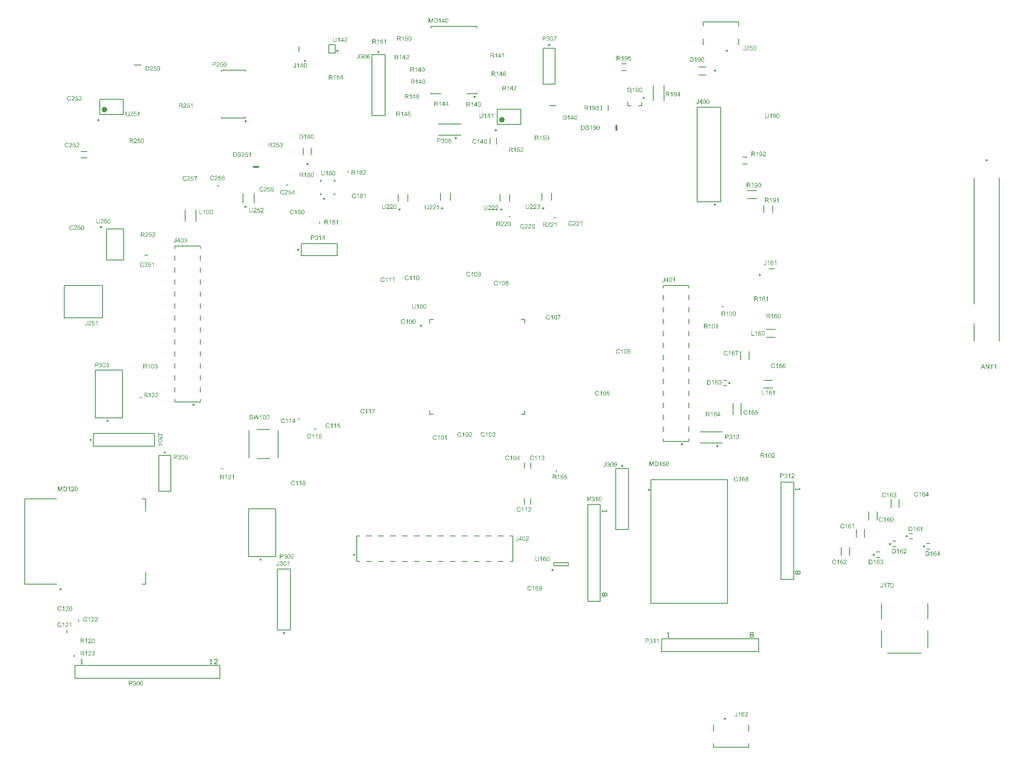
<source format=gbr>
G04*
G04 #@! TF.GenerationSoftware,Altium Limited,Altium Designer,23.9.2 (47)*
G04*
G04 Layer_Color=65535*
%FSLAX44Y44*%
%MOMM*%
G71*
G04*
G04 #@! TF.SameCoordinates,8F5B2CAB-9582-47EE-AD33-95BA57DA0C1B*
G04*
G04*
G04 #@! TF.FilePolarity,Positive*
G04*
G01*
G75*
%ADD10C,0.2500*%
%ADD11C,0.1000*%
%ADD12C,0.6000*%
%ADD13C,0.2000*%
%ADD14C,0.4000*%
%ADD15C,0.1500*%
%ADD16C,0.1524*%
%ADD17R,1.5000X0.2000*%
G36*
X840519Y1338383D02*
X836677D01*
X836164Y1335789D01*
X836178Y1335803D01*
X836206Y1335817D01*
X836247Y1335845D01*
X836317Y1335886D01*
X836400Y1335928D01*
X836497Y1335983D01*
X836719Y1336094D01*
X836996Y1336205D01*
X837301Y1336302D01*
X837634Y1336372D01*
X837801Y1336400D01*
X838106D01*
X838189Y1336386D01*
X838300Y1336372D01*
X838425Y1336358D01*
X838563Y1336330D01*
X838716Y1336289D01*
X839049Y1336192D01*
X839229Y1336122D01*
X839409Y1336025D01*
X839590Y1335928D01*
X839770Y1335817D01*
X839936Y1335678D01*
X840103Y1335526D01*
X840117Y1335512D01*
X840144Y1335484D01*
X840186Y1335443D01*
X840241Y1335373D01*
X840311Y1335276D01*
X840380Y1335179D01*
X840463Y1335054D01*
X840546Y1334916D01*
X840616Y1334763D01*
X840699Y1334597D01*
X840768Y1334402D01*
X840838Y1334208D01*
X840893Y1334000D01*
X840935Y1333764D01*
X840963Y1333529D01*
X840976Y1333279D01*
Y1333265D01*
Y1333224D01*
Y1333154D01*
X840963Y1333057D01*
X840949Y1332946D01*
X840935Y1332822D01*
X840907Y1332669D01*
X840879Y1332516D01*
X840796Y1332156D01*
X840658Y1331781D01*
X840574Y1331587D01*
X840463Y1331407D01*
X840352Y1331213D01*
X840214Y1331033D01*
X840200Y1331019D01*
X840172Y1330977D01*
X840117Y1330921D01*
X840047Y1330852D01*
X839950Y1330769D01*
X839839Y1330658D01*
X839701Y1330561D01*
X839548Y1330450D01*
X839382Y1330339D01*
X839187Y1330242D01*
X838979Y1330145D01*
X838757Y1330048D01*
X838522Y1329978D01*
X838258Y1329923D01*
X837981Y1329881D01*
X837690Y1329868D01*
X837565D01*
X837468Y1329881D01*
X837357Y1329895D01*
X837232Y1329909D01*
X837079Y1329923D01*
X836927Y1329965D01*
X836580Y1330048D01*
X836234Y1330173D01*
X836053Y1330256D01*
X835873Y1330353D01*
X835706Y1330464D01*
X835540Y1330589D01*
X835526Y1330603D01*
X835498Y1330616D01*
X835471Y1330672D01*
X835415Y1330727D01*
X835346Y1330797D01*
X835276Y1330880D01*
X835193Y1330991D01*
X835124Y1331116D01*
X835041Y1331241D01*
X834958Y1331393D01*
X834805Y1331726D01*
X834680Y1332114D01*
X834639Y1332322D01*
X834611Y1332544D01*
X835845Y1332641D01*
Y1332627D01*
Y1332600D01*
X835859Y1332558D01*
X835873Y1332489D01*
X835915Y1332336D01*
X835970Y1332128D01*
X836053Y1331920D01*
X836164Y1331684D01*
X836303Y1331476D01*
X836469Y1331282D01*
X836497Y1331268D01*
X836552Y1331213D01*
X836663Y1331143D01*
X836816Y1331060D01*
X836982Y1330977D01*
X837190Y1330908D01*
X837426Y1330852D01*
X837690Y1330838D01*
X837773D01*
X837828Y1330852D01*
X837995Y1330866D01*
X838189Y1330921D01*
X838425Y1330991D01*
X838660Y1331102D01*
X838910Y1331268D01*
X839021Y1331365D01*
X839132Y1331476D01*
X839146Y1331490D01*
X839160Y1331504D01*
X839187Y1331546D01*
X839229Y1331587D01*
X839326Y1331740D01*
X839437Y1331934D01*
X839534Y1332170D01*
X839631Y1332461D01*
X839701Y1332808D01*
X839728Y1332988D01*
Y1333182D01*
Y1333196D01*
Y1333224D01*
Y1333279D01*
X839714Y1333349D01*
Y1333432D01*
X839701Y1333529D01*
X839659Y1333751D01*
X839590Y1334014D01*
X839492Y1334278D01*
X839354Y1334527D01*
X839160Y1334763D01*
Y1334777D01*
X839132Y1334791D01*
X839063Y1334860D01*
X838938Y1334957D01*
X838771Y1335068D01*
X838549Y1335165D01*
X838300Y1335262D01*
X838009Y1335332D01*
X837842Y1335359D01*
X837579D01*
X837468Y1335345D01*
X837329Y1335332D01*
X837163Y1335290D01*
X836996Y1335249D01*
X836816Y1335179D01*
X836636Y1335096D01*
X836622Y1335082D01*
X836566Y1335054D01*
X836483Y1334985D01*
X836372Y1334916D01*
X836261Y1334819D01*
X836150Y1334694D01*
X836025Y1334569D01*
X835928Y1334416D01*
X834819Y1334569D01*
X835748Y1339506D01*
X840519D01*
Y1338383D01*
D02*
G37*
G36*
X845484Y1339659D02*
X845595Y1339645D01*
X845733Y1339631D01*
X845886Y1339603D01*
X846038Y1339575D01*
X846399Y1339478D01*
X846760Y1339340D01*
X846940Y1339256D01*
X847120Y1339159D01*
X847287Y1339034D01*
X847439Y1338896D01*
X847453Y1338882D01*
X847481Y1338868D01*
X847508Y1338813D01*
X847564Y1338757D01*
X847633Y1338688D01*
X847703Y1338591D01*
X847772Y1338494D01*
X847855Y1338369D01*
X847994Y1338105D01*
X848132Y1337773D01*
X848188Y1337606D01*
X848216Y1337412D01*
X848243Y1337218D01*
X848257Y1337010D01*
Y1336982D01*
Y1336913D01*
X848243Y1336802D01*
X848230Y1336649D01*
X848202Y1336483D01*
X848146Y1336289D01*
X848091Y1336081D01*
X848008Y1335872D01*
X847994Y1335845D01*
X847966Y1335775D01*
X847911Y1335665D01*
X847827Y1335512D01*
X847717Y1335345D01*
X847578Y1335137D01*
X847411Y1334930D01*
X847217Y1334694D01*
X847189Y1334666D01*
X847120Y1334583D01*
X847051Y1334513D01*
X846982Y1334444D01*
X846898Y1334361D01*
X846787Y1334250D01*
X846676Y1334139D01*
X846538Y1334014D01*
X846399Y1333875D01*
X846233Y1333723D01*
X846052Y1333570D01*
X845858Y1333390D01*
X845636Y1333210D01*
X845414Y1333016D01*
X845400Y1333002D01*
X845373Y1332974D01*
X845317Y1332932D01*
X845248Y1332877D01*
X845165Y1332794D01*
X845068Y1332711D01*
X844846Y1332530D01*
X844610Y1332322D01*
X844388Y1332114D01*
X844194Y1331934D01*
X844111Y1331865D01*
X844041Y1331795D01*
X844027Y1331781D01*
X843986Y1331740D01*
X843930Y1331684D01*
X843861Y1331601D01*
X843792Y1331504D01*
X843708Y1331407D01*
X843542Y1331171D01*
X848271D01*
Y1330034D01*
X841906D01*
Y1330048D01*
Y1330103D01*
Y1330186D01*
X841919Y1330297D01*
X841933Y1330422D01*
X841961Y1330561D01*
X841989Y1330700D01*
X842044Y1330852D01*
Y1330866D01*
X842058Y1330880D01*
X842086Y1330963D01*
X842141Y1331088D01*
X842225Y1331254D01*
X842336Y1331449D01*
X842474Y1331670D01*
X842627Y1331892D01*
X842821Y1332128D01*
Y1332142D01*
X842849Y1332156D01*
X842918Y1332239D01*
X843043Y1332364D01*
X843223Y1332544D01*
X843431Y1332752D01*
X843695Y1333002D01*
X844014Y1333279D01*
X844360Y1333570D01*
X844374Y1333584D01*
X844430Y1333626D01*
X844513Y1333695D01*
X844610Y1333778D01*
X844735Y1333889D01*
X844887Y1334014D01*
X845040Y1334153D01*
X845220Y1334305D01*
X845567Y1334638D01*
X845914Y1334971D01*
X846080Y1335137D01*
X846233Y1335304D01*
X846371Y1335457D01*
X846482Y1335609D01*
Y1335623D01*
X846510Y1335637D01*
X846538Y1335678D01*
X846565Y1335734D01*
X846663Y1335886D01*
X846773Y1336067D01*
X846870Y1336289D01*
X846968Y1336524D01*
X847023Y1336788D01*
X847051Y1337038D01*
Y1337051D01*
Y1337065D01*
X847037Y1337148D01*
X847023Y1337287D01*
X846982Y1337440D01*
X846926Y1337634D01*
X846829Y1337828D01*
X846704Y1338022D01*
X846538Y1338216D01*
X846510Y1338244D01*
X846441Y1338300D01*
X846344Y1338369D01*
X846191Y1338466D01*
X845997Y1338549D01*
X845775Y1338632D01*
X845511Y1338688D01*
X845220Y1338702D01*
X845137D01*
X845081Y1338688D01*
X844915Y1338674D01*
X844721Y1338632D01*
X844513Y1338577D01*
X844277Y1338480D01*
X844055Y1338355D01*
X843847Y1338189D01*
X843820Y1338161D01*
X843764Y1338091D01*
X843681Y1337980D01*
X843598Y1337814D01*
X843501Y1337620D01*
X843417Y1337370D01*
X843362Y1337093D01*
X843334Y1336774D01*
X842128Y1336899D01*
Y1336913D01*
X842141Y1336954D01*
Y1337024D01*
X842155Y1337121D01*
X842183Y1337232D01*
X842211Y1337357D01*
X842252Y1337509D01*
X842294Y1337662D01*
X842405Y1337994D01*
X842571Y1338327D01*
X842668Y1338494D01*
X842793Y1338660D01*
X842918Y1338813D01*
X843057Y1338951D01*
X843071Y1338965D01*
X843098Y1338979D01*
X843140Y1339021D01*
X843209Y1339062D01*
X843292Y1339118D01*
X843390Y1339173D01*
X843501Y1339243D01*
X843639Y1339312D01*
X843792Y1339381D01*
X843958Y1339451D01*
X844138Y1339506D01*
X844333Y1339561D01*
X844541Y1339603D01*
X844762Y1339645D01*
X844998Y1339659D01*
X845248Y1339673D01*
X845387D01*
X845484Y1339659D01*
D02*
G37*
G36*
X830561D02*
X830672Y1339645D01*
X830811Y1339631D01*
X830964Y1339603D01*
X831116Y1339575D01*
X831477Y1339478D01*
X831837Y1339340D01*
X832018Y1339256D01*
X832198Y1339159D01*
X832364Y1339034D01*
X832517Y1338896D01*
X832531Y1338882D01*
X832558Y1338868D01*
X832586Y1338813D01*
X832642Y1338757D01*
X832711Y1338688D01*
X832780Y1338591D01*
X832850Y1338494D01*
X832933Y1338369D01*
X833072Y1338105D01*
X833210Y1337773D01*
X833266Y1337606D01*
X833293Y1337412D01*
X833321Y1337218D01*
X833335Y1337010D01*
Y1336982D01*
Y1336913D01*
X833321Y1336802D01*
X833307Y1336649D01*
X833279Y1336483D01*
X833224Y1336289D01*
X833168Y1336081D01*
X833085Y1335872D01*
X833072Y1335845D01*
X833044Y1335775D01*
X832988Y1335665D01*
X832905Y1335512D01*
X832794Y1335345D01*
X832655Y1335137D01*
X832489Y1334930D01*
X832295Y1334694D01*
X832267Y1334666D01*
X832198Y1334583D01*
X832128Y1334513D01*
X832059Y1334444D01*
X831976Y1334361D01*
X831865Y1334250D01*
X831754Y1334139D01*
X831615Y1334014D01*
X831477Y1333875D01*
X831310Y1333723D01*
X831130Y1333570D01*
X830936Y1333390D01*
X830714Y1333210D01*
X830492Y1333016D01*
X830478Y1333002D01*
X830450Y1332974D01*
X830395Y1332932D01*
X830325Y1332877D01*
X830242Y1332794D01*
X830145Y1332711D01*
X829923Y1332530D01*
X829688Y1332322D01*
X829466Y1332114D01*
X829271Y1331934D01*
X829188Y1331865D01*
X829119Y1331795D01*
X829105Y1331781D01*
X829063Y1331740D01*
X829008Y1331684D01*
X828939Y1331601D01*
X828869Y1331504D01*
X828786Y1331407D01*
X828620Y1331171D01*
X833349D01*
Y1330034D01*
X826983D01*
Y1330048D01*
Y1330103D01*
Y1330186D01*
X826997Y1330297D01*
X827011Y1330422D01*
X827039Y1330561D01*
X827066Y1330700D01*
X827122Y1330852D01*
Y1330866D01*
X827136Y1330880D01*
X827163Y1330963D01*
X827219Y1331088D01*
X827302Y1331254D01*
X827413Y1331449D01*
X827552Y1331670D01*
X827704Y1331892D01*
X827898Y1332128D01*
Y1332142D01*
X827926Y1332156D01*
X827996Y1332239D01*
X828120Y1332364D01*
X828301Y1332544D01*
X828509Y1332752D01*
X828772Y1333002D01*
X829091Y1333279D01*
X829438Y1333570D01*
X829452Y1333584D01*
X829507Y1333626D01*
X829591Y1333695D01*
X829688Y1333778D01*
X829812Y1333889D01*
X829965Y1334014D01*
X830117Y1334153D01*
X830298Y1334305D01*
X830645Y1334638D01*
X830991Y1334971D01*
X831158Y1335137D01*
X831310Y1335304D01*
X831449Y1335457D01*
X831560Y1335609D01*
Y1335623D01*
X831588Y1335637D01*
X831615Y1335678D01*
X831643Y1335734D01*
X831740Y1335886D01*
X831851Y1336067D01*
X831948Y1336289D01*
X832045Y1336524D01*
X832101Y1336788D01*
X832128Y1337038D01*
Y1337051D01*
Y1337065D01*
X832114Y1337148D01*
X832101Y1337287D01*
X832059Y1337440D01*
X832004Y1337634D01*
X831907Y1337828D01*
X831782Y1338022D01*
X831615Y1338216D01*
X831588Y1338244D01*
X831518Y1338300D01*
X831421Y1338369D01*
X831269Y1338466D01*
X831074Y1338549D01*
X830853Y1338632D01*
X830589Y1338688D01*
X830298Y1338702D01*
X830215D01*
X830159Y1338688D01*
X829993Y1338674D01*
X829799Y1338632D01*
X829591Y1338577D01*
X829355Y1338480D01*
X829133Y1338355D01*
X828925Y1338189D01*
X828897Y1338161D01*
X828842Y1338091D01*
X828758Y1337980D01*
X828675Y1337814D01*
X828578Y1337620D01*
X828495Y1337370D01*
X828439Y1337093D01*
X828412Y1336774D01*
X827205Y1336899D01*
Y1336913D01*
X827219Y1336954D01*
Y1337024D01*
X827233Y1337121D01*
X827261Y1337232D01*
X827288Y1337357D01*
X827330Y1337509D01*
X827372Y1337662D01*
X827483Y1337994D01*
X827649Y1338327D01*
X827746Y1338494D01*
X827871Y1338660D01*
X827996Y1338813D01*
X828134Y1338951D01*
X828148Y1338965D01*
X828176Y1338979D01*
X828217Y1339021D01*
X828287Y1339062D01*
X828370Y1339118D01*
X828467Y1339173D01*
X828578Y1339243D01*
X828717Y1339312D01*
X828869Y1339381D01*
X829036Y1339451D01*
X829216Y1339506D01*
X829410Y1339561D01*
X829618Y1339603D01*
X829840Y1339645D01*
X830076Y1339659D01*
X830325Y1339673D01*
X830464D01*
X830561Y1339659D01*
D02*
G37*
G36*
X822532Y1339617D02*
X822656D01*
X822947Y1339603D01*
X823253Y1339561D01*
X823586Y1339520D01*
X823891Y1339451D01*
X824043Y1339409D01*
X824168Y1339367D01*
X824182D01*
X824196Y1339353D01*
X824279Y1339312D01*
X824404Y1339256D01*
X824556Y1339159D01*
X824723Y1339034D01*
X824903Y1338868D01*
X825069Y1338674D01*
X825236Y1338452D01*
Y1338438D01*
X825250Y1338424D01*
X825305Y1338341D01*
X825361Y1338202D01*
X825444Y1338022D01*
X825513Y1337814D01*
X825583Y1337565D01*
X825624Y1337301D01*
X825638Y1337010D01*
Y1336996D01*
Y1336968D01*
Y1336913D01*
X825624Y1336843D01*
Y1336746D01*
X825610Y1336649D01*
X825555Y1336413D01*
X825472Y1336136D01*
X825361Y1335845D01*
X825194Y1335554D01*
X825083Y1335415D01*
X824972Y1335276D01*
X824958Y1335262D01*
X824945Y1335249D01*
X824903Y1335207D01*
X824847Y1335165D01*
X824778Y1335110D01*
X824695Y1335054D01*
X824584Y1334985D01*
X824473Y1334902D01*
X824334Y1334832D01*
X824182Y1334763D01*
X824015Y1334680D01*
X823835Y1334610D01*
X823627Y1334555D01*
X823419Y1334486D01*
X823183Y1334444D01*
X822934Y1334402D01*
X822961Y1334389D01*
X823017Y1334361D01*
X823100Y1334305D01*
X823211Y1334250D01*
X823461Y1334097D01*
X823586Y1334000D01*
X823696Y1333917D01*
X823724Y1333889D01*
X823793Y1333820D01*
X823904Y1333709D01*
X824043Y1333570D01*
X824196Y1333376D01*
X824376Y1333168D01*
X824556Y1332919D01*
X824750Y1332641D01*
X826401Y1330034D01*
X824820D01*
X823558Y1332031D01*
Y1332045D01*
X823530Y1332073D01*
X823502Y1332114D01*
X823461Y1332170D01*
X823364Y1332322D01*
X823239Y1332516D01*
X823086Y1332724D01*
X822934Y1332946D01*
X822781Y1333154D01*
X822642Y1333349D01*
X822629Y1333362D01*
X822587Y1333418D01*
X822518Y1333501D01*
X822421Y1333598D01*
X822213Y1333806D01*
X822102Y1333903D01*
X821991Y1333986D01*
X821977Y1334000D01*
X821949Y1334014D01*
X821893Y1334042D01*
X821810Y1334084D01*
X821727Y1334125D01*
X821630Y1334167D01*
X821408Y1334236D01*
X821394D01*
X821367Y1334250D01*
X821311D01*
X821242Y1334264D01*
X821145Y1334278D01*
X821034D01*
X820881Y1334292D01*
X819245D01*
Y1330034D01*
X817969D01*
Y1339631D01*
X822421D01*
X822532Y1339617D01*
D02*
G37*
G36*
X731063Y1362823D02*
Y1362809D01*
Y1362753D01*
Y1362684D01*
Y1362587D01*
X731049Y1362462D01*
Y1362323D01*
X731036Y1362157D01*
X731022Y1361991D01*
X730980Y1361616D01*
X730925Y1361228D01*
X730842Y1360853D01*
X730786Y1360673D01*
X730731Y1360507D01*
Y1360493D01*
X730717Y1360465D01*
X730689Y1360423D01*
X730661Y1360368D01*
X730578Y1360215D01*
X730453Y1360021D01*
X730287Y1359799D01*
X730093Y1359577D01*
X729843Y1359342D01*
X729538Y1359134D01*
X729524D01*
X729496Y1359106D01*
X729455Y1359092D01*
X729385Y1359050D01*
X729302Y1359009D01*
X729191Y1358967D01*
X729080Y1358926D01*
X728941Y1358870D01*
X728789Y1358815D01*
X728623Y1358773D01*
X728442Y1358731D01*
X728234Y1358690D01*
X728026Y1358662D01*
X727804Y1358634D01*
X727305Y1358607D01*
X727180D01*
X727083Y1358620D01*
X726972D01*
X726833Y1358634D01*
X726681Y1358648D01*
X726528Y1358662D01*
X726182Y1358717D01*
X725807Y1358801D01*
X725447Y1358912D01*
X725100Y1359064D01*
X725086D01*
X725058Y1359092D01*
X725017Y1359120D01*
X724961Y1359147D01*
X724809Y1359258D01*
X724629Y1359411D01*
X724420Y1359605D01*
X724226Y1359827D01*
X724032Y1360104D01*
X723880Y1360410D01*
Y1360423D01*
X723866Y1360451D01*
X723852Y1360507D01*
X723824Y1360576D01*
X723796Y1360659D01*
X723769Y1360770D01*
X723727Y1360895D01*
X723699Y1361047D01*
X723672Y1361214D01*
X723630Y1361394D01*
X723602Y1361588D01*
X723575Y1361796D01*
X723547Y1362032D01*
X723533Y1362282D01*
X723519Y1362545D01*
Y1362823D01*
Y1368370D01*
X724795D01*
Y1362823D01*
Y1362809D01*
Y1362767D01*
Y1362698D01*
Y1362614D01*
X724809Y1362518D01*
Y1362393D01*
X724823Y1362129D01*
X724850Y1361824D01*
X724892Y1361519D01*
X724947Y1361228D01*
X724975Y1361103D01*
X725017Y1360978D01*
X725031Y1360950D01*
X725058Y1360881D01*
X725128Y1360784D01*
X725211Y1360645D01*
X725308Y1360507D01*
X725447Y1360354D01*
X725613Y1360201D01*
X725807Y1360077D01*
X725835Y1360063D01*
X725904Y1360021D01*
X726029Y1359980D01*
X726196Y1359924D01*
X726390Y1359855D01*
X726639Y1359813D01*
X726903Y1359772D01*
X727194Y1359758D01*
X727333D01*
X727416Y1359772D01*
X727541D01*
X727666Y1359785D01*
X727971Y1359841D01*
X728304Y1359910D01*
X728623Y1360021D01*
X728928Y1360174D01*
X729066Y1360271D01*
X729191Y1360382D01*
X729205Y1360396D01*
X729219Y1360410D01*
X729247Y1360451D01*
X729288Y1360507D01*
X729330Y1360590D01*
X729385Y1360673D01*
X729441Y1360798D01*
X729496Y1360923D01*
X729552Y1361075D01*
X729593Y1361255D01*
X729649Y1361463D01*
X729690Y1361685D01*
X729732Y1361935D01*
X729760Y1362198D01*
X729788Y1362504D01*
Y1362823D01*
Y1368370D01*
X731063D01*
Y1362823D01*
D02*
G37*
G36*
X746069Y1367122D02*
X742227D01*
X741714Y1364528D01*
X741728Y1364542D01*
X741756Y1364556D01*
X741798Y1364584D01*
X741867Y1364626D01*
X741950Y1364667D01*
X742047Y1364722D01*
X742269Y1364834D01*
X742546Y1364944D01*
X742851Y1365042D01*
X743184Y1365111D01*
X743351Y1365139D01*
X743656D01*
X743739Y1365125D01*
X743850Y1365111D01*
X743975Y1365097D01*
X744114Y1365069D01*
X744266Y1365028D01*
X744599Y1364931D01*
X744779Y1364861D01*
X744959Y1364764D01*
X745140Y1364667D01*
X745320Y1364556D01*
X745487Y1364417D01*
X745653Y1364265D01*
X745667Y1364251D01*
X745695Y1364223D01*
X745736Y1364182D01*
X745792Y1364112D01*
X745861Y1364015D01*
X745930Y1363918D01*
X746013Y1363793D01*
X746097Y1363655D01*
X746166Y1363502D01*
X746249Y1363336D01*
X746319Y1363141D01*
X746388Y1362947D01*
X746443Y1362739D01*
X746485Y1362504D01*
X746513Y1362268D01*
X746527Y1362018D01*
Y1362004D01*
Y1361963D01*
Y1361893D01*
X746513Y1361796D01*
X746499Y1361685D01*
X746485Y1361561D01*
X746457Y1361408D01*
X746430Y1361255D01*
X746346Y1360895D01*
X746208Y1360520D01*
X746124Y1360326D01*
X746013Y1360146D01*
X745903Y1359952D01*
X745764Y1359772D01*
X745750Y1359758D01*
X745722Y1359716D01*
X745667Y1359661D01*
X745598Y1359591D01*
X745500Y1359508D01*
X745389Y1359397D01*
X745251Y1359300D01*
X745098Y1359189D01*
X744932Y1359078D01*
X744738Y1358981D01*
X744530Y1358884D01*
X744308Y1358787D01*
X744072Y1358717D01*
X743809Y1358662D01*
X743531Y1358620D01*
X743240Y1358607D01*
X743115D01*
X743018Y1358620D01*
X742907Y1358634D01*
X742782Y1358648D01*
X742630Y1358662D01*
X742477Y1358704D01*
X742130Y1358787D01*
X741784Y1358912D01*
X741603Y1358995D01*
X741423Y1359092D01*
X741257Y1359203D01*
X741090Y1359328D01*
X741076Y1359342D01*
X741049Y1359355D01*
X741021Y1359411D01*
X740965Y1359466D01*
X740896Y1359536D01*
X740827Y1359619D01*
X740744Y1359730D01*
X740674Y1359855D01*
X740591Y1359980D01*
X740508Y1360132D01*
X740355Y1360465D01*
X740230Y1360853D01*
X740189Y1361061D01*
X740161Y1361283D01*
X741395Y1361380D01*
Y1361366D01*
Y1361339D01*
X741409Y1361297D01*
X741423Y1361228D01*
X741465Y1361075D01*
X741520Y1360867D01*
X741603Y1360659D01*
X741714Y1360423D01*
X741853Y1360215D01*
X742019Y1360021D01*
X742047Y1360007D01*
X742103Y1359952D01*
X742214Y1359883D01*
X742366Y1359799D01*
X742533Y1359716D01*
X742741Y1359647D01*
X742976Y1359591D01*
X743240Y1359577D01*
X743323D01*
X743379Y1359591D01*
X743545Y1359605D01*
X743739Y1359661D01*
X743975Y1359730D01*
X744211Y1359841D01*
X744460Y1360007D01*
X744571Y1360104D01*
X744682Y1360215D01*
X744696Y1360229D01*
X744710Y1360243D01*
X744738Y1360285D01*
X744779Y1360326D01*
X744876Y1360479D01*
X744987Y1360673D01*
X745084Y1360909D01*
X745181Y1361200D01*
X745251Y1361547D01*
X745278Y1361727D01*
Y1361921D01*
Y1361935D01*
Y1361963D01*
Y1362018D01*
X745265Y1362088D01*
Y1362171D01*
X745251Y1362268D01*
X745209Y1362490D01*
X745140Y1362753D01*
X745043Y1363017D01*
X744904Y1363266D01*
X744710Y1363502D01*
Y1363516D01*
X744682Y1363530D01*
X744613Y1363599D01*
X744488Y1363696D01*
X744322Y1363807D01*
X744100Y1363904D01*
X743850Y1364001D01*
X743559Y1364071D01*
X743392Y1364099D01*
X743129D01*
X743018Y1364085D01*
X742879Y1364071D01*
X742713Y1364029D01*
X742546Y1363987D01*
X742366Y1363918D01*
X742186Y1363835D01*
X742172Y1363821D01*
X742116Y1363793D01*
X742033Y1363724D01*
X741922Y1363655D01*
X741811Y1363558D01*
X741701Y1363433D01*
X741576Y1363308D01*
X741479Y1363155D01*
X740369Y1363308D01*
X741298Y1368245D01*
X746069D01*
Y1367122D01*
D02*
G37*
G36*
X736112Y1368398D02*
X736223Y1368384D01*
X736361Y1368370D01*
X736514Y1368342D01*
X736666Y1368315D01*
X737027Y1368217D01*
X737387Y1368079D01*
X737568Y1367995D01*
X737748Y1367898D01*
X737914Y1367774D01*
X738067Y1367635D01*
X738081Y1367621D01*
X738109Y1367607D01*
X738136Y1367552D01*
X738192Y1367496D01*
X738261Y1367427D01*
X738331Y1367330D01*
X738400Y1367233D01*
X738483Y1367108D01*
X738622Y1366844D01*
X738760Y1366512D01*
X738816Y1366345D01*
X738844Y1366151D01*
X738871Y1365957D01*
X738885Y1365749D01*
Y1365721D01*
Y1365652D01*
X738871Y1365541D01*
X738857Y1365388D01*
X738830Y1365222D01*
X738774Y1365028D01*
X738719Y1364820D01*
X738636Y1364612D01*
X738622Y1364584D01*
X738594Y1364514D01*
X738539Y1364404D01*
X738455Y1364251D01*
X738344Y1364085D01*
X738206Y1363877D01*
X738039Y1363669D01*
X737845Y1363433D01*
X737817Y1363405D01*
X737748Y1363322D01*
X737679Y1363253D01*
X737609Y1363183D01*
X737526Y1363100D01*
X737415Y1362989D01*
X737304Y1362878D01*
X737166Y1362753D01*
X737027Y1362614D01*
X736860Y1362462D01*
X736680Y1362309D01*
X736486Y1362129D01*
X736264Y1361949D01*
X736042Y1361755D01*
X736028Y1361741D01*
X736001Y1361713D01*
X735945Y1361671D01*
X735876Y1361616D01*
X735792Y1361533D01*
X735695Y1361450D01*
X735474Y1361269D01*
X735238Y1361061D01*
X735016Y1360853D01*
X734822Y1360673D01*
X734738Y1360604D01*
X734669Y1360534D01*
X734655Y1360520D01*
X734614Y1360479D01*
X734558Y1360423D01*
X734489Y1360340D01*
X734420Y1360243D01*
X734336Y1360146D01*
X734170Y1359910D01*
X738899D01*
Y1358773D01*
X732533D01*
Y1358787D01*
Y1358842D01*
Y1358926D01*
X732547Y1359037D01*
X732561Y1359161D01*
X732589Y1359300D01*
X732617Y1359439D01*
X732672Y1359591D01*
Y1359605D01*
X732686Y1359619D01*
X732714Y1359702D01*
X732769Y1359827D01*
X732852Y1359993D01*
X732963Y1360188D01*
X733102Y1360410D01*
X733255Y1360631D01*
X733449Y1360867D01*
Y1360881D01*
X733476Y1360895D01*
X733546Y1360978D01*
X733671Y1361103D01*
X733851Y1361283D01*
X734059Y1361491D01*
X734323Y1361741D01*
X734641Y1362018D01*
X734988Y1362309D01*
X735002Y1362323D01*
X735058Y1362365D01*
X735141Y1362434D01*
X735238Y1362518D01*
X735363Y1362628D01*
X735515Y1362753D01*
X735668Y1362892D01*
X735848Y1363044D01*
X736195Y1363377D01*
X736541Y1363710D01*
X736708Y1363877D01*
X736860Y1364043D01*
X736999Y1364196D01*
X737110Y1364348D01*
Y1364362D01*
X737138Y1364376D01*
X737166Y1364417D01*
X737193Y1364473D01*
X737290Y1364626D01*
X737401Y1364806D01*
X737498Y1365028D01*
X737595Y1365263D01*
X737651Y1365527D01*
X737679Y1365777D01*
Y1365790D01*
Y1365804D01*
X737665Y1365887D01*
X737651Y1366026D01*
X737609Y1366179D01*
X737554Y1366373D01*
X737457Y1366567D01*
X737332Y1366761D01*
X737166Y1366955D01*
X737138Y1366983D01*
X737068Y1367039D01*
X736971Y1367108D01*
X736819Y1367205D01*
X736625Y1367288D01*
X736403Y1367371D01*
X736139Y1367427D01*
X735848Y1367441D01*
X735765D01*
X735709Y1367427D01*
X735543Y1367413D01*
X735349Y1367371D01*
X735141Y1367316D01*
X734905Y1367219D01*
X734683Y1367094D01*
X734475Y1366928D01*
X734447Y1366900D01*
X734392Y1366830D01*
X734309Y1366720D01*
X734225Y1366553D01*
X734128Y1366359D01*
X734045Y1366109D01*
X733990Y1365832D01*
X733962Y1365513D01*
X732755Y1365638D01*
Y1365652D01*
X732769Y1365693D01*
Y1365763D01*
X732783Y1365860D01*
X732811Y1365971D01*
X732839Y1366095D01*
X732880Y1366248D01*
X732922Y1366401D01*
X733033Y1366734D01*
X733199Y1367066D01*
X733296Y1367233D01*
X733421Y1367399D01*
X733546Y1367552D01*
X733684Y1367690D01*
X733698Y1367704D01*
X733726Y1367718D01*
X733768Y1367760D01*
X733837Y1367801D01*
X733920Y1367857D01*
X734017Y1367912D01*
X734128Y1367982D01*
X734267Y1368051D01*
X734420Y1368120D01*
X734586Y1368190D01*
X734766Y1368245D01*
X734960Y1368301D01*
X735169Y1368342D01*
X735390Y1368384D01*
X735626Y1368398D01*
X735876Y1368412D01*
X736014D01*
X736112Y1368398D01*
D02*
G37*
G36*
X751034D02*
X751214Y1368370D01*
X751422Y1368328D01*
X751644Y1368273D01*
X751880Y1368203D01*
X752102Y1368093D01*
X752116D01*
X752130Y1368079D01*
X752199Y1368037D01*
X752310Y1367968D01*
X752449Y1367871D01*
X752601Y1367732D01*
X752767Y1367579D01*
X752920Y1367399D01*
X753073Y1367191D01*
X753086Y1367163D01*
X753142Y1367094D01*
X753197Y1366969D01*
X753295Y1366789D01*
X753378Y1366581D01*
X753489Y1366345D01*
X753586Y1366068D01*
X753669Y1365763D01*
Y1365749D01*
X753683Y1365721D01*
X753697Y1365679D01*
X753710Y1365610D01*
X753724Y1365527D01*
X753738Y1365430D01*
X753766Y1365305D01*
X753780Y1365166D01*
X753808Y1365014D01*
X753821Y1364847D01*
X753835Y1364653D01*
X753863Y1364459D01*
X753877Y1364237D01*
Y1364015D01*
X753891Y1363766D01*
Y1363502D01*
Y1363488D01*
Y1363433D01*
Y1363336D01*
Y1363225D01*
X753877Y1363072D01*
Y1362906D01*
X753863Y1362726D01*
X753849Y1362531D01*
X753808Y1362088D01*
X753738Y1361630D01*
X753655Y1361186D01*
X753600Y1360978D01*
X753530Y1360770D01*
Y1360756D01*
X753516Y1360728D01*
X753489Y1360673D01*
X753461Y1360604D01*
X753433Y1360507D01*
X753378Y1360410D01*
X753267Y1360174D01*
X753128Y1359924D01*
X752948Y1359647D01*
X752740Y1359397D01*
X752490Y1359161D01*
X752476D01*
X752462Y1359134D01*
X752421Y1359106D01*
X752365Y1359078D01*
X752296Y1359037D01*
X752227Y1358981D01*
X752019Y1358884D01*
X751769Y1358787D01*
X751478Y1358690D01*
X751131Y1358634D01*
X750757Y1358607D01*
X750618D01*
X750521Y1358620D01*
X750410Y1358634D01*
X750271Y1358662D01*
X750119Y1358690D01*
X749952Y1358731D01*
X749786Y1358787D01*
X749605Y1358842D01*
X749425Y1358926D01*
X749245Y1359023D01*
X749065Y1359134D01*
X748884Y1359272D01*
X748718Y1359425D01*
X748565Y1359591D01*
X748551Y1359605D01*
X748524Y1359647D01*
X748482Y1359716D01*
X748413Y1359827D01*
X748343Y1359952D01*
X748274Y1360118D01*
X748177Y1360312D01*
X748094Y1360534D01*
X748011Y1360784D01*
X747927Y1361075D01*
X747844Y1361394D01*
X747775Y1361755D01*
X747706Y1362143D01*
X747664Y1362559D01*
X747636Y1363017D01*
X747622Y1363502D01*
Y1363516D01*
Y1363571D01*
Y1363669D01*
Y1363779D01*
X747636Y1363932D01*
Y1364099D01*
X747650Y1364279D01*
X747664Y1364487D01*
X747706Y1364917D01*
X747775Y1365374D01*
X747858Y1365832D01*
X747914Y1366040D01*
X747969Y1366248D01*
Y1366262D01*
X747983Y1366290D01*
X748011Y1366345D01*
X748038Y1366414D01*
X748066Y1366512D01*
X748121Y1366609D01*
X748232Y1366844D01*
X748371Y1367094D01*
X748551Y1367357D01*
X748760Y1367621D01*
X749009Y1367843D01*
X749023D01*
X749037Y1367871D01*
X749079Y1367898D01*
X749134Y1367926D01*
X749203Y1367982D01*
X749286Y1368023D01*
X749494Y1368134D01*
X749744Y1368231D01*
X750035Y1368328D01*
X750382Y1368384D01*
X750757Y1368412D01*
X750881D01*
X751034Y1368398D01*
D02*
G37*
G36*
X1809684Y851979D02*
X1809864Y851951D01*
X1810086Y851909D01*
X1810336Y851840D01*
X1810585Y851757D01*
X1810835Y851646D01*
X1810849D01*
X1810863Y851632D01*
X1810946Y851590D01*
X1811071Y851507D01*
X1811209Y851410D01*
X1811376Y851271D01*
X1811542Y851119D01*
X1811709Y850938D01*
X1811847Y850731D01*
X1811861Y850703D01*
X1811903Y850633D01*
X1811958Y850509D01*
X1812027Y850356D01*
X1812097Y850176D01*
X1812152Y849968D01*
X1812194Y849732D01*
X1812208Y849496D01*
Y849468D01*
Y849385D01*
X1812194Y849274D01*
X1812166Y849122D01*
X1812125Y848941D01*
X1812055Y848747D01*
X1811972Y848553D01*
X1811861Y848359D01*
X1811847Y848331D01*
X1811806Y848276D01*
X1811722Y848179D01*
X1811611Y848068D01*
X1811473Y847943D01*
X1811306Y847804D01*
X1811112Y847679D01*
X1810876Y847555D01*
X1810890D01*
X1810918Y847541D01*
X1810960Y847527D01*
X1811015Y847513D01*
X1811168Y847458D01*
X1811362Y847374D01*
X1811584Y847263D01*
X1811806Y847125D01*
X1812014Y846944D01*
X1812208Y846736D01*
X1812222Y846709D01*
X1812277Y846625D01*
X1812360Y846487D01*
X1812444Y846306D01*
X1812527Y846085D01*
X1812610Y845821D01*
X1812666Y845516D01*
X1812679Y845183D01*
Y845169D01*
Y845128D01*
Y845058D01*
X1812666Y844975D01*
X1812652Y844864D01*
X1812624Y844739D01*
X1812596Y844601D01*
X1812568Y844448D01*
X1812457Y844115D01*
X1812374Y843935D01*
X1812291Y843768D01*
X1812180Y843588D01*
X1812055Y843408D01*
X1811917Y843228D01*
X1811750Y843061D01*
X1811736Y843047D01*
X1811709Y843020D01*
X1811653Y842978D01*
X1811584Y842923D01*
X1811501Y842853D01*
X1811390Y842784D01*
X1811265Y842701D01*
X1811112Y842631D01*
X1810960Y842548D01*
X1810779Y842465D01*
X1810599Y842395D01*
X1810391Y842326D01*
X1810169Y842271D01*
X1809933Y842229D01*
X1809698Y842201D01*
X1809434Y842188D01*
X1809309D01*
X1809226Y842201D01*
X1809115Y842215D01*
X1808990Y842229D01*
X1808852Y842257D01*
X1808699Y842285D01*
X1808366Y842368D01*
X1808020Y842506D01*
X1807839Y842590D01*
X1807673Y842687D01*
X1807506Y842812D01*
X1807340Y842936D01*
X1807326Y842950D01*
X1807298Y842978D01*
X1807257Y843020D01*
X1807215Y843075D01*
X1807146Y843144D01*
X1807077Y843242D01*
X1806993Y843339D01*
X1806910Y843463D01*
X1806827Y843602D01*
X1806744Y843741D01*
X1806591Y844074D01*
X1806466Y844462D01*
X1806425Y844670D01*
X1806397Y844892D01*
X1807576Y845044D01*
Y845031D01*
X1807590Y845003D01*
X1807603Y844947D01*
X1807617Y844878D01*
X1807631Y844795D01*
X1807659Y844698D01*
X1807728Y844490D01*
X1807825Y844240D01*
X1807950Y844004D01*
X1808089Y843782D01*
X1808255Y843588D01*
X1808283Y843574D01*
X1808338Y843519D01*
X1808450Y843449D01*
X1808588Y843380D01*
X1808755Y843297D01*
X1808963Y843228D01*
X1809198Y843172D01*
X1809448Y843158D01*
X1809531D01*
X1809587Y843172D01*
X1809739Y843186D01*
X1809933Y843228D01*
X1810155Y843297D01*
X1810391Y843394D01*
X1810627Y843533D01*
X1810849Y843727D01*
X1810876Y843755D01*
X1810946Y843838D01*
X1811029Y843963D01*
X1811140Y844129D01*
X1811251Y844337D01*
X1811334Y844573D01*
X1811404Y844850D01*
X1811431Y845155D01*
Y845169D01*
Y845197D01*
Y845239D01*
X1811417Y845294D01*
X1811404Y845447D01*
X1811362Y845627D01*
X1811306Y845849D01*
X1811209Y846071D01*
X1811071Y846293D01*
X1810890Y846501D01*
X1810863Y846528D01*
X1810793Y846584D01*
X1810682Y846667D01*
X1810530Y846764D01*
X1810336Y846861D01*
X1810100Y846944D01*
X1809836Y847000D01*
X1809545Y847028D01*
X1809420D01*
X1809323Y847014D01*
X1809198Y847000D01*
X1809060Y846972D01*
X1808893Y846944D01*
X1808713Y846903D01*
X1808852Y847943D01*
X1808921D01*
X1808976Y847929D01*
X1809157D01*
X1809309Y847957D01*
X1809490Y847984D01*
X1809698Y848026D01*
X1809933Y848095D01*
X1810155Y848193D01*
X1810391Y848317D01*
X1810405D01*
X1810419Y848331D01*
X1810488Y848387D01*
X1810585Y848484D01*
X1810696Y848609D01*
X1810807Y848789D01*
X1810904Y848997D01*
X1810974Y849233D01*
X1811001Y849371D01*
Y849524D01*
Y849538D01*
Y849552D01*
Y849635D01*
X1810974Y849746D01*
X1810946Y849898D01*
X1810890Y850065D01*
X1810821Y850245D01*
X1810710Y850425D01*
X1810558Y850592D01*
X1810544Y850606D01*
X1810474Y850661D01*
X1810377Y850731D01*
X1810252Y850814D01*
X1810086Y850883D01*
X1809892Y850952D01*
X1809670Y851008D01*
X1809420Y851022D01*
X1809309D01*
X1809185Y850994D01*
X1809018Y850966D01*
X1808838Y850911D01*
X1808658Y850841D01*
X1808463Y850731D01*
X1808283Y850592D01*
X1808269Y850578D01*
X1808214Y850509D01*
X1808130Y850412D01*
X1808033Y850273D01*
X1807936Y850092D01*
X1807839Y849871D01*
X1807756Y849607D01*
X1807701Y849302D01*
X1806522Y849510D01*
Y849524D01*
X1806536Y849566D01*
X1806550Y849621D01*
X1806563Y849704D01*
X1806591Y849801D01*
X1806633Y849912D01*
X1806716Y850176D01*
X1806855Y850481D01*
X1807021Y850786D01*
X1807229Y851077D01*
X1807493Y851341D01*
X1807506Y851355D01*
X1807534Y851368D01*
X1807576Y851396D01*
X1807631Y851438D01*
X1807701Y851493D01*
X1807798Y851549D01*
X1807895Y851604D01*
X1808020Y851674D01*
X1808297Y851785D01*
X1808616Y851895D01*
X1808990Y851965D01*
X1809185Y851992D01*
X1809531D01*
X1809684Y851979D01*
D02*
G37*
G36*
X1804788Y845405D02*
Y845391D01*
Y845350D01*
Y845294D01*
Y845211D01*
X1804774Y845100D01*
Y844989D01*
X1804747Y844725D01*
X1804719Y844420D01*
X1804663Y844101D01*
X1804580Y843810D01*
X1804483Y843533D01*
Y843519D01*
X1804469Y843505D01*
X1804428Y843422D01*
X1804358Y843311D01*
X1804261Y843158D01*
X1804123Y843006D01*
X1803970Y842839D01*
X1803776Y842673D01*
X1803554Y842534D01*
X1803526Y842520D01*
X1803443Y842479D01*
X1803318Y842423D01*
X1803138Y842368D01*
X1802916Y842299D01*
X1802666Y842243D01*
X1802389Y842201D01*
X1802084Y842188D01*
X1801959D01*
X1801876Y842201D01*
X1801765Y842215D01*
X1801654Y842229D01*
X1801363Y842285D01*
X1801058Y842368D01*
X1800739Y842493D01*
X1800572Y842576D01*
X1800420Y842673D01*
X1800281Y842784D01*
X1800142Y842909D01*
X1800128Y842923D01*
X1800115Y842936D01*
X1800087Y842992D01*
X1800045Y843047D01*
X1799990Y843117D01*
X1799934Y843214D01*
X1799879Y843325D01*
X1799810Y843449D01*
X1799754Y843588D01*
X1799698Y843755D01*
X1799643Y843921D01*
X1799588Y844115D01*
X1799560Y844323D01*
X1799518Y844559D01*
X1799504Y844795D01*
Y845058D01*
X1800656Y845225D01*
Y845211D01*
Y845183D01*
Y845128D01*
X1800669Y845044D01*
X1800683Y844961D01*
Y844864D01*
X1800725Y844628D01*
X1800766Y844379D01*
X1800850Y844129D01*
X1800933Y843907D01*
X1800988Y843810D01*
X1801058Y843727D01*
X1801071Y843713D01*
X1801127Y843671D01*
X1801210Y843602D01*
X1801321Y843533D01*
X1801474Y843449D01*
X1801640Y843394D01*
X1801848Y843339D01*
X1802070Y843325D01*
X1802153D01*
X1802236Y843339D01*
X1802361Y843353D01*
X1802486Y843380D01*
X1802625Y843408D01*
X1802764Y843463D01*
X1802902Y843533D01*
X1802916Y843547D01*
X1802958Y843574D01*
X1803013Y843630D01*
X1803096Y843685D01*
X1803166Y843782D01*
X1803249Y843879D01*
X1803318Y843990D01*
X1803374Y844129D01*
Y844143D01*
X1803401Y844198D01*
X1803415Y844296D01*
X1803443Y844420D01*
X1803471Y844587D01*
X1803485Y844795D01*
X1803512Y845044D01*
Y845336D01*
Y851951D01*
X1804788D01*
Y845405D01*
D02*
G37*
G36*
X1824481Y851979D02*
X1824551D01*
X1824648Y851965D01*
X1824884Y851923D01*
X1825147Y851868D01*
X1825438Y851771D01*
X1825730Y851646D01*
X1826021Y851479D01*
X1826035D01*
X1826048Y851452D01*
X1826090Y851424D01*
X1826146Y851382D01*
X1826284Y851271D01*
X1826465Y851119D01*
X1826645Y850911D01*
X1826853Y850661D01*
X1827033Y850370D01*
X1827200Y850037D01*
Y850023D01*
X1827213Y849995D01*
X1827241Y849940D01*
X1827269Y849871D01*
X1827297Y849773D01*
X1827338Y849649D01*
X1827366Y849510D01*
X1827408Y849358D01*
X1827449Y849177D01*
X1827491Y848969D01*
X1827518Y848747D01*
X1827546Y848512D01*
X1827574Y848248D01*
X1827602Y847971D01*
X1827616Y847665D01*
Y847347D01*
Y847333D01*
Y847263D01*
Y847166D01*
Y847041D01*
X1827602Y846889D01*
Y846709D01*
X1827588Y846501D01*
X1827560Y846293D01*
X1827518Y845821D01*
X1827449Y845322D01*
X1827352Y844850D01*
X1827283Y844614D01*
X1827213Y844407D01*
Y844393D01*
X1827200Y844365D01*
X1827172Y844309D01*
X1827144Y844226D01*
X1827103Y844143D01*
X1827047Y844032D01*
X1826908Y843796D01*
X1826742Y843533D01*
X1826548Y843255D01*
X1826298Y842992D01*
X1826021Y842756D01*
X1826007D01*
X1825979Y842728D01*
X1825938Y842701D01*
X1825882Y842673D01*
X1825799Y842631D01*
X1825716Y842576D01*
X1825605Y842520D01*
X1825494Y842479D01*
X1825230Y842368D01*
X1824911Y842271D01*
X1824565Y842215D01*
X1824176Y842188D01*
X1824065D01*
X1823996Y842201D01*
X1823899D01*
X1823788Y842215D01*
X1823524Y842271D01*
X1823233Y842340D01*
X1822928Y842451D01*
X1822623Y842604D01*
X1822470Y842701D01*
X1822332Y842812D01*
X1822318Y842825D01*
X1822304Y842839D01*
X1822262Y842881D01*
X1822221Y842923D01*
X1822165Y842992D01*
X1822096Y843075D01*
X1821957Y843269D01*
X1821819Y843519D01*
X1821680Y843824D01*
X1821569Y844171D01*
X1821486Y844573D01*
X1822623Y844670D01*
Y844656D01*
X1822637Y844628D01*
Y844601D01*
X1822651Y844545D01*
X1822692Y844393D01*
X1822748Y844226D01*
X1822817Y844032D01*
X1822914Y843838D01*
X1823025Y843658D01*
X1823164Y843505D01*
X1823178Y843491D01*
X1823233Y843449D01*
X1823330Y843394D01*
X1823441Y843339D01*
X1823594Y843269D01*
X1823774Y843214D01*
X1823982Y843172D01*
X1824204Y843158D01*
X1824301D01*
X1824398Y843172D01*
X1824523Y843186D01*
X1824675Y843214D01*
X1824828Y843255D01*
X1824995Y843311D01*
X1825147Y843394D01*
X1825161Y843408D01*
X1825216Y843436D01*
X1825300Y843491D01*
X1825383Y843574D01*
X1825494Y843671D01*
X1825605Y843782D01*
X1825716Y843907D01*
X1825827Y844060D01*
X1825840Y844074D01*
X1825868Y844143D01*
X1825924Y844240D01*
X1825979Y844365D01*
X1826048Y844531D01*
X1826118Y844725D01*
X1826187Y844947D01*
X1826257Y845197D01*
Y845211D01*
X1826270Y845225D01*
Y845266D01*
X1826284Y845322D01*
X1826312Y845461D01*
X1826354Y845641D01*
X1826381Y845863D01*
X1826409Y846098D01*
X1826423Y846362D01*
X1826437Y846639D01*
Y846653D01*
Y846695D01*
Y846764D01*
Y846875D01*
X1826423Y846847D01*
X1826367Y846778D01*
X1826284Y846681D01*
X1826187Y846542D01*
X1826048Y846404D01*
X1825882Y846251D01*
X1825688Y846098D01*
X1825466Y845960D01*
X1825438Y845946D01*
X1825355Y845904D01*
X1825230Y845849D01*
X1825078Y845793D01*
X1824870Y845724D01*
X1824648Y845668D01*
X1824398Y845627D01*
X1824135Y845613D01*
X1824024D01*
X1823940Y845627D01*
X1823830Y845641D01*
X1823719Y845655D01*
X1823580Y845682D01*
X1823441Y845724D01*
X1823122Y845821D01*
X1822956Y845890D01*
X1822789Y845974D01*
X1822609Y846071D01*
X1822443Y846196D01*
X1822276Y846320D01*
X1822124Y846473D01*
X1822110Y846487D01*
X1822082Y846515D01*
X1822054Y846556D01*
X1821999Y846625D01*
X1821930Y846722D01*
X1821860Y846820D01*
X1821791Y846944D01*
X1821722Y847083D01*
X1821638Y847236D01*
X1821569Y847402D01*
X1821500Y847596D01*
X1821430Y847790D01*
X1821375Y848012D01*
X1821347Y848248D01*
X1821319Y848484D01*
X1821306Y848747D01*
Y848761D01*
Y848817D01*
Y848886D01*
X1821319Y848983D01*
X1821333Y849108D01*
X1821347Y849260D01*
X1821375Y849413D01*
X1821416Y849593D01*
X1821514Y849954D01*
X1821583Y850148D01*
X1821666Y850356D01*
X1821763Y850550D01*
X1821888Y850731D01*
X1822013Y850925D01*
X1822165Y851091D01*
X1822179Y851105D01*
X1822207Y851133D01*
X1822249Y851174D01*
X1822318Y851230D01*
X1822401Y851299D01*
X1822512Y851382D01*
X1822623Y851452D01*
X1822762Y851549D01*
X1822900Y851632D01*
X1823067Y851701D01*
X1823441Y851854D01*
X1823635Y851909D01*
X1823857Y851951D01*
X1824079Y851979D01*
X1824315Y851992D01*
X1824412D01*
X1824481Y851979D01*
D02*
G37*
G36*
X1817256D02*
X1817436Y851951D01*
X1817644Y851909D01*
X1817866Y851854D01*
X1818102Y851785D01*
X1818324Y851674D01*
X1818338D01*
X1818351Y851660D01*
X1818421Y851618D01*
X1818532Y851549D01*
X1818671Y851452D01*
X1818823Y851313D01*
X1818990Y851160D01*
X1819142Y850980D01*
X1819295Y850772D01*
X1819308Y850744D01*
X1819364Y850675D01*
X1819419Y850550D01*
X1819516Y850370D01*
X1819600Y850162D01*
X1819711Y849926D01*
X1819808Y849649D01*
X1819891Y849344D01*
Y849330D01*
X1819905Y849302D01*
X1819919Y849260D01*
X1819933Y849191D01*
X1819946Y849108D01*
X1819960Y849011D01*
X1819988Y848886D01*
X1820002Y848747D01*
X1820030Y848595D01*
X1820043Y848428D01*
X1820057Y848234D01*
X1820085Y848040D01*
X1820099Y847818D01*
Y847596D01*
X1820113Y847347D01*
Y847083D01*
Y847069D01*
Y847014D01*
Y846917D01*
Y846806D01*
X1820099Y846653D01*
Y846487D01*
X1820085Y846306D01*
X1820071Y846112D01*
X1820030Y845668D01*
X1819960Y845211D01*
X1819877Y844767D01*
X1819822Y844559D01*
X1819752Y844351D01*
Y844337D01*
X1819738Y844309D01*
X1819711Y844254D01*
X1819683Y844185D01*
X1819655Y844088D01*
X1819600Y843990D01*
X1819489Y843755D01*
X1819350Y843505D01*
X1819170Y843228D01*
X1818962Y842978D01*
X1818712Y842742D01*
X1818698D01*
X1818684Y842714D01*
X1818643Y842687D01*
X1818587Y842659D01*
X1818518Y842617D01*
X1818449Y842562D01*
X1818241Y842465D01*
X1817991Y842368D01*
X1817700Y842271D01*
X1817353Y842215D01*
X1816979Y842188D01*
X1816840D01*
X1816743Y842201D01*
X1816632Y842215D01*
X1816493Y842243D01*
X1816341Y842271D01*
X1816174Y842312D01*
X1816008Y842368D01*
X1815827Y842423D01*
X1815647Y842506D01*
X1815467Y842604D01*
X1815287Y842714D01*
X1815106Y842853D01*
X1814940Y843006D01*
X1814787Y843172D01*
X1814774Y843186D01*
X1814746Y843228D01*
X1814704Y843297D01*
X1814635Y843408D01*
X1814565Y843533D01*
X1814496Y843699D01*
X1814399Y843893D01*
X1814316Y844115D01*
X1814233Y844365D01*
X1814149Y844656D01*
X1814066Y844975D01*
X1813997Y845336D01*
X1813927Y845724D01*
X1813886Y846140D01*
X1813858Y846598D01*
X1813844Y847083D01*
Y847097D01*
Y847152D01*
Y847250D01*
Y847360D01*
X1813858Y847513D01*
Y847679D01*
X1813872Y847860D01*
X1813886Y848068D01*
X1813927Y848498D01*
X1813997Y848955D01*
X1814080Y849413D01*
X1814135Y849621D01*
X1814191Y849829D01*
Y849843D01*
X1814205Y849871D01*
X1814233Y849926D01*
X1814260Y849995D01*
X1814288Y850092D01*
X1814344Y850190D01*
X1814454Y850425D01*
X1814593Y850675D01*
X1814774Y850938D01*
X1814982Y851202D01*
X1815231Y851424D01*
X1815245D01*
X1815259Y851452D01*
X1815300Y851479D01*
X1815356Y851507D01*
X1815425Y851563D01*
X1815509Y851604D01*
X1815717Y851715D01*
X1815966Y851812D01*
X1816257Y851909D01*
X1816604Y851965D01*
X1816979Y851992D01*
X1817103D01*
X1817256Y851979D01*
D02*
G37*
G36*
X1301664Y1718119D02*
X1301761D01*
X1301872Y1718105D01*
X1302136Y1718049D01*
X1302427Y1717980D01*
X1302732Y1717869D01*
X1303037Y1717703D01*
X1303190Y1717605D01*
X1303329Y1717495D01*
X1303342Y1717481D01*
X1303356Y1717467D01*
X1303398Y1717425D01*
X1303439Y1717384D01*
X1303509Y1717314D01*
X1303564Y1717231D01*
X1303717Y1717037D01*
X1303869Y1716787D01*
X1304008Y1716482D01*
X1304133Y1716135D01*
X1304216Y1715747D01*
X1303037Y1715650D01*
Y1715664D01*
X1303024Y1715678D01*
X1303010Y1715761D01*
X1302968Y1715886D01*
X1302912Y1716038D01*
X1302857Y1716205D01*
X1302774Y1716371D01*
X1302677Y1716524D01*
X1302580Y1716649D01*
X1302552Y1716676D01*
X1302496Y1716732D01*
X1302399Y1716815D01*
X1302261Y1716912D01*
X1302080Y1716995D01*
X1301886Y1717079D01*
X1301651Y1717134D01*
X1301401Y1717162D01*
X1301304D01*
X1301193Y1717148D01*
X1301068Y1717120D01*
X1300902Y1717079D01*
X1300735Y1717023D01*
X1300569Y1716954D01*
X1300402Y1716843D01*
X1300375Y1716829D01*
X1300305Y1716773D01*
X1300208Y1716676D01*
X1300083Y1716538D01*
X1299945Y1716371D01*
X1299792Y1716177D01*
X1299653Y1715927D01*
X1299515Y1715650D01*
Y1715636D01*
X1299501Y1715608D01*
X1299487Y1715567D01*
X1299459Y1715511D01*
X1299445Y1715428D01*
X1299418Y1715331D01*
X1299390Y1715220D01*
X1299362Y1715081D01*
X1299321Y1714929D01*
X1299293Y1714763D01*
X1299265Y1714582D01*
X1299251Y1714388D01*
X1299223Y1714166D01*
X1299210Y1713944D01*
X1299196Y1713695D01*
Y1713445D01*
X1299210Y1713459D01*
X1299265Y1713542D01*
X1299362Y1713653D01*
X1299487Y1713792D01*
X1299626Y1713958D01*
X1299806Y1714111D01*
X1300000Y1714263D01*
X1300222Y1714402D01*
X1300236D01*
X1300250Y1714416D01*
X1300333Y1714457D01*
X1300458Y1714499D01*
X1300624Y1714568D01*
X1300818Y1714624D01*
X1301040Y1714665D01*
X1301276Y1714707D01*
X1301526Y1714721D01*
X1301637D01*
X1301720Y1714707D01*
X1301831Y1714693D01*
X1301942Y1714679D01*
X1302080Y1714651D01*
X1302219Y1714610D01*
X1302538Y1714513D01*
X1302704Y1714444D01*
X1302871Y1714346D01*
X1303037Y1714249D01*
X1303218Y1714138D01*
X1303384Y1714000D01*
X1303537Y1713847D01*
X1303551Y1713833D01*
X1303578Y1713806D01*
X1303620Y1713764D01*
X1303661Y1713695D01*
X1303731Y1713598D01*
X1303800Y1713500D01*
X1303869Y1713376D01*
X1303953Y1713237D01*
X1304036Y1713084D01*
X1304105Y1712918D01*
X1304174Y1712724D01*
X1304244Y1712530D01*
X1304285Y1712322D01*
X1304327Y1712086D01*
X1304355Y1711850D01*
X1304369Y1711600D01*
Y1711587D01*
Y1711559D01*
Y1711517D01*
Y1711448D01*
X1304355Y1711365D01*
Y1711281D01*
X1304313Y1711060D01*
X1304272Y1710796D01*
X1304202Y1710519D01*
X1304105Y1710214D01*
X1303967Y1709922D01*
Y1709908D01*
X1303953Y1709895D01*
X1303925Y1709853D01*
X1303897Y1709798D01*
X1303814Y1709659D01*
X1303689Y1709479D01*
X1303537Y1709284D01*
X1303356Y1709090D01*
X1303134Y1708896D01*
X1302899Y1708730D01*
X1302885D01*
X1302871Y1708716D01*
X1302829Y1708688D01*
X1302774Y1708674D01*
X1302635Y1708605D01*
X1302455Y1708535D01*
X1302219Y1708452D01*
X1301956Y1708397D01*
X1301664Y1708341D01*
X1301345Y1708327D01*
X1301276D01*
X1301207Y1708341D01*
X1301096D01*
X1300971Y1708355D01*
X1300832Y1708383D01*
X1300666Y1708425D01*
X1300499Y1708466D01*
X1300305Y1708522D01*
X1300111Y1708591D01*
X1299917Y1708674D01*
X1299709Y1708785D01*
X1299515Y1708910D01*
X1299321Y1709049D01*
X1299126Y1709215D01*
X1298946Y1709409D01*
X1298932Y1709423D01*
X1298905Y1709465D01*
X1298863Y1709520D01*
X1298808Y1709617D01*
X1298724Y1709742D01*
X1298655Y1709881D01*
X1298572Y1710061D01*
X1298488Y1710255D01*
X1298391Y1710491D01*
X1298308Y1710755D01*
X1298239Y1711046D01*
X1298170Y1711365D01*
X1298100Y1711725D01*
X1298059Y1712114D01*
X1298031Y1712530D01*
X1298017Y1712973D01*
Y1712987D01*
Y1713001D01*
Y1713043D01*
Y1713098D01*
X1298031Y1713237D01*
Y1713431D01*
X1298045Y1713653D01*
X1298072Y1713916D01*
X1298100Y1714208D01*
X1298142Y1714527D01*
X1298197Y1714846D01*
X1298267Y1715192D01*
X1298350Y1715525D01*
X1298447Y1715858D01*
X1298572Y1716177D01*
X1298710Y1716482D01*
X1298863Y1716773D01*
X1299043Y1717023D01*
X1299057Y1717037D01*
X1299085Y1717065D01*
X1299140Y1717120D01*
X1299210Y1717203D01*
X1299293Y1717287D01*
X1299404Y1717370D01*
X1299543Y1717481D01*
X1299681Y1717578D01*
X1299848Y1717675D01*
X1300028Y1717786D01*
X1300236Y1717869D01*
X1300444Y1717966D01*
X1300680Y1718035D01*
X1300929Y1718091D01*
X1301193Y1718119D01*
X1301470Y1718132D01*
X1301581D01*
X1301664Y1718119D01*
D02*
G37*
G36*
X1286451D02*
X1286631Y1718091D01*
X1286853Y1718049D01*
X1287103Y1717980D01*
X1287352Y1717897D01*
X1287602Y1717786D01*
X1287616D01*
X1287630Y1717772D01*
X1287713Y1717730D01*
X1287838Y1717647D01*
X1287976Y1717550D01*
X1288143Y1717411D01*
X1288309Y1717259D01*
X1288475Y1717079D01*
X1288614Y1716871D01*
X1288628Y1716843D01*
X1288670Y1716773D01*
X1288725Y1716649D01*
X1288795Y1716496D01*
X1288864Y1716316D01*
X1288919Y1716108D01*
X1288961Y1715872D01*
X1288975Y1715636D01*
Y1715608D01*
Y1715525D01*
X1288961Y1715414D01*
X1288933Y1715262D01*
X1288892Y1715081D01*
X1288822Y1714887D01*
X1288739Y1714693D01*
X1288628Y1714499D01*
X1288614Y1714471D01*
X1288573Y1714416D01*
X1288489Y1714319D01*
X1288378Y1714208D01*
X1288240Y1714083D01*
X1288073Y1713944D01*
X1287879Y1713819D01*
X1287643Y1713695D01*
X1287657D01*
X1287685Y1713681D01*
X1287727Y1713667D01*
X1287782Y1713653D01*
X1287935Y1713598D01*
X1288129Y1713514D01*
X1288351Y1713403D01*
X1288573Y1713265D01*
X1288781Y1713084D01*
X1288975Y1712876D01*
X1288989Y1712849D01*
X1289044Y1712765D01*
X1289127Y1712627D01*
X1289211Y1712446D01*
X1289294Y1712224D01*
X1289377Y1711961D01*
X1289432Y1711656D01*
X1289446Y1711323D01*
Y1711309D01*
Y1711268D01*
Y1711198D01*
X1289432Y1711115D01*
X1289419Y1711004D01*
X1289391Y1710879D01*
X1289363Y1710741D01*
X1289335Y1710588D01*
X1289224Y1710255D01*
X1289141Y1710075D01*
X1289058Y1709908D01*
X1288947Y1709728D01*
X1288822Y1709548D01*
X1288683Y1709368D01*
X1288517Y1709201D01*
X1288503Y1709187D01*
X1288475Y1709160D01*
X1288420Y1709118D01*
X1288351Y1709062D01*
X1288268Y1708993D01*
X1288156Y1708924D01*
X1288032Y1708841D01*
X1287879Y1708771D01*
X1287727Y1708688D01*
X1287546Y1708605D01*
X1287366Y1708535D01*
X1287158Y1708466D01*
X1286936Y1708411D01*
X1286700Y1708369D01*
X1286465Y1708341D01*
X1286201Y1708327D01*
X1286076D01*
X1285993Y1708341D01*
X1285882Y1708355D01*
X1285757Y1708369D01*
X1285619Y1708397D01*
X1285466Y1708425D01*
X1285133Y1708508D01*
X1284787Y1708647D01*
X1284606Y1708730D01*
X1284440Y1708827D01*
X1284273Y1708952D01*
X1284107Y1709076D01*
X1284093Y1709090D01*
X1284065Y1709118D01*
X1284024Y1709160D01*
X1283982Y1709215D01*
X1283913Y1709284D01*
X1283844Y1709382D01*
X1283760Y1709479D01*
X1283677Y1709603D01*
X1283594Y1709742D01*
X1283511Y1709881D01*
X1283358Y1710214D01*
X1283233Y1710602D01*
X1283192Y1710810D01*
X1283164Y1711032D01*
X1284343Y1711184D01*
Y1711171D01*
X1284357Y1711143D01*
X1284371Y1711087D01*
X1284384Y1711018D01*
X1284398Y1710935D01*
X1284426Y1710838D01*
X1284495Y1710630D01*
X1284592Y1710380D01*
X1284717Y1710144D01*
X1284856Y1709922D01*
X1285022Y1709728D01*
X1285050Y1709714D01*
X1285105Y1709659D01*
X1285216Y1709590D01*
X1285355Y1709520D01*
X1285522Y1709437D01*
X1285730Y1709368D01*
X1285965Y1709312D01*
X1286215Y1709298D01*
X1286298D01*
X1286354Y1709312D01*
X1286506Y1709326D01*
X1286700Y1709368D01*
X1286922Y1709437D01*
X1287158Y1709534D01*
X1287394Y1709673D01*
X1287616Y1709867D01*
X1287643Y1709895D01*
X1287713Y1709978D01*
X1287796Y1710103D01*
X1287907Y1710269D01*
X1288018Y1710477D01*
X1288101Y1710713D01*
X1288170Y1710990D01*
X1288198Y1711295D01*
Y1711309D01*
Y1711337D01*
Y1711379D01*
X1288184Y1711434D01*
X1288170Y1711587D01*
X1288129Y1711767D01*
X1288073Y1711989D01*
X1287976Y1712211D01*
X1287838Y1712433D01*
X1287657Y1712641D01*
X1287630Y1712668D01*
X1287560Y1712724D01*
X1287449Y1712807D01*
X1287297Y1712904D01*
X1287103Y1713001D01*
X1286867Y1713084D01*
X1286603Y1713140D01*
X1286312Y1713168D01*
X1286187D01*
X1286090Y1713154D01*
X1285965Y1713140D01*
X1285827Y1713112D01*
X1285660Y1713084D01*
X1285480Y1713043D01*
X1285619Y1714083D01*
X1285688D01*
X1285743Y1714069D01*
X1285924D01*
X1286076Y1714097D01*
X1286257Y1714124D01*
X1286465Y1714166D01*
X1286700Y1714236D01*
X1286922Y1714332D01*
X1287158Y1714457D01*
X1287172D01*
X1287186Y1714471D01*
X1287255Y1714527D01*
X1287352Y1714624D01*
X1287463Y1714749D01*
X1287574Y1714929D01*
X1287671Y1715137D01*
X1287740Y1715373D01*
X1287768Y1715511D01*
Y1715664D01*
Y1715678D01*
Y1715692D01*
Y1715775D01*
X1287740Y1715886D01*
X1287713Y1716038D01*
X1287657Y1716205D01*
X1287588Y1716385D01*
X1287477Y1716565D01*
X1287324Y1716732D01*
X1287311Y1716746D01*
X1287241Y1716801D01*
X1287144Y1716871D01*
X1287019Y1716954D01*
X1286853Y1717023D01*
X1286659Y1717092D01*
X1286437Y1717148D01*
X1286187Y1717162D01*
X1286076D01*
X1285952Y1717134D01*
X1285785Y1717106D01*
X1285605Y1717051D01*
X1285424Y1716981D01*
X1285230Y1716871D01*
X1285050Y1716732D01*
X1285036Y1716718D01*
X1284981Y1716649D01*
X1284897Y1716552D01*
X1284800Y1716413D01*
X1284703Y1716232D01*
X1284606Y1716011D01*
X1284523Y1715747D01*
X1284467Y1715442D01*
X1283289Y1715650D01*
Y1715664D01*
X1283303Y1715706D01*
X1283316Y1715761D01*
X1283330Y1715844D01*
X1283358Y1715941D01*
X1283400Y1716052D01*
X1283483Y1716316D01*
X1283622Y1716621D01*
X1283788Y1716926D01*
X1283996Y1717217D01*
X1284259Y1717481D01*
X1284273Y1717495D01*
X1284301Y1717508D01*
X1284343Y1717536D01*
X1284398Y1717578D01*
X1284467Y1717633D01*
X1284565Y1717689D01*
X1284662Y1717744D01*
X1284787Y1717814D01*
X1285064Y1717924D01*
X1285383Y1718035D01*
X1285757Y1718105D01*
X1285952Y1718132D01*
X1286298D01*
X1286451Y1718119D01*
D02*
G37*
G36*
X1281555Y1711545D02*
Y1711531D01*
Y1711490D01*
Y1711434D01*
Y1711351D01*
X1281541Y1711240D01*
Y1711129D01*
X1281514Y1710865D01*
X1281486Y1710560D01*
X1281430Y1710241D01*
X1281347Y1709950D01*
X1281250Y1709673D01*
Y1709659D01*
X1281236Y1709645D01*
X1281195Y1709562D01*
X1281125Y1709451D01*
X1281028Y1709298D01*
X1280889Y1709146D01*
X1280737Y1708979D01*
X1280543Y1708813D01*
X1280321Y1708674D01*
X1280293Y1708660D01*
X1280210Y1708619D01*
X1280085Y1708563D01*
X1279905Y1708508D01*
X1279683Y1708439D01*
X1279433Y1708383D01*
X1279156Y1708341D01*
X1278851Y1708327D01*
X1278726D01*
X1278643Y1708341D01*
X1278532Y1708355D01*
X1278421Y1708369D01*
X1278130Y1708425D01*
X1277825Y1708508D01*
X1277506Y1708633D01*
X1277339Y1708716D01*
X1277187Y1708813D01*
X1277048Y1708924D01*
X1276909Y1709049D01*
X1276895Y1709062D01*
X1276881Y1709076D01*
X1276854Y1709132D01*
X1276812Y1709187D01*
X1276757Y1709257D01*
X1276701Y1709354D01*
X1276646Y1709465D01*
X1276576Y1709590D01*
X1276521Y1709728D01*
X1276466Y1709895D01*
X1276410Y1710061D01*
X1276355Y1710255D01*
X1276327Y1710463D01*
X1276285Y1710699D01*
X1276271Y1710935D01*
Y1711198D01*
X1277422Y1711365D01*
Y1711351D01*
Y1711323D01*
Y1711268D01*
X1277436Y1711184D01*
X1277450Y1711101D01*
Y1711004D01*
X1277492Y1710768D01*
X1277533Y1710519D01*
X1277617Y1710269D01*
X1277700Y1710047D01*
X1277755Y1709950D01*
X1277825Y1709867D01*
X1277838Y1709853D01*
X1277894Y1709811D01*
X1277977Y1709742D01*
X1278088Y1709673D01*
X1278241Y1709590D01*
X1278407Y1709534D01*
X1278615Y1709479D01*
X1278837Y1709465D01*
X1278920D01*
X1279003Y1709479D01*
X1279128Y1709492D01*
X1279253Y1709520D01*
X1279392Y1709548D01*
X1279530Y1709603D01*
X1279669Y1709673D01*
X1279683Y1709687D01*
X1279725Y1709714D01*
X1279780Y1709770D01*
X1279863Y1709825D01*
X1279933Y1709922D01*
X1280016Y1710020D01*
X1280085Y1710130D01*
X1280141Y1710269D01*
Y1710283D01*
X1280168Y1710338D01*
X1280182Y1710435D01*
X1280210Y1710560D01*
X1280238Y1710727D01*
X1280251Y1710935D01*
X1280279Y1711184D01*
Y1711476D01*
Y1718091D01*
X1281555D01*
Y1711545D01*
D02*
G37*
G36*
X1294023Y1718119D02*
X1294203Y1718091D01*
X1294411Y1718049D01*
X1294633Y1717994D01*
X1294869Y1717924D01*
X1295091Y1717814D01*
X1295105D01*
X1295119Y1717800D01*
X1295188Y1717758D01*
X1295299Y1717689D01*
X1295437Y1717592D01*
X1295590Y1717453D01*
X1295756Y1717300D01*
X1295909Y1717120D01*
X1296062Y1716912D01*
X1296075Y1716884D01*
X1296131Y1716815D01*
X1296186Y1716690D01*
X1296283Y1716510D01*
X1296367Y1716302D01*
X1296478Y1716066D01*
X1296575Y1715789D01*
X1296658Y1715484D01*
Y1715470D01*
X1296672Y1715442D01*
X1296686Y1715400D01*
X1296700Y1715331D01*
X1296713Y1715248D01*
X1296727Y1715151D01*
X1296755Y1715026D01*
X1296769Y1714887D01*
X1296797Y1714735D01*
X1296810Y1714568D01*
X1296824Y1714374D01*
X1296852Y1714180D01*
X1296866Y1713958D01*
Y1713736D01*
X1296880Y1713487D01*
Y1713223D01*
Y1713209D01*
Y1713154D01*
Y1713057D01*
Y1712946D01*
X1296866Y1712793D01*
Y1712627D01*
X1296852Y1712446D01*
X1296838Y1712252D01*
X1296797Y1711808D01*
X1296727Y1711351D01*
X1296644Y1710907D01*
X1296588Y1710699D01*
X1296519Y1710491D01*
Y1710477D01*
X1296505Y1710449D01*
X1296478Y1710394D01*
X1296450Y1710325D01*
X1296422Y1710228D01*
X1296367Y1710130D01*
X1296256Y1709895D01*
X1296117Y1709645D01*
X1295937Y1709368D01*
X1295729Y1709118D01*
X1295479Y1708882D01*
X1295465D01*
X1295451Y1708855D01*
X1295410Y1708827D01*
X1295354Y1708799D01*
X1295285Y1708757D01*
X1295215Y1708702D01*
X1295007Y1708605D01*
X1294758Y1708508D01*
X1294467Y1708411D01*
X1294120Y1708355D01*
X1293746Y1708327D01*
X1293607D01*
X1293510Y1708341D01*
X1293399Y1708355D01*
X1293260Y1708383D01*
X1293107Y1708411D01*
X1292941Y1708452D01*
X1292775Y1708508D01*
X1292594Y1708563D01*
X1292414Y1708647D01*
X1292234Y1708744D01*
X1292054Y1708855D01*
X1291873Y1708993D01*
X1291707Y1709146D01*
X1291554Y1709312D01*
X1291540Y1709326D01*
X1291513Y1709368D01*
X1291471Y1709437D01*
X1291402Y1709548D01*
X1291332Y1709673D01*
X1291263Y1709839D01*
X1291166Y1710033D01*
X1291083Y1710255D01*
X1291000Y1710505D01*
X1290916Y1710796D01*
X1290833Y1711115D01*
X1290764Y1711476D01*
X1290694Y1711864D01*
X1290653Y1712280D01*
X1290625Y1712738D01*
X1290611Y1713223D01*
Y1713237D01*
Y1713292D01*
Y1713389D01*
Y1713500D01*
X1290625Y1713653D01*
Y1713819D01*
X1290639Y1714000D01*
X1290653Y1714208D01*
X1290694Y1714638D01*
X1290764Y1715095D01*
X1290847Y1715553D01*
X1290903Y1715761D01*
X1290958Y1715969D01*
Y1715983D01*
X1290972Y1716011D01*
X1291000Y1716066D01*
X1291027Y1716135D01*
X1291055Y1716232D01*
X1291111Y1716330D01*
X1291221Y1716565D01*
X1291360Y1716815D01*
X1291540Y1717079D01*
X1291748Y1717342D01*
X1291998Y1717564D01*
X1292012D01*
X1292026Y1717592D01*
X1292067Y1717619D01*
X1292123Y1717647D01*
X1292192Y1717703D01*
X1292275Y1717744D01*
X1292484Y1717855D01*
X1292733Y1717952D01*
X1293024Y1718049D01*
X1293371Y1718105D01*
X1293746Y1718132D01*
X1293870D01*
X1294023Y1718119D01*
D02*
G37*
G36*
X857200Y913602D02*
X857186D01*
X857158D01*
X857103D01*
X857020Y913588D01*
X856936Y913574D01*
X856839D01*
X856603Y913533D01*
X856354Y913491D01*
X856104Y913408D01*
X855882Y913325D01*
X855785Y913269D01*
X855702Y913200D01*
X855688Y913186D01*
X855647Y913131D01*
X855577Y913047D01*
X855508Y912936D01*
X855425Y912784D01*
X855369Y912617D01*
X855314Y912410D01*
X855300Y912188D01*
Y912104D01*
X855314Y912021D01*
X855328Y911896D01*
X855355Y911772D01*
X855383Y911633D01*
X855439Y911494D01*
X855508Y911356D01*
X855522Y911342D01*
X855549Y911300D01*
X855605Y911245D01*
X855660Y911161D01*
X855757Y911092D01*
X855854Y911009D01*
X855965Y910939D01*
X856104Y910884D01*
X856118D01*
X856173Y910856D01*
X856271Y910842D01*
X856395Y910815D01*
X856562Y910787D01*
X856770Y910773D01*
X857020Y910745D01*
X857311D01*
X863926D01*
Y909469D01*
X857380D01*
X857366D01*
X857325D01*
X857269D01*
X857186D01*
X857075Y909483D01*
X856964D01*
X856701Y909511D01*
X856395Y909539D01*
X856076Y909594D01*
X855785Y909677D01*
X855508Y909774D01*
X855494D01*
X855480Y909788D01*
X855397Y909830D01*
X855286Y909899D01*
X855133Y909996D01*
X854981Y910135D01*
X854814Y910288D01*
X854648Y910482D01*
X854509Y910704D01*
X854495Y910731D01*
X854454Y910815D01*
X854398Y910939D01*
X854343Y911120D01*
X854274Y911342D01*
X854218Y911591D01*
X854176Y911869D01*
X854163Y912174D01*
Y912299D01*
X854176Y912382D01*
X854190Y912493D01*
X854204Y912604D01*
X854260Y912895D01*
X854343Y913200D01*
X854468Y913519D01*
X854551Y913685D01*
X854648Y913838D01*
X854759Y913977D01*
X854884Y914115D01*
X854898Y914129D01*
X854911Y914143D01*
X854967Y914171D01*
X855022Y914212D01*
X855092Y914268D01*
X855189Y914323D01*
X855300Y914379D01*
X855425Y914448D01*
X855563Y914504D01*
X855730Y914559D01*
X855896Y914615D01*
X856090Y914670D01*
X856298Y914698D01*
X856534Y914739D01*
X856770Y914753D01*
X857033D01*
X857200Y913602D01*
D02*
G37*
G36*
X857020Y906682D02*
X857006D01*
X856978Y906668D01*
X856922Y906654D01*
X856853Y906640D01*
X856770Y906626D01*
X856673Y906599D01*
X856465Y906529D01*
X856215Y906432D01*
X855979Y906307D01*
X855757Y906169D01*
X855563Y906002D01*
X855549Y905975D01*
X855494Y905919D01*
X855425Y905808D01*
X855355Y905669D01*
X855272Y905503D01*
X855203Y905295D01*
X855147Y905059D01*
X855133Y904810D01*
Y904726D01*
X855147Y904671D01*
X855161Y904518D01*
X855203Y904324D01*
X855272Y904102D01*
X855369Y903867D01*
X855508Y903631D01*
X855702Y903409D01*
X855730Y903381D01*
X855813Y903312D01*
X855938Y903229D01*
X856104Y903118D01*
X856312Y903007D01*
X856548Y902924D01*
X856825Y902854D01*
X857130Y902826D01*
X857144D01*
X857172D01*
X857214D01*
X857269Y902840D01*
X857422Y902854D01*
X857602Y902896D01*
X857824Y902951D01*
X858046Y903048D01*
X858268Y903187D01*
X858476Y903367D01*
X858503Y903395D01*
X858559Y903464D01*
X858642Y903575D01*
X858739Y903728D01*
X858836Y903922D01*
X858919Y904158D01*
X858975Y904421D01*
X859003Y904713D01*
Y904837D01*
X858989Y904934D01*
X858975Y905059D01*
X858947Y905198D01*
X858919Y905364D01*
X858878Y905545D01*
X859918Y905406D01*
Y905337D01*
X859904Y905281D01*
Y905101D01*
X859932Y904948D01*
X859960Y904768D01*
X860001Y904560D01*
X860070Y904324D01*
X860168Y904102D01*
X860292Y903867D01*
Y903853D01*
X860306Y903839D01*
X860362Y903770D01*
X860459Y903672D01*
X860584Y903561D01*
X860764Y903450D01*
X860972Y903353D01*
X861208Y903284D01*
X861346Y903256D01*
X861499D01*
X861513D01*
X861527D01*
X861610D01*
X861721Y903284D01*
X861873Y903312D01*
X862040Y903367D01*
X862220Y903437D01*
X862400Y903548D01*
X862567Y903700D01*
X862581Y903714D01*
X862636Y903783D01*
X862706Y903880D01*
X862789Y904005D01*
X862858Y904172D01*
X862927Y904366D01*
X862983Y904588D01*
X862997Y904837D01*
Y904948D01*
X862969Y905073D01*
X862941Y905239D01*
X862886Y905420D01*
X862816Y905600D01*
X862706Y905794D01*
X862567Y905975D01*
X862553Y905988D01*
X862484Y906044D01*
X862386Y906127D01*
X862248Y906224D01*
X862068Y906321D01*
X861846Y906418D01*
X861582Y906502D01*
X861277Y906557D01*
X861485Y907736D01*
X861499D01*
X861541Y907722D01*
X861596Y907708D01*
X861679Y907694D01*
X861776Y907666D01*
X861887Y907625D01*
X862151Y907542D01*
X862456Y907403D01*
X862761Y907237D01*
X863052Y907029D01*
X863316Y906765D01*
X863330Y906751D01*
X863344Y906723D01*
X863371Y906682D01*
X863413Y906626D01*
X863468Y906557D01*
X863524Y906460D01*
X863579Y906363D01*
X863649Y906238D01*
X863760Y905961D01*
X863870Y905642D01*
X863940Y905267D01*
X863968Y905073D01*
Y904726D01*
X863954Y904574D01*
X863926Y904394D01*
X863884Y904172D01*
X863815Y903922D01*
X863732Y903672D01*
X863621Y903423D01*
Y903409D01*
X863607Y903395D01*
X863565Y903312D01*
X863482Y903187D01*
X863385Y903048D01*
X863246Y902882D01*
X863094Y902716D01*
X862914Y902549D01*
X862706Y902410D01*
X862678Y902396D01*
X862608Y902355D01*
X862484Y902299D01*
X862331Y902230D01*
X862151Y902161D01*
X861943Y902105D01*
X861707Y902064D01*
X861471Y902050D01*
X861443D01*
X861360D01*
X861249Y902064D01*
X861097Y902091D01*
X860917Y902133D01*
X860722Y902202D01*
X860528Y902286D01*
X860334Y902396D01*
X860306Y902410D01*
X860251Y902452D01*
X860154Y902535D01*
X860043Y902646D01*
X859918Y902785D01*
X859779Y902951D01*
X859654Y903145D01*
X859530Y903381D01*
Y903367D01*
X859516Y903340D01*
X859502Y903298D01*
X859488Y903242D01*
X859433Y903090D01*
X859349Y902896D01*
X859238Y902674D01*
X859100Y902452D01*
X858919Y902244D01*
X858711Y902050D01*
X858684Y902036D01*
X858600Y901981D01*
X858462Y901897D01*
X858281Y901814D01*
X858060Y901731D01*
X857796Y901648D01*
X857491Y901592D01*
X857158Y901578D01*
X857144D01*
X857103D01*
X857033D01*
X856950Y901592D01*
X856839Y901606D01*
X856714Y901634D01*
X856576Y901662D01*
X856423Y901689D01*
X856090Y901800D01*
X855910Y901883D01*
X855744Y901967D01*
X855563Y902077D01*
X855383Y902202D01*
X855203Y902341D01*
X855036Y902507D01*
X855022Y902521D01*
X854995Y902549D01*
X854953Y902605D01*
X854898Y902674D01*
X854828Y902757D01*
X854759Y902868D01*
X854676Y902993D01*
X854606Y903145D01*
X854523Y903298D01*
X854440Y903478D01*
X854371Y903659D01*
X854301Y903867D01*
X854246Y904089D01*
X854204Y904324D01*
X854176Y904560D01*
X854163Y904824D01*
Y904948D01*
X854176Y905032D01*
X854190Y905143D01*
X854204Y905267D01*
X854232Y905406D01*
X854260Y905558D01*
X854343Y905891D01*
X854482Y906238D01*
X854565Y906418D01*
X854662Y906585D01*
X854787Y906751D01*
X854911Y906918D01*
X854925Y906932D01*
X854953Y906959D01*
X854995Y907001D01*
X855050Y907042D01*
X855119Y907112D01*
X855217Y907181D01*
X855314Y907264D01*
X855439Y907347D01*
X855577Y907431D01*
X855716Y907514D01*
X856049Y907666D01*
X856437Y907791D01*
X856645Y907833D01*
X856867Y907861D01*
X857020Y906682D01*
D02*
G37*
G36*
X859488Y900399D02*
X859654D01*
X859835Y900386D01*
X860043Y900372D01*
X860473Y900330D01*
X860930Y900261D01*
X861388Y900178D01*
X861596Y900122D01*
X861804Y900067D01*
X861818D01*
X861846Y900053D01*
X861901Y900025D01*
X861971Y899997D01*
X862068Y899969D01*
X862165Y899914D01*
X862400Y899803D01*
X862650Y899664D01*
X862914Y899484D01*
X863177Y899276D01*
X863399Y899026D01*
Y899013D01*
X863427Y898999D01*
X863454Y898957D01*
X863482Y898902D01*
X863538Y898832D01*
X863579Y898749D01*
X863690Y898541D01*
X863787Y898291D01*
X863884Y898000D01*
X863940Y897654D01*
X863968Y897279D01*
Y897154D01*
X863954Y897002D01*
X863926Y896821D01*
X863884Y896613D01*
X863829Y896392D01*
X863760Y896156D01*
X863649Y895934D01*
Y895920D01*
X863635Y895906D01*
X863593Y895837D01*
X863524Y895726D01*
X863427Y895587D01*
X863288Y895435D01*
X863135Y895268D01*
X862955Y895116D01*
X862747Y894963D01*
X862719Y894949D01*
X862650Y894894D01*
X862525Y894838D01*
X862345Y894741D01*
X862137Y894658D01*
X861901Y894547D01*
X861624Y894450D01*
X861319Y894367D01*
X861305D01*
X861277Y894353D01*
X861236Y894339D01*
X861166Y894325D01*
X861083Y894311D01*
X860986Y894297D01*
X860861Y894270D01*
X860722Y894256D01*
X860570Y894228D01*
X860403Y894214D01*
X860209Y894200D01*
X860015Y894173D01*
X859793Y894159D01*
X859571D01*
X859322Y894145D01*
X859058D01*
X859044D01*
X858989D01*
X858892D01*
X858781D01*
X858628Y894159D01*
X858462D01*
X858281Y894173D01*
X858087Y894186D01*
X857644Y894228D01*
X857186Y894297D01*
X856742Y894381D01*
X856534Y894436D01*
X856326Y894505D01*
X856312D01*
X856284Y894519D01*
X856229Y894547D01*
X856160Y894575D01*
X856062Y894603D01*
X855965Y894658D01*
X855730Y894769D01*
X855480Y894908D01*
X855203Y895088D01*
X854953Y895296D01*
X854717Y895546D01*
Y895559D01*
X854690Y895573D01*
X854662Y895615D01*
X854634Y895670D01*
X854593Y895740D01*
X854537Y895809D01*
X854440Y896017D01*
X854343Y896267D01*
X854246Y896558D01*
X854190Y896905D01*
X854163Y897279D01*
Y897418D01*
X854176Y897515D01*
X854190Y897626D01*
X854218Y897765D01*
X854246Y897917D01*
X854287Y898083D01*
X854343Y898250D01*
X854398Y898430D01*
X854482Y898610D01*
X854579Y898791D01*
X854690Y898971D01*
X854828Y899151D01*
X854981Y899318D01*
X855147Y899470D01*
X855161Y899484D01*
X855203Y899512D01*
X855272Y899554D01*
X855383Y899623D01*
X855508Y899692D01*
X855674Y899762D01*
X855868Y899859D01*
X856090Y899942D01*
X856340Y900025D01*
X856631Y900108D01*
X856950Y900191D01*
X857311Y900261D01*
X857699Y900330D01*
X858115Y900372D01*
X858573Y900399D01*
X859058Y900413D01*
X859072D01*
X859128D01*
X859224D01*
X859335D01*
X859488Y900399D01*
D02*
G37*
G36*
X863926Y888958D02*
Y888001D01*
X857713D01*
Y886697D01*
X856631D01*
Y888001D01*
X854329D01*
Y889180D01*
X856631D01*
Y893354D01*
X857713D01*
X863926Y888958D01*
D02*
G37*
G36*
X1115996Y641704D02*
X1116176Y641676D01*
X1116398Y641634D01*
X1116648Y641565D01*
X1116898Y641482D01*
X1117147Y641371D01*
X1117161D01*
X1117175Y641357D01*
X1117258Y641315D01*
X1117383Y641232D01*
X1117522Y641135D01*
X1117688Y640996D01*
X1117855Y640844D01*
X1118021Y640664D01*
X1118160Y640455D01*
X1118174Y640428D01*
X1118215Y640358D01*
X1118271Y640234D01*
X1118340Y640081D01*
X1118409Y639901D01*
X1118465Y639693D01*
X1118506Y639457D01*
X1118520Y639221D01*
Y639193D01*
Y639110D01*
X1118506Y638999D01*
X1118479Y638847D01*
X1118437Y638666D01*
X1118368Y638472D01*
X1118284Y638278D01*
X1118174Y638084D01*
X1118160Y638056D01*
X1118118Y638001D01*
X1118035Y637904D01*
X1117924Y637793D01*
X1117785Y637668D01*
X1117619Y637529D01*
X1117425Y637405D01*
X1117189Y637280D01*
X1117203D01*
X1117230Y637266D01*
X1117272Y637252D01*
X1117327Y637238D01*
X1117480Y637183D01*
X1117674Y637099D01*
X1117896Y636988D01*
X1118118Y636850D01*
X1118326Y636669D01*
X1118520Y636461D01*
X1118534Y636434D01*
X1118589Y636351D01*
X1118673Y636212D01*
X1118756Y636031D01*
X1118839Y635810D01*
X1118922Y635546D01*
X1118978Y635241D01*
X1118992Y634908D01*
Y634894D01*
Y634853D01*
Y634783D01*
X1118978Y634700D01*
X1118964Y634589D01*
X1118936Y634464D01*
X1118908Y634326D01*
X1118881Y634173D01*
X1118770Y633840D01*
X1118687Y633660D01*
X1118603Y633494D01*
X1118493Y633313D01*
X1118368Y633133D01*
X1118229Y632953D01*
X1118063Y632786D01*
X1118049Y632772D01*
X1118021Y632745D01*
X1117965Y632703D01*
X1117896Y632648D01*
X1117813Y632578D01*
X1117702Y632509D01*
X1117577Y632426D01*
X1117425Y632356D01*
X1117272Y632273D01*
X1117092Y632190D01*
X1116911Y632121D01*
X1116703Y632051D01*
X1116481Y631996D01*
X1116246Y631954D01*
X1116010Y631926D01*
X1115747Y631913D01*
X1115622D01*
X1115538Y631926D01*
X1115427Y631940D01*
X1115303Y631954D01*
X1115164Y631982D01*
X1115012Y632010D01*
X1114679Y632093D01*
X1114332Y632232D01*
X1114152Y632315D01*
X1113985Y632412D01*
X1113819Y632537D01*
X1113652Y632662D01*
X1113639Y632675D01*
X1113611Y632703D01*
X1113569Y632745D01*
X1113528Y632800D01*
X1113458Y632869D01*
X1113389Y632967D01*
X1113306Y633064D01*
X1113223Y633189D01*
X1113139Y633327D01*
X1113056Y633466D01*
X1112904Y633799D01*
X1112779Y634187D01*
X1112737Y634395D01*
X1112709Y634617D01*
X1113888Y634770D01*
Y634756D01*
X1113902Y634728D01*
X1113916Y634672D01*
X1113930Y634603D01*
X1113944Y634520D01*
X1113971Y634423D01*
X1114041Y634215D01*
X1114138Y633965D01*
X1114263Y633729D01*
X1114401Y633507D01*
X1114568Y633313D01*
X1114595Y633299D01*
X1114651Y633244D01*
X1114762Y633175D01*
X1114901Y633105D01*
X1115067Y633022D01*
X1115275Y632953D01*
X1115511Y632897D01*
X1115760Y632883D01*
X1115844D01*
X1115899Y632897D01*
X1116052Y632911D01*
X1116246Y632953D01*
X1116468Y633022D01*
X1116703Y633119D01*
X1116939Y633258D01*
X1117161Y633452D01*
X1117189Y633480D01*
X1117258Y633563D01*
X1117341Y633688D01*
X1117452Y633854D01*
X1117563Y634062D01*
X1117646Y634298D01*
X1117716Y634575D01*
X1117744Y634880D01*
Y634894D01*
Y634922D01*
Y634964D01*
X1117730Y635019D01*
X1117716Y635172D01*
X1117674Y635352D01*
X1117619Y635574D01*
X1117522Y635796D01*
X1117383Y636018D01*
X1117203Y636226D01*
X1117175Y636253D01*
X1117106Y636309D01*
X1116995Y636392D01*
X1116842Y636489D01*
X1116648Y636586D01*
X1116412Y636669D01*
X1116149Y636725D01*
X1115857Y636753D01*
X1115733D01*
X1115636Y636739D01*
X1115511Y636725D01*
X1115372Y636697D01*
X1115206Y636669D01*
X1115025Y636628D01*
X1115164Y637668D01*
X1115233D01*
X1115289Y637654D01*
X1115469D01*
X1115622Y637682D01*
X1115802Y637710D01*
X1116010Y637751D01*
X1116246Y637821D01*
X1116468Y637918D01*
X1116703Y638042D01*
X1116717D01*
X1116731Y638056D01*
X1116801Y638112D01*
X1116898Y638209D01*
X1117009Y638334D01*
X1117120Y638514D01*
X1117217Y638722D01*
X1117286Y638958D01*
X1117314Y639096D01*
Y639249D01*
Y639263D01*
Y639277D01*
Y639360D01*
X1117286Y639471D01*
X1117258Y639623D01*
X1117203Y639790D01*
X1117133Y639970D01*
X1117022Y640150D01*
X1116870Y640317D01*
X1116856Y640331D01*
X1116787Y640386D01*
X1116690Y640455D01*
X1116565Y640539D01*
X1116398Y640608D01*
X1116204Y640677D01*
X1115982Y640733D01*
X1115733Y640747D01*
X1115622D01*
X1115497Y640719D01*
X1115331Y640691D01*
X1115150Y640636D01*
X1114970Y640566D01*
X1114776Y640455D01*
X1114595Y640317D01*
X1114582Y640303D01*
X1114526Y640234D01*
X1114443Y640136D01*
X1114346Y639998D01*
X1114249Y639818D01*
X1114152Y639596D01*
X1114068Y639332D01*
X1114013Y639027D01*
X1112834Y639235D01*
Y639249D01*
X1112848Y639291D01*
X1112862Y639346D01*
X1112876Y639429D01*
X1112904Y639526D01*
X1112945Y639637D01*
X1113028Y639901D01*
X1113167Y640206D01*
X1113333Y640511D01*
X1113541Y640802D01*
X1113805Y641066D01*
X1113819Y641080D01*
X1113847Y641094D01*
X1113888Y641121D01*
X1113944Y641163D01*
X1114013Y641218D01*
X1114110Y641274D01*
X1114207Y641329D01*
X1114332Y641399D01*
X1114609Y641509D01*
X1114928Y641620D01*
X1115303Y641690D01*
X1115497Y641718D01*
X1115844D01*
X1115996Y641704D01*
D02*
G37*
G36*
X1111101Y635130D02*
Y635116D01*
Y635075D01*
Y635019D01*
Y634936D01*
X1111087Y634825D01*
Y634714D01*
X1111059Y634450D01*
X1111031Y634145D01*
X1110976Y633826D01*
X1110893Y633535D01*
X1110796Y633258D01*
Y633244D01*
X1110782Y633230D01*
X1110740Y633147D01*
X1110671Y633036D01*
X1110574Y632883D01*
X1110435Y632731D01*
X1110282Y632564D01*
X1110088Y632398D01*
X1109866Y632259D01*
X1109839Y632245D01*
X1109755Y632204D01*
X1109631Y632148D01*
X1109450Y632093D01*
X1109228Y632024D01*
X1108979Y631968D01*
X1108701Y631926D01*
X1108396Y631913D01*
X1108271D01*
X1108188Y631926D01*
X1108077Y631940D01*
X1107966Y631954D01*
X1107675Y632010D01*
X1107370Y632093D01*
X1107051Y632218D01*
X1106885Y632301D01*
X1106732Y632398D01*
X1106593Y632509D01*
X1106455Y632634D01*
X1106441Y632648D01*
X1106427Y632662D01*
X1106399Y632717D01*
X1106358Y632772D01*
X1106302Y632842D01*
X1106247Y632939D01*
X1106191Y633050D01*
X1106122Y633175D01*
X1106066Y633313D01*
X1106011Y633480D01*
X1105955Y633646D01*
X1105900Y633840D01*
X1105872Y634048D01*
X1105831Y634284D01*
X1105817Y634520D01*
Y634783D01*
X1106968Y634950D01*
Y634936D01*
Y634908D01*
Y634853D01*
X1106982Y634770D01*
X1106996Y634686D01*
Y634589D01*
X1107037Y634353D01*
X1107079Y634104D01*
X1107162Y633854D01*
X1107245Y633632D01*
X1107301Y633535D01*
X1107370Y633452D01*
X1107384Y633438D01*
X1107439Y633396D01*
X1107523Y633327D01*
X1107634Y633258D01*
X1107786Y633175D01*
X1107952Y633119D01*
X1108160Y633064D01*
X1108382Y633050D01*
X1108466D01*
X1108549Y633064D01*
X1108674Y633078D01*
X1108798Y633105D01*
X1108937Y633133D01*
X1109076Y633189D01*
X1109214Y633258D01*
X1109228Y633272D01*
X1109270Y633299D01*
X1109325Y633355D01*
X1109409Y633410D01*
X1109478Y633507D01*
X1109561Y633605D01*
X1109631Y633716D01*
X1109686Y633854D01*
Y633868D01*
X1109714Y633923D01*
X1109728Y634021D01*
X1109755Y634145D01*
X1109783Y634312D01*
X1109797Y634520D01*
X1109825Y634770D01*
Y635061D01*
Y641676D01*
X1111101D01*
Y635130D01*
D02*
G37*
G36*
X1132056Y632079D02*
X1130877D01*
Y639582D01*
X1130863Y639568D01*
X1130794Y639512D01*
X1130711Y639429D01*
X1130572Y639332D01*
X1130419Y639207D01*
X1130225Y639069D01*
X1130003Y638916D01*
X1129754Y638764D01*
X1129740D01*
X1129726Y638750D01*
X1129643Y638694D01*
X1129504Y638625D01*
X1129337Y638542D01*
X1129143Y638445D01*
X1128935Y638348D01*
X1128727Y638250D01*
X1128519Y638167D01*
Y639304D01*
X1128533D01*
X1128561Y639332D01*
X1128616Y639346D01*
X1128686Y639388D01*
X1128769Y639429D01*
X1128866Y639485D01*
X1129102Y639623D01*
X1129379Y639776D01*
X1129657Y639970D01*
X1129948Y640192D01*
X1130239Y640428D01*
X1130253Y640442D01*
X1130267Y640455D01*
X1130308Y640497D01*
X1130364Y640539D01*
X1130489Y640677D01*
X1130655Y640844D01*
X1130822Y641038D01*
X1131002Y641260D01*
X1131154Y641482D01*
X1131293Y641718D01*
X1132056D01*
Y632079D01*
D02*
G37*
G36*
X1123568Y641704D02*
X1123749Y641676D01*
X1123957Y641634D01*
X1124178Y641579D01*
X1124414Y641509D01*
X1124636Y641399D01*
X1124650D01*
X1124664Y641385D01*
X1124733Y641343D01*
X1124844Y641274D01*
X1124983Y641177D01*
X1125135Y641038D01*
X1125302Y640885D01*
X1125454Y640705D01*
X1125607Y640497D01*
X1125621Y640469D01*
X1125676Y640400D01*
X1125732Y640275D01*
X1125829Y640095D01*
X1125912Y639887D01*
X1126023Y639651D01*
X1126120Y639374D01*
X1126203Y639069D01*
Y639055D01*
X1126217Y639027D01*
X1126231Y638985D01*
X1126245Y638916D01*
X1126259Y638833D01*
X1126273Y638736D01*
X1126300Y638611D01*
X1126314Y638472D01*
X1126342Y638320D01*
X1126356Y638153D01*
X1126370Y637959D01*
X1126397Y637765D01*
X1126411Y637543D01*
Y637321D01*
X1126425Y637072D01*
Y636808D01*
Y636794D01*
Y636739D01*
Y636642D01*
Y636531D01*
X1126411Y636378D01*
Y636212D01*
X1126397Y636031D01*
X1126384Y635837D01*
X1126342Y635393D01*
X1126273Y634936D01*
X1126189Y634492D01*
X1126134Y634284D01*
X1126065Y634076D01*
Y634062D01*
X1126051Y634034D01*
X1126023Y633979D01*
X1125995Y633910D01*
X1125967Y633812D01*
X1125912Y633716D01*
X1125801Y633480D01*
X1125662Y633230D01*
X1125482Y632953D01*
X1125274Y632703D01*
X1125024Y632467D01*
X1125011D01*
X1124997Y632440D01*
X1124955Y632412D01*
X1124900Y632384D01*
X1124830Y632342D01*
X1124761Y632287D01*
X1124553Y632190D01*
X1124303Y632093D01*
X1124012Y631996D01*
X1123665Y631940D01*
X1123291Y631913D01*
X1123152D01*
X1123055Y631926D01*
X1122944Y631940D01*
X1122805Y631968D01*
X1122653Y631996D01*
X1122487Y632037D01*
X1122320Y632093D01*
X1122140Y632148D01*
X1121960Y632232D01*
X1121779Y632329D01*
X1121599Y632440D01*
X1121419Y632578D01*
X1121252Y632731D01*
X1121100Y632897D01*
X1121086Y632911D01*
X1121058Y632953D01*
X1121016Y633022D01*
X1120947Y633133D01*
X1120878Y633258D01*
X1120808Y633424D01*
X1120711Y633618D01*
X1120628Y633840D01*
X1120545Y634090D01*
X1120462Y634381D01*
X1120379Y634700D01*
X1120309Y635061D01*
X1120240Y635449D01*
X1120198Y635865D01*
X1120171Y636323D01*
X1120157Y636808D01*
Y636822D01*
Y636878D01*
Y636974D01*
Y637085D01*
X1120171Y637238D01*
Y637405D01*
X1120184Y637585D01*
X1120198Y637793D01*
X1120240Y638223D01*
X1120309Y638680D01*
X1120392Y639138D01*
X1120448Y639346D01*
X1120503Y639554D01*
Y639568D01*
X1120517Y639596D01*
X1120545Y639651D01*
X1120573Y639720D01*
X1120601Y639818D01*
X1120656Y639915D01*
X1120767Y640150D01*
X1120906Y640400D01*
X1121086Y640664D01*
X1121294Y640927D01*
X1121544Y641149D01*
X1121557D01*
X1121571Y641177D01*
X1121613Y641204D01*
X1121668Y641232D01*
X1121738Y641288D01*
X1121821Y641329D01*
X1122029Y641440D01*
X1122279Y641537D01*
X1122570Y641634D01*
X1122916Y641690D01*
X1123291Y641718D01*
X1123416D01*
X1123568Y641704D01*
D02*
G37*
G36*
X2392227Y588640D02*
Y588626D01*
Y588585D01*
Y588529D01*
Y588446D01*
X2392213Y588335D01*
Y588224D01*
X2392185Y587961D01*
X2392157Y587655D01*
X2392102Y587336D01*
X2392019Y587045D01*
X2391922Y586768D01*
Y586754D01*
X2391908Y586740D01*
X2391866Y586657D01*
X2391797Y586546D01*
X2391700Y586393D01*
X2391561Y586241D01*
X2391408Y586074D01*
X2391214Y585908D01*
X2390992Y585769D01*
X2390965Y585755D01*
X2390881Y585714D01*
X2390757Y585658D01*
X2390576Y585603D01*
X2390354Y585533D01*
X2390105Y585478D01*
X2389827Y585436D01*
X2389522Y585423D01*
X2389397D01*
X2389314Y585436D01*
X2389203Y585450D01*
X2389092Y585464D01*
X2388801Y585520D01*
X2388496Y585603D01*
X2388177Y585728D01*
X2388011Y585811D01*
X2387858Y585908D01*
X2387719Y586019D01*
X2387581Y586144D01*
X2387567Y586158D01*
X2387553Y586171D01*
X2387525Y586227D01*
X2387484Y586282D01*
X2387428Y586352D01*
X2387373Y586449D01*
X2387317Y586560D01*
X2387248Y586685D01*
X2387192Y586823D01*
X2387137Y586990D01*
X2387081Y587156D01*
X2387026Y587350D01*
X2386998Y587558D01*
X2386957Y587794D01*
X2386943Y588030D01*
Y588293D01*
X2388094Y588460D01*
Y588446D01*
Y588418D01*
Y588363D01*
X2388108Y588279D01*
X2388121Y588196D01*
Y588099D01*
X2388163Y587863D01*
X2388205Y587614D01*
X2388288Y587364D01*
X2388371Y587142D01*
X2388427Y587045D01*
X2388496Y586962D01*
X2388510Y586948D01*
X2388565Y586907D01*
X2388649Y586837D01*
X2388759Y586768D01*
X2388912Y586685D01*
X2389079Y586629D01*
X2389286Y586574D01*
X2389508Y586560D01*
X2389592D01*
X2389675Y586574D01*
X2389800Y586587D01*
X2389924Y586615D01*
X2390063Y586643D01*
X2390202Y586698D01*
X2390341Y586768D01*
X2390354Y586782D01*
X2390396Y586809D01*
X2390451Y586865D01*
X2390535Y586920D01*
X2390604Y587017D01*
X2390687Y587114D01*
X2390757Y587225D01*
X2390812Y587364D01*
Y587378D01*
X2390840Y587434D01*
X2390854Y587531D01*
X2390881Y587655D01*
X2390909Y587822D01*
X2390923Y588030D01*
X2390951Y588279D01*
Y588571D01*
Y595186D01*
X2392227D01*
Y588640D01*
D02*
G37*
G36*
X2407579Y594132D02*
X2407565Y594118D01*
X2407537Y594090D01*
X2407482Y594035D01*
X2407426Y593952D01*
X2407343Y593854D01*
X2407232Y593744D01*
X2407121Y593605D01*
X2406996Y593438D01*
X2406872Y593272D01*
X2406719Y593078D01*
X2406566Y592856D01*
X2406414Y592634D01*
X2406248Y592384D01*
X2406081Y592121D01*
X2405915Y591830D01*
X2405748Y591539D01*
X2405734Y591525D01*
X2405707Y591469D01*
X2405665Y591386D01*
X2405596Y591261D01*
X2405526Y591109D01*
X2405443Y590942D01*
X2405346Y590748D01*
X2405249Y590526D01*
X2405138Y590276D01*
X2405013Y590027D01*
X2404902Y589749D01*
X2404791Y589458D01*
X2404570Y588862D01*
X2404361Y588224D01*
Y588210D01*
X2404348Y588168D01*
X2404334Y588099D01*
X2404306Y588016D01*
X2404278Y587905D01*
X2404250Y587766D01*
X2404209Y587614D01*
X2404181Y587447D01*
X2404140Y587253D01*
X2404098Y587045D01*
X2404029Y586601D01*
X2403959Y586116D01*
X2403918Y585589D01*
X2402711D01*
Y585603D01*
Y585644D01*
Y585700D01*
X2402725Y585783D01*
Y585894D01*
X2402739Y586033D01*
X2402753Y586185D01*
X2402767Y586352D01*
X2402794Y586546D01*
X2402822Y586740D01*
X2402864Y586976D01*
X2402905Y587212D01*
X2402947Y587461D01*
X2403002Y587739D01*
X2403141Y588307D01*
Y588321D01*
X2403155Y588377D01*
X2403183Y588460D01*
X2403224Y588585D01*
X2403266Y588723D01*
X2403321Y588890D01*
X2403377Y589084D01*
X2403460Y589292D01*
X2403543Y589528D01*
X2403626Y589763D01*
X2403834Y590290D01*
X2404084Y590845D01*
X2404361Y591400D01*
X2404375Y591414D01*
X2404403Y591469D01*
X2404445Y591539D01*
X2404500Y591650D01*
X2404570Y591774D01*
X2404666Y591927D01*
X2404764Y592093D01*
X2404875Y592273D01*
X2405138Y592676D01*
X2405415Y593092D01*
X2405734Y593522D01*
X2406067Y593924D01*
X2401366D01*
Y595061D01*
X2407579D01*
Y594132D01*
D02*
G37*
G36*
X2398259Y585589D02*
X2397081D01*
Y593092D01*
X2397067Y593078D01*
X2396997Y593022D01*
X2396914Y592939D01*
X2396775Y592842D01*
X2396623Y592717D01*
X2396429Y592579D01*
X2396207Y592426D01*
X2395957Y592273D01*
X2395943D01*
X2395929Y592260D01*
X2395846Y592204D01*
X2395708Y592135D01*
X2395541Y592052D01*
X2395347Y591955D01*
X2395139Y591857D01*
X2394931Y591760D01*
X2394723Y591677D01*
Y592814D01*
X2394737D01*
X2394765Y592842D01*
X2394820Y592856D01*
X2394889Y592898D01*
X2394973Y592939D01*
X2395070Y592995D01*
X2395305Y593133D01*
X2395583Y593286D01*
X2395860Y593480D01*
X2396151Y593702D01*
X2396443Y593938D01*
X2396456Y593952D01*
X2396470Y593965D01*
X2396512Y594007D01*
X2396567Y594049D01*
X2396692Y594187D01*
X2396859Y594354D01*
X2397025Y594548D01*
X2397205Y594770D01*
X2397358Y594992D01*
X2397497Y595228D01*
X2398259D01*
Y585589D01*
D02*
G37*
G36*
X2412155Y595214D02*
X2412336Y595186D01*
X2412544Y595144D01*
X2412766Y595089D01*
X2413001Y595019D01*
X2413223Y594908D01*
X2413237D01*
X2413251Y594895D01*
X2413320Y594853D01*
X2413431Y594784D01*
X2413570Y594687D01*
X2413723Y594548D01*
X2413889Y594395D01*
X2414042Y594215D01*
X2414194Y594007D01*
X2414208Y593979D01*
X2414263Y593910D01*
X2414319Y593785D01*
X2414416Y593605D01*
X2414499Y593397D01*
X2414610Y593161D01*
X2414707Y592884D01*
X2414790Y592579D01*
Y592565D01*
X2414804Y592537D01*
X2414818Y592495D01*
X2414832Y592426D01*
X2414846Y592343D01*
X2414860Y592246D01*
X2414888Y592121D01*
X2414901Y591982D01*
X2414929Y591830D01*
X2414943Y591663D01*
X2414957Y591469D01*
X2414985Y591275D01*
X2414998Y591053D01*
Y590831D01*
X2415012Y590582D01*
Y590318D01*
Y590304D01*
Y590249D01*
Y590152D01*
Y590041D01*
X2414998Y589888D01*
Y589722D01*
X2414985Y589542D01*
X2414971Y589347D01*
X2414929Y588904D01*
X2414860Y588446D01*
X2414777Y588002D01*
X2414721Y587794D01*
X2414652Y587586D01*
Y587572D01*
X2414638Y587544D01*
X2414610Y587489D01*
X2414582Y587420D01*
X2414555Y587323D01*
X2414499Y587225D01*
X2414388Y586990D01*
X2414250Y586740D01*
X2414069Y586463D01*
X2413861Y586213D01*
X2413612Y585977D01*
X2413598D01*
X2413584Y585950D01*
X2413542Y585922D01*
X2413487Y585894D01*
X2413418Y585853D01*
X2413348Y585797D01*
X2413140Y585700D01*
X2412890Y585603D01*
X2412599Y585506D01*
X2412253Y585450D01*
X2411878Y585423D01*
X2411739D01*
X2411642Y585436D01*
X2411531Y585450D01*
X2411393Y585478D01*
X2411240Y585506D01*
X2411074Y585547D01*
X2410907Y585603D01*
X2410727Y585658D01*
X2410547Y585742D01*
X2410367Y585839D01*
X2410186Y585950D01*
X2410006Y586088D01*
X2409839Y586241D01*
X2409687Y586407D01*
X2409673Y586421D01*
X2409645Y586463D01*
X2409604Y586532D01*
X2409534Y586643D01*
X2409465Y586768D01*
X2409396Y586934D01*
X2409299Y587128D01*
X2409215Y587350D01*
X2409132Y587600D01*
X2409049Y587891D01*
X2408966Y588210D01*
X2408896Y588571D01*
X2408827Y588959D01*
X2408786Y589375D01*
X2408758Y589833D01*
X2408744Y590318D01*
Y590332D01*
Y590387D01*
Y590485D01*
Y590596D01*
X2408758Y590748D01*
Y590914D01*
X2408772Y591095D01*
X2408786Y591303D01*
X2408827Y591733D01*
X2408896Y592190D01*
X2408980Y592648D01*
X2409035Y592856D01*
X2409091Y593064D01*
Y593078D01*
X2409104Y593106D01*
X2409132Y593161D01*
X2409160Y593231D01*
X2409188Y593327D01*
X2409243Y593425D01*
X2409354Y593660D01*
X2409493Y593910D01*
X2409673Y594174D01*
X2409881Y594437D01*
X2410131Y594659D01*
X2410145D01*
X2410158Y594687D01*
X2410200Y594714D01*
X2410255Y594742D01*
X2410325Y594798D01*
X2410408Y594839D01*
X2410616Y594950D01*
X2410866Y595047D01*
X2411157Y595144D01*
X2411504Y595200D01*
X2411878Y595228D01*
X2412003D01*
X2412155Y595214D01*
D02*
G37*
G36*
X850651Y1691443D02*
X846809D01*
X846296Y1688849D01*
X846310Y1688863D01*
X846338Y1688877D01*
X846380Y1688905D01*
X846449Y1688946D01*
X846532Y1688988D01*
X846629Y1689043D01*
X846851Y1689154D01*
X847129Y1689265D01*
X847434Y1689362D01*
X847766Y1689432D01*
X847933Y1689460D01*
X848238D01*
X848321Y1689446D01*
X848432Y1689432D01*
X848557Y1689418D01*
X848696Y1689390D01*
X848848Y1689349D01*
X849181Y1689252D01*
X849361Y1689182D01*
X849542Y1689085D01*
X849722Y1688988D01*
X849902Y1688877D01*
X850069Y1688738D01*
X850235Y1688586D01*
X850249Y1688572D01*
X850277Y1688544D01*
X850318Y1688503D01*
X850374Y1688433D01*
X850443Y1688336D01*
X850512Y1688239D01*
X850596Y1688114D01*
X850679Y1687976D01*
X850748Y1687823D01*
X850831Y1687657D01*
X850901Y1687462D01*
X850970Y1687268D01*
X851025Y1687060D01*
X851067Y1686824D01*
X851095Y1686589D01*
X851109Y1686339D01*
Y1686325D01*
Y1686284D01*
Y1686214D01*
X851095Y1686117D01*
X851081Y1686006D01*
X851067Y1685882D01*
X851039Y1685729D01*
X851012Y1685576D01*
X850928Y1685216D01*
X850790Y1684841D01*
X850706Y1684647D01*
X850596Y1684467D01*
X850485Y1684273D01*
X850346Y1684093D01*
X850332Y1684079D01*
X850304Y1684037D01*
X850249Y1683981D01*
X850180Y1683912D01*
X850082Y1683829D01*
X849971Y1683718D01*
X849833Y1683621D01*
X849680Y1683510D01*
X849514Y1683399D01*
X849320Y1683302D01*
X849112Y1683205D01*
X848890Y1683108D01*
X848654Y1683038D01*
X848391Y1682983D01*
X848113Y1682941D01*
X847822Y1682928D01*
X847697D01*
X847600Y1682941D01*
X847489Y1682955D01*
X847364Y1682969D01*
X847212Y1682983D01*
X847059Y1683025D01*
X846712Y1683108D01*
X846366Y1683233D01*
X846185Y1683316D01*
X846005Y1683413D01*
X845839Y1683524D01*
X845672Y1683649D01*
X845658Y1683663D01*
X845631Y1683676D01*
X845603Y1683732D01*
X845547Y1683787D01*
X845478Y1683857D01*
X845409Y1683940D01*
X845326Y1684051D01*
X845256Y1684176D01*
X845173Y1684301D01*
X845090Y1684453D01*
X844937Y1684786D01*
X844812Y1685174D01*
X844771Y1685382D01*
X844743Y1685604D01*
X845977Y1685701D01*
Y1685687D01*
Y1685660D01*
X845991Y1685618D01*
X846005Y1685549D01*
X846047Y1685396D01*
X846102Y1685188D01*
X846185Y1684980D01*
X846296Y1684744D01*
X846435Y1684536D01*
X846601Y1684342D01*
X846629Y1684328D01*
X846685Y1684273D01*
X846796Y1684203D01*
X846948Y1684120D01*
X847115Y1684037D01*
X847323Y1683968D01*
X847558Y1683912D01*
X847822Y1683898D01*
X847905D01*
X847961Y1683912D01*
X848127Y1683926D01*
X848321Y1683981D01*
X848557Y1684051D01*
X848793Y1684162D01*
X849042Y1684328D01*
X849153Y1684425D01*
X849264Y1684536D01*
X849278Y1684550D01*
X849292Y1684564D01*
X849320Y1684606D01*
X849361Y1684647D01*
X849458Y1684800D01*
X849569Y1684994D01*
X849666Y1685230D01*
X849763Y1685521D01*
X849833Y1685868D01*
X849861Y1686048D01*
Y1686242D01*
Y1686256D01*
Y1686284D01*
Y1686339D01*
X849847Y1686409D01*
Y1686492D01*
X849833Y1686589D01*
X849791Y1686811D01*
X849722Y1687074D01*
X849625Y1687338D01*
X849486Y1687587D01*
X849292Y1687823D01*
Y1687837D01*
X849264Y1687851D01*
X849195Y1687920D01*
X849070Y1688017D01*
X848904Y1688128D01*
X848682Y1688225D01*
X848432Y1688322D01*
X848141Y1688392D01*
X847974Y1688419D01*
X847711D01*
X847600Y1688405D01*
X847461Y1688392D01*
X847295Y1688350D01*
X847129Y1688309D01*
X846948Y1688239D01*
X846768Y1688156D01*
X846754Y1688142D01*
X846699Y1688114D01*
X846615Y1688045D01*
X846504Y1687976D01*
X846394Y1687879D01*
X846283Y1687754D01*
X846158Y1687629D01*
X846061Y1687476D01*
X844951Y1687629D01*
X845880Y1692566D01*
X850651D01*
Y1691443D01*
D02*
G37*
G36*
X840694Y1692719D02*
X840805Y1692705D01*
X840943Y1692691D01*
X841096Y1692663D01*
X841248Y1692635D01*
X841609Y1692538D01*
X841969Y1692400D01*
X842150Y1692316D01*
X842330Y1692219D01*
X842496Y1692095D01*
X842649Y1691956D01*
X842663Y1691942D01*
X842691Y1691928D01*
X842718Y1691873D01*
X842774Y1691817D01*
X842843Y1691748D01*
X842913Y1691651D01*
X842982Y1691554D01*
X843065Y1691429D01*
X843204Y1691165D01*
X843342Y1690833D01*
X843398Y1690666D01*
X843426Y1690472D01*
X843453Y1690278D01*
X843467Y1690070D01*
Y1690042D01*
Y1689973D01*
X843453Y1689862D01*
X843439Y1689709D01*
X843412Y1689543D01*
X843356Y1689349D01*
X843301Y1689141D01*
X843218Y1688932D01*
X843204Y1688905D01*
X843176Y1688835D01*
X843120Y1688725D01*
X843037Y1688572D01*
X842926Y1688405D01*
X842788Y1688197D01*
X842621Y1687990D01*
X842427Y1687754D01*
X842399Y1687726D01*
X842330Y1687643D01*
X842261Y1687573D01*
X842191Y1687504D01*
X842108Y1687421D01*
X841997Y1687310D01*
X841886Y1687199D01*
X841748Y1687074D01*
X841609Y1686935D01*
X841442Y1686783D01*
X841262Y1686630D01*
X841068Y1686450D01*
X840846Y1686270D01*
X840624Y1686076D01*
X840610Y1686062D01*
X840583Y1686034D01*
X840527Y1685992D01*
X840458Y1685937D01*
X840375Y1685854D01*
X840277Y1685771D01*
X840056Y1685590D01*
X839820Y1685382D01*
X839598Y1685174D01*
X839404Y1684994D01*
X839321Y1684925D01*
X839251Y1684855D01*
X839237Y1684841D01*
X839196Y1684800D01*
X839140Y1684744D01*
X839071Y1684661D01*
X839002Y1684564D01*
X838918Y1684467D01*
X838752Y1684231D01*
X843481D01*
Y1683094D01*
X837115D01*
Y1683108D01*
Y1683163D01*
Y1683246D01*
X837129Y1683357D01*
X837143Y1683482D01*
X837171Y1683621D01*
X837199Y1683760D01*
X837254Y1683912D01*
Y1683926D01*
X837268Y1683940D01*
X837296Y1684023D01*
X837351Y1684148D01*
X837434Y1684314D01*
X837545Y1684509D01*
X837684Y1684730D01*
X837837Y1684952D01*
X838031Y1685188D01*
Y1685202D01*
X838058Y1685216D01*
X838128Y1685299D01*
X838253Y1685424D01*
X838433Y1685604D01*
X838641Y1685812D01*
X838904Y1686062D01*
X839223Y1686339D01*
X839570Y1686630D01*
X839584Y1686644D01*
X839640Y1686686D01*
X839723Y1686755D01*
X839820Y1686838D01*
X839945Y1686949D01*
X840097Y1687074D01*
X840250Y1687213D01*
X840430Y1687365D01*
X840777Y1687698D01*
X841124Y1688031D01*
X841290Y1688197D01*
X841442Y1688364D01*
X841581Y1688517D01*
X841692Y1688669D01*
Y1688683D01*
X841720Y1688697D01*
X841748Y1688738D01*
X841775Y1688794D01*
X841872Y1688946D01*
X841983Y1689127D01*
X842080Y1689349D01*
X842178Y1689584D01*
X842233Y1689848D01*
X842261Y1690098D01*
Y1690111D01*
Y1690125D01*
X842247Y1690208D01*
X842233Y1690347D01*
X842191Y1690500D01*
X842136Y1690694D01*
X842039Y1690888D01*
X841914Y1691082D01*
X841748Y1691276D01*
X841720Y1691304D01*
X841650Y1691360D01*
X841553Y1691429D01*
X841401Y1691526D01*
X841207Y1691609D01*
X840985Y1691692D01*
X840721Y1691748D01*
X840430Y1691762D01*
X840347D01*
X840291Y1691748D01*
X840125Y1691734D01*
X839931Y1691692D01*
X839723Y1691637D01*
X839487Y1691540D01*
X839265Y1691415D01*
X839057Y1691249D01*
X839029Y1691221D01*
X838974Y1691151D01*
X838891Y1691040D01*
X838807Y1690874D01*
X838710Y1690680D01*
X838627Y1690430D01*
X838572Y1690153D01*
X838544Y1689834D01*
X837337Y1689959D01*
Y1689973D01*
X837351Y1690014D01*
Y1690084D01*
X837365Y1690181D01*
X837393Y1690292D01*
X837421Y1690417D01*
X837462Y1690569D01*
X837504Y1690722D01*
X837615Y1691054D01*
X837781Y1691387D01*
X837878Y1691554D01*
X838003Y1691720D01*
X838128Y1691873D01*
X838267Y1692011D01*
X838280Y1692025D01*
X838308Y1692039D01*
X838350Y1692081D01*
X838419Y1692122D01*
X838502Y1692178D01*
X838599Y1692233D01*
X838710Y1692303D01*
X838849Y1692372D01*
X839002Y1692441D01*
X839168Y1692511D01*
X839348Y1692566D01*
X839542Y1692621D01*
X839751Y1692663D01*
X839972Y1692705D01*
X840208Y1692719D01*
X840458Y1692733D01*
X840596D01*
X840694Y1692719D01*
D02*
G37*
G36*
X832026Y1692677D02*
X832303Y1692663D01*
X832580Y1692635D01*
X832858Y1692594D01*
X833094Y1692552D01*
X833108D01*
X833135Y1692538D01*
X833177D01*
X833232Y1692511D01*
X833385Y1692469D01*
X833579Y1692400D01*
X833801Y1692303D01*
X834037Y1692178D01*
X834273Y1692039D01*
X834494Y1691859D01*
X834508Y1691845D01*
X834522Y1691831D01*
X834564Y1691789D01*
X834619Y1691748D01*
X834758Y1691609D01*
X834924Y1691415D01*
X835105Y1691179D01*
X835299Y1690902D01*
X835479Y1690583D01*
X835632Y1690222D01*
Y1690208D01*
X835645Y1690181D01*
X835673Y1690125D01*
X835687Y1690042D01*
X835729Y1689945D01*
X835756Y1689834D01*
X835784Y1689709D01*
X835826Y1689557D01*
X835867Y1689404D01*
X835895Y1689224D01*
X835964Y1688835D01*
X836006Y1688405D01*
X836020Y1687934D01*
Y1687920D01*
Y1687892D01*
Y1687823D01*
Y1687754D01*
X836006Y1687657D01*
Y1687546D01*
X835992Y1687282D01*
X835951Y1686977D01*
X835909Y1686658D01*
X835840Y1686325D01*
X835756Y1685992D01*
Y1685979D01*
X835742Y1685951D01*
X835729Y1685909D01*
X835715Y1685854D01*
X835659Y1685701D01*
X835576Y1685507D01*
X835493Y1685285D01*
X835382Y1685063D01*
X835243Y1684828D01*
X835105Y1684606D01*
X835091Y1684578D01*
X835035Y1684509D01*
X834952Y1684411D01*
X834841Y1684287D01*
X834716Y1684148D01*
X834564Y1684009D01*
X834411Y1683857D01*
X834231Y1683732D01*
X834203Y1683718D01*
X834148Y1683676D01*
X834051Y1683621D01*
X833912Y1683552D01*
X833745Y1683468D01*
X833551Y1683399D01*
X833329Y1683316D01*
X833080Y1683246D01*
X833052D01*
X833010Y1683233D01*
X832969Y1683219D01*
X832830Y1683205D01*
X832636Y1683177D01*
X832414Y1683149D01*
X832151Y1683122D01*
X831859Y1683108D01*
X831540Y1683094D01*
X828087D01*
Y1692691D01*
X831776D01*
X832026Y1692677D01*
D02*
G37*
G36*
X855616Y1692719D02*
X855796Y1692691D01*
X856004Y1692649D01*
X856226Y1692594D01*
X856462Y1692525D01*
X856684Y1692413D01*
X856698D01*
X856712Y1692400D01*
X856781Y1692358D01*
X856892Y1692289D01*
X857030Y1692192D01*
X857183Y1692053D01*
X857349Y1691900D01*
X857502Y1691720D01*
X857655Y1691512D01*
X857669Y1691484D01*
X857724Y1691415D01*
X857779Y1691290D01*
X857877Y1691110D01*
X857960Y1690902D01*
X858071Y1690666D01*
X858168Y1690389D01*
X858251Y1690084D01*
Y1690070D01*
X858265Y1690042D01*
X858279Y1690000D01*
X858292Y1689931D01*
X858306Y1689848D01*
X858320Y1689751D01*
X858348Y1689626D01*
X858362Y1689487D01*
X858390Y1689335D01*
X858403Y1689168D01*
X858417Y1688974D01*
X858445Y1688780D01*
X858459Y1688558D01*
Y1688336D01*
X858473Y1688087D01*
Y1687823D01*
Y1687809D01*
Y1687754D01*
Y1687657D01*
Y1687546D01*
X858459Y1687393D01*
Y1687227D01*
X858445Y1687046D01*
X858431Y1686852D01*
X858390Y1686409D01*
X858320Y1685951D01*
X858237Y1685507D01*
X858182Y1685299D01*
X858112Y1685091D01*
Y1685077D01*
X858098Y1685049D01*
X858071Y1684994D01*
X858043Y1684925D01*
X858015Y1684828D01*
X857960Y1684730D01*
X857849Y1684495D01*
X857710Y1684245D01*
X857530Y1683968D01*
X857322Y1683718D01*
X857072Y1683482D01*
X857058D01*
X857044Y1683454D01*
X857003Y1683427D01*
X856947Y1683399D01*
X856878Y1683357D01*
X856809Y1683302D01*
X856601Y1683205D01*
X856351Y1683108D01*
X856060Y1683011D01*
X855713Y1682955D01*
X855339Y1682928D01*
X855200D01*
X855103Y1682941D01*
X854992Y1682955D01*
X854853Y1682983D01*
X854701Y1683011D01*
X854534Y1683052D01*
X854368Y1683108D01*
X854187Y1683163D01*
X854007Y1683246D01*
X853827Y1683344D01*
X853647Y1683454D01*
X853466Y1683593D01*
X853300Y1683746D01*
X853147Y1683912D01*
X853133Y1683926D01*
X853106Y1683968D01*
X853064Y1684037D01*
X852995Y1684148D01*
X852925Y1684273D01*
X852856Y1684439D01*
X852759Y1684633D01*
X852676Y1684855D01*
X852593Y1685105D01*
X852509Y1685396D01*
X852426Y1685715D01*
X852357Y1686076D01*
X852288Y1686464D01*
X852246Y1686880D01*
X852218Y1687338D01*
X852204Y1687823D01*
Y1687837D01*
Y1687892D01*
Y1687990D01*
Y1688100D01*
X852218Y1688253D01*
Y1688419D01*
X852232Y1688600D01*
X852246Y1688808D01*
X852288Y1689238D01*
X852357Y1689695D01*
X852440Y1690153D01*
X852496Y1690361D01*
X852551Y1690569D01*
Y1690583D01*
X852565Y1690611D01*
X852593Y1690666D01*
X852620Y1690735D01*
X852648Y1690833D01*
X852704Y1690930D01*
X852814Y1691165D01*
X852953Y1691415D01*
X853133Y1691678D01*
X853342Y1691942D01*
X853591Y1692164D01*
X853605D01*
X853619Y1692192D01*
X853661Y1692219D01*
X853716Y1692247D01*
X853785Y1692303D01*
X853868Y1692344D01*
X854077Y1692455D01*
X854326Y1692552D01*
X854617Y1692649D01*
X854964Y1692705D01*
X855339Y1692733D01*
X855463D01*
X855616Y1692719D01*
D02*
G37*
G36*
X1734884Y1582338D02*
X1736188D01*
Y1581256D01*
X1734884D01*
Y1578954D01*
X1733705D01*
Y1581256D01*
X1729531D01*
Y1582338D01*
X1733927Y1588551D01*
X1734884D01*
Y1582338D01*
D02*
G37*
G36*
X1726910Y1578954D02*
X1725731D01*
Y1586457D01*
X1725717Y1586443D01*
X1725648Y1586387D01*
X1725565Y1586304D01*
X1725426Y1586207D01*
X1725273Y1586082D01*
X1725079Y1585944D01*
X1724857Y1585791D01*
X1724608Y1585638D01*
X1724594D01*
X1724580Y1585625D01*
X1724497Y1585569D01*
X1724358Y1585500D01*
X1724192Y1585417D01*
X1723997Y1585320D01*
X1723789Y1585222D01*
X1723581Y1585125D01*
X1723373Y1585042D01*
Y1586179D01*
X1723387D01*
X1723415Y1586207D01*
X1723470Y1586221D01*
X1723540Y1586263D01*
X1723623Y1586304D01*
X1723720Y1586360D01*
X1723956Y1586498D01*
X1724233Y1586651D01*
X1724511Y1586845D01*
X1724802Y1587067D01*
X1725093Y1587303D01*
X1725107Y1587317D01*
X1725121Y1587330D01*
X1725162Y1587372D01*
X1725218Y1587414D01*
X1725343Y1587552D01*
X1725509Y1587719D01*
X1725676Y1587913D01*
X1725856Y1588135D01*
X1726008Y1588357D01*
X1726147Y1588593D01*
X1726910D01*
Y1578954D01*
D02*
G37*
G36*
X1717216Y1588537D02*
X1717493Y1588523D01*
X1717771Y1588495D01*
X1718048Y1588454D01*
X1718284Y1588412D01*
X1718297D01*
X1718325Y1588398D01*
X1718367D01*
X1718422Y1588371D01*
X1718575Y1588329D01*
X1718769Y1588260D01*
X1718991Y1588163D01*
X1719227Y1588038D01*
X1719462Y1587899D01*
X1719684Y1587719D01*
X1719698Y1587705D01*
X1719712Y1587691D01*
X1719754Y1587649D01*
X1719809Y1587608D01*
X1719948Y1587469D01*
X1720114Y1587275D01*
X1720295Y1587039D01*
X1720489Y1586762D01*
X1720669Y1586443D01*
X1720822Y1586082D01*
Y1586068D01*
X1720835Y1586041D01*
X1720863Y1585985D01*
X1720877Y1585902D01*
X1720919Y1585805D01*
X1720946Y1585694D01*
X1720974Y1585569D01*
X1721016Y1585417D01*
X1721057Y1585264D01*
X1721085Y1585084D01*
X1721154Y1584695D01*
X1721196Y1584265D01*
X1721210Y1583794D01*
Y1583780D01*
Y1583752D01*
Y1583683D01*
Y1583614D01*
X1721196Y1583517D01*
Y1583406D01*
X1721182Y1583142D01*
X1721141Y1582837D01*
X1721099Y1582518D01*
X1721030Y1582185D01*
X1720946Y1581852D01*
Y1581839D01*
X1720932Y1581811D01*
X1720919Y1581769D01*
X1720905Y1581714D01*
X1720849Y1581561D01*
X1720766Y1581367D01*
X1720683Y1581145D01*
X1720572Y1580923D01*
X1720433Y1580688D01*
X1720295Y1580466D01*
X1720281Y1580438D01*
X1720225Y1580368D01*
X1720142Y1580271D01*
X1720031Y1580147D01*
X1719906Y1580008D01*
X1719754Y1579869D01*
X1719601Y1579717D01*
X1719421Y1579592D01*
X1719393Y1579578D01*
X1719338Y1579536D01*
X1719241Y1579481D01*
X1719102Y1579412D01*
X1718936Y1579328D01*
X1718741Y1579259D01*
X1718519Y1579176D01*
X1718270Y1579106D01*
X1718242D01*
X1718200Y1579093D01*
X1718159Y1579079D01*
X1718020Y1579065D01*
X1717826Y1579037D01*
X1717604Y1579009D01*
X1717341Y1578982D01*
X1717049Y1578968D01*
X1716730Y1578954D01*
X1713277D01*
Y1588551D01*
X1716966D01*
X1717216Y1588537D01*
D02*
G37*
G36*
X1740806Y1588579D02*
X1740986Y1588551D01*
X1741194Y1588509D01*
X1741416Y1588454D01*
X1741652Y1588385D01*
X1741874Y1588273D01*
X1741888D01*
X1741902Y1588260D01*
X1741971Y1588218D01*
X1742082Y1588149D01*
X1742220Y1588052D01*
X1742373Y1587913D01*
X1742540Y1587760D01*
X1742692Y1587580D01*
X1742845Y1587372D01*
X1742858Y1587344D01*
X1742914Y1587275D01*
X1742969Y1587150D01*
X1743067Y1586970D01*
X1743150Y1586762D01*
X1743261Y1586526D01*
X1743358Y1586249D01*
X1743441Y1585944D01*
Y1585930D01*
X1743455Y1585902D01*
X1743469Y1585860D01*
X1743483Y1585791D01*
X1743496Y1585708D01*
X1743510Y1585611D01*
X1743538Y1585486D01*
X1743552Y1585347D01*
X1743580Y1585195D01*
X1743593Y1585028D01*
X1743607Y1584834D01*
X1743635Y1584640D01*
X1743649Y1584418D01*
Y1584196D01*
X1743663Y1583947D01*
Y1583683D01*
Y1583669D01*
Y1583614D01*
Y1583517D01*
Y1583406D01*
X1743649Y1583253D01*
Y1583087D01*
X1743635Y1582906D01*
X1743621Y1582712D01*
X1743580Y1582269D01*
X1743510Y1581811D01*
X1743427Y1581367D01*
X1743372Y1581159D01*
X1743302Y1580951D01*
Y1580937D01*
X1743288Y1580909D01*
X1743261Y1580854D01*
X1743233Y1580785D01*
X1743205Y1580688D01*
X1743150Y1580590D01*
X1743039Y1580355D01*
X1742900Y1580105D01*
X1742720Y1579828D01*
X1742512Y1579578D01*
X1742262Y1579342D01*
X1742248D01*
X1742234Y1579315D01*
X1742193Y1579287D01*
X1742137Y1579259D01*
X1742068Y1579217D01*
X1741999Y1579162D01*
X1741791Y1579065D01*
X1741541Y1578968D01*
X1741250Y1578871D01*
X1740903Y1578815D01*
X1740529Y1578788D01*
X1740390D01*
X1740293Y1578801D01*
X1740182Y1578815D01*
X1740043Y1578843D01*
X1739891Y1578871D01*
X1739724Y1578912D01*
X1739558Y1578968D01*
X1739377Y1579023D01*
X1739197Y1579106D01*
X1739017Y1579204D01*
X1738837Y1579315D01*
X1738656Y1579453D01*
X1738490Y1579606D01*
X1738337Y1579772D01*
X1738324Y1579786D01*
X1738296Y1579828D01*
X1738254Y1579897D01*
X1738185Y1580008D01*
X1738116Y1580133D01*
X1738046Y1580299D01*
X1737949Y1580493D01*
X1737866Y1580715D01*
X1737783Y1580965D01*
X1737699Y1581256D01*
X1737616Y1581575D01*
X1737547Y1581936D01*
X1737478Y1582324D01*
X1737436Y1582740D01*
X1737408Y1583198D01*
X1737394Y1583683D01*
Y1583697D01*
Y1583752D01*
Y1583849D01*
Y1583960D01*
X1737408Y1584113D01*
Y1584279D01*
X1737422Y1584460D01*
X1737436Y1584668D01*
X1737478Y1585098D01*
X1737547Y1585555D01*
X1737630Y1586013D01*
X1737686Y1586221D01*
X1737741Y1586429D01*
Y1586443D01*
X1737755Y1586471D01*
X1737783Y1586526D01*
X1737810Y1586595D01*
X1737838Y1586693D01*
X1737894Y1586790D01*
X1738004Y1587025D01*
X1738143Y1587275D01*
X1738324Y1587538D01*
X1738531Y1587802D01*
X1738781Y1588024D01*
X1738795D01*
X1738809Y1588052D01*
X1738851Y1588079D01*
X1738906Y1588107D01*
X1738975Y1588163D01*
X1739059Y1588204D01*
X1739267Y1588315D01*
X1739516Y1588412D01*
X1739807Y1588509D01*
X1740154Y1588565D01*
X1740529Y1588593D01*
X1740653D01*
X1740806Y1588579D01*
D02*
G37*
G36*
X2404272Y735076D02*
X2404369D01*
X2404480Y735062D01*
X2404744Y735007D01*
X2405035Y734938D01*
X2405340Y734827D01*
X2405645Y734660D01*
X2405798Y734563D01*
X2405936Y734452D01*
X2405950Y734438D01*
X2405964Y734424D01*
X2406006Y734383D01*
X2406047Y734341D01*
X2406117Y734272D01*
X2406172Y734189D01*
X2406325Y733995D01*
X2406477Y733745D01*
X2406616Y733440D01*
X2406741Y733093D01*
X2406824Y732705D01*
X2405645Y732608D01*
Y732622D01*
X2405631Y732635D01*
X2405618Y732719D01*
X2405576Y732843D01*
X2405520Y732996D01*
X2405465Y733162D01*
X2405382Y733329D01*
X2405285Y733481D01*
X2405188Y733606D01*
X2405160Y733634D01*
X2405104Y733689D01*
X2405007Y733773D01*
X2404869Y733870D01*
X2404688Y733953D01*
X2404494Y734036D01*
X2404258Y734091D01*
X2404009Y734119D01*
X2403912D01*
X2403801Y734105D01*
X2403676Y734078D01*
X2403510Y734036D01*
X2403343Y733981D01*
X2403177Y733911D01*
X2403010Y733800D01*
X2402982Y733786D01*
X2402913Y733731D01*
X2402816Y733634D01*
X2402691Y733495D01*
X2402553Y733329D01*
X2402400Y733135D01*
X2402261Y732885D01*
X2402123Y732608D01*
Y732594D01*
X2402109Y732566D01*
X2402095Y732524D01*
X2402067Y732469D01*
X2402053Y732386D01*
X2402026Y732289D01*
X2401998Y732178D01*
X2401970Y732039D01*
X2401929Y731887D01*
X2401901Y731720D01*
X2401873Y731540D01*
X2401859Y731346D01*
X2401831Y731124D01*
X2401817Y730902D01*
X2401804Y730652D01*
Y730403D01*
X2401817Y730416D01*
X2401873Y730500D01*
X2401970Y730611D01*
X2402095Y730749D01*
X2402234Y730916D01*
X2402414Y731068D01*
X2402608Y731221D01*
X2402830Y731359D01*
X2402844D01*
X2402858Y731373D01*
X2402941Y731415D01*
X2403066Y731457D01*
X2403232Y731526D01*
X2403426Y731581D01*
X2403648Y731623D01*
X2403884Y731665D01*
X2404134Y731678D01*
X2404245D01*
X2404328Y731665D01*
X2404439Y731651D01*
X2404550Y731637D01*
X2404688Y731609D01*
X2404827Y731568D01*
X2405146Y731470D01*
X2405312Y731401D01*
X2405479Y731304D01*
X2405645Y731207D01*
X2405826Y731096D01*
X2405992Y730957D01*
X2406145Y730805D01*
X2406158Y730791D01*
X2406186Y730763D01*
X2406228Y730722D01*
X2406269Y730652D01*
X2406339Y730555D01*
X2406408Y730458D01*
X2406477Y730333D01*
X2406561Y730194D01*
X2406644Y730042D01*
X2406713Y729876D01*
X2406782Y729681D01*
X2406852Y729487D01*
X2406893Y729279D01*
X2406935Y729043D01*
X2406963Y728808D01*
X2406977Y728558D01*
Y728544D01*
Y728516D01*
Y728475D01*
Y728406D01*
X2406963Y728322D01*
Y728239D01*
X2406921Y728017D01*
X2406879Y727754D01*
X2406810Y727476D01*
X2406713Y727171D01*
X2406574Y726880D01*
Y726866D01*
X2406561Y726852D01*
X2406533Y726811D01*
X2406505Y726755D01*
X2406422Y726617D01*
X2406297Y726436D01*
X2406145Y726242D01*
X2405964Y726048D01*
X2405742Y725854D01*
X2405506Y725687D01*
X2405493D01*
X2405479Y725673D01*
X2405437Y725646D01*
X2405382Y725632D01*
X2405243Y725563D01*
X2405063Y725493D01*
X2404827Y725410D01*
X2404563Y725355D01*
X2404272Y725299D01*
X2403953Y725285D01*
X2403884D01*
X2403815Y725299D01*
X2403704D01*
X2403579Y725313D01*
X2403440Y725341D01*
X2403274Y725382D01*
X2403107Y725424D01*
X2402913Y725479D01*
X2402719Y725549D01*
X2402525Y725632D01*
X2402317Y725743D01*
X2402123Y725868D01*
X2401929Y726006D01*
X2401734Y726173D01*
X2401554Y726367D01*
X2401540Y726381D01*
X2401512Y726422D01*
X2401471Y726478D01*
X2401415Y726575D01*
X2401332Y726700D01*
X2401263Y726838D01*
X2401180Y727019D01*
X2401096Y727213D01*
X2400999Y727449D01*
X2400916Y727712D01*
X2400847Y728003D01*
X2400777Y728322D01*
X2400708Y728683D01*
X2400667Y729071D01*
X2400639Y729487D01*
X2400625Y729931D01*
Y729945D01*
Y729959D01*
Y730000D01*
Y730056D01*
X2400639Y730194D01*
Y730389D01*
X2400653Y730611D01*
X2400680Y730874D01*
X2400708Y731165D01*
X2400750Y731484D01*
X2400805Y731803D01*
X2400874Y732150D01*
X2400958Y732483D01*
X2401055Y732816D01*
X2401180Y733135D01*
X2401318Y733440D01*
X2401471Y733731D01*
X2401651Y733981D01*
X2401665Y733995D01*
X2401693Y734022D01*
X2401748Y734078D01*
X2401817Y734161D01*
X2401901Y734244D01*
X2402012Y734327D01*
X2402150Y734438D01*
X2402289Y734535D01*
X2402455Y734632D01*
X2402636Y734743D01*
X2402844Y734827D01*
X2403052Y734924D01*
X2403288Y734993D01*
X2403537Y735049D01*
X2403801Y735076D01*
X2404078Y735090D01*
X2404189D01*
X2404272Y735076D01*
D02*
G37*
G36*
X2388407Y735201D02*
X2388532Y735187D01*
X2388684Y735173D01*
X2388837Y735159D01*
X2389017Y735118D01*
X2389391Y735035D01*
X2389807Y734910D01*
X2390016Y734827D01*
X2390210Y734730D01*
X2390404Y734605D01*
X2390598Y734480D01*
X2390612Y734466D01*
X2390640Y734452D01*
X2390695Y734410D01*
X2390764Y734341D01*
X2390834Y734272D01*
X2390931Y734175D01*
X2391028Y734064D01*
X2391139Y733953D01*
X2391250Y733814D01*
X2391361Y733648D01*
X2391486Y733481D01*
X2391597Y733301D01*
X2391694Y733093D01*
X2391805Y732885D01*
X2391888Y732663D01*
X2391971Y732413D01*
X2390723Y732122D01*
Y732136D01*
X2390709Y732164D01*
X2390681Y732219D01*
X2390654Y732289D01*
X2390626Y732372D01*
X2390584Y732483D01*
X2390473Y732705D01*
X2390334Y732954D01*
X2390168Y733204D01*
X2389960Y733440D01*
X2389738Y733648D01*
X2389710Y733676D01*
X2389627Y733731D01*
X2389489Y733800D01*
X2389308Y733897D01*
X2389073Y733981D01*
X2388809Y734064D01*
X2388490Y734119D01*
X2388143Y734133D01*
X2388032D01*
X2387963Y734119D01*
X2387866D01*
X2387755Y734105D01*
X2387491Y734064D01*
X2387200Y734008D01*
X2386895Y733911D01*
X2386576Y733773D01*
X2386285Y733592D01*
X2386271D01*
X2386257Y733565D01*
X2386160Y733495D01*
X2386035Y733384D01*
X2385883Y733218D01*
X2385703Y733010D01*
X2385536Y732774D01*
X2385383Y732483D01*
X2385245Y732164D01*
Y732150D01*
X2385231Y732122D01*
X2385217Y732081D01*
X2385203Y732011D01*
X2385175Y731928D01*
X2385148Y731831D01*
X2385106Y731595D01*
X2385051Y731318D01*
X2384995Y731013D01*
X2384967Y730680D01*
X2384954Y730319D01*
Y730305D01*
Y730264D01*
Y730194D01*
Y730111D01*
X2384967Y730014D01*
Y729889D01*
X2384981Y729751D01*
X2384995Y729598D01*
X2385037Y729265D01*
X2385106Y728905D01*
X2385189Y728544D01*
X2385300Y728184D01*
Y728170D01*
X2385314Y728142D01*
X2385342Y728100D01*
X2385370Y728031D01*
X2385453Y727865D01*
X2385578Y727671D01*
X2385730Y727449D01*
X2385924Y727213D01*
X2386146Y727005D01*
X2386410Y726811D01*
X2386424D01*
X2386451Y726797D01*
X2386493Y726769D01*
X2386548Y726741D01*
X2386618Y726714D01*
X2386701Y726672D01*
X2386895Y726589D01*
X2387145Y726506D01*
X2387422Y726436D01*
X2387727Y726381D01*
X2388046Y726367D01*
X2388143D01*
X2388226Y726381D01*
X2388324D01*
X2388421Y726395D01*
X2388670Y726450D01*
X2388961Y726519D01*
X2389253Y726630D01*
X2389558Y726783D01*
X2389710Y726866D01*
X2389849Y726977D01*
X2389863Y726991D01*
X2389877Y727005D01*
X2389919Y727046D01*
X2389974Y727088D01*
X2390029Y727157D01*
X2390099Y727241D01*
X2390182Y727324D01*
X2390251Y727435D01*
X2390334Y727560D01*
X2390432Y727698D01*
X2390515Y727837D01*
X2390598Y728003D01*
X2390667Y728184D01*
X2390737Y728378D01*
X2390806Y728586D01*
X2390862Y728808D01*
X2392137Y728489D01*
Y728475D01*
X2392124Y728419D01*
X2392096Y728336D01*
X2392054Y728225D01*
X2392013Y728100D01*
X2391957Y727948D01*
X2391888Y727781D01*
X2391805Y727601D01*
X2391610Y727213D01*
X2391361Y726824D01*
X2391208Y726630D01*
X2391056Y726436D01*
X2390889Y726270D01*
X2390695Y726103D01*
X2390681Y726089D01*
X2390654Y726062D01*
X2390584Y726034D01*
X2390515Y725978D01*
X2390404Y725909D01*
X2390293Y725840D01*
X2390140Y725770D01*
X2389988Y725701D01*
X2389807Y725618D01*
X2389613Y725549D01*
X2389405Y725479D01*
X2389183Y725410D01*
X2388948Y725355D01*
X2388698Y725327D01*
X2388434Y725299D01*
X2388157Y725285D01*
X2388005D01*
X2387894Y725299D01*
X2387769D01*
X2387616Y725313D01*
X2387450Y725341D01*
X2387256Y725368D01*
X2386853Y725438D01*
X2386438Y725549D01*
X2386021Y725701D01*
X2385827Y725798D01*
X2385633Y725909D01*
X2385619Y725923D01*
X2385591Y725937D01*
X2385536Y725978D01*
X2385481Y726034D01*
X2385397Y726089D01*
X2385300Y726173D01*
X2385189Y726270D01*
X2385078Y726381D01*
X2384967Y726506D01*
X2384843Y726630D01*
X2384593Y726949D01*
X2384357Y727324D01*
X2384149Y727740D01*
Y727754D01*
X2384122Y727795D01*
X2384108Y727865D01*
X2384066Y727948D01*
X2384038Y728059D01*
X2383997Y728197D01*
X2383941Y728350D01*
X2383900Y728516D01*
X2383858Y728697D01*
X2383802Y728905D01*
X2383733Y729335D01*
X2383678Y729820D01*
X2383650Y730319D01*
Y730333D01*
Y730389D01*
Y730472D01*
X2383664Y730569D01*
Y730708D01*
X2383678Y730846D01*
X2383692Y731027D01*
X2383719Y731207D01*
X2383789Y731609D01*
X2383886Y732053D01*
X2384024Y732497D01*
X2384218Y732927D01*
X2384232Y732941D01*
X2384246Y732982D01*
X2384274Y733037D01*
X2384330Y733107D01*
X2384385Y733204D01*
X2384454Y733315D01*
X2384635Y733565D01*
X2384870Y733842D01*
X2385148Y734119D01*
X2385467Y734397D01*
X2385841Y734632D01*
X2385855Y734646D01*
X2385897Y734660D01*
X2385952Y734688D01*
X2386021Y734730D01*
X2386132Y734771D01*
X2386243Y734813D01*
X2386382Y734868D01*
X2386535Y734924D01*
X2386701Y734979D01*
X2386881Y735035D01*
X2387270Y735118D01*
X2387713Y735187D01*
X2388171Y735215D01*
X2388310D01*
X2388407Y735201D01*
D02*
G37*
G36*
X2397657Y725452D02*
X2396478D01*
Y732954D01*
X2396464Y732941D01*
X2396395Y732885D01*
X2396312Y732802D01*
X2396173Y732705D01*
X2396021Y732580D01*
X2395826Y732441D01*
X2395605Y732289D01*
X2395355Y732136D01*
X2395341D01*
X2395327Y732122D01*
X2395244Y732067D01*
X2395105Y731997D01*
X2394939Y731914D01*
X2394745Y731817D01*
X2394537Y731720D01*
X2394329Y731623D01*
X2394121Y731540D01*
Y732677D01*
X2394135D01*
X2394162Y732705D01*
X2394218Y732719D01*
X2394287Y732760D01*
X2394370Y732802D01*
X2394467Y732857D01*
X2394703Y732996D01*
X2394980Y733148D01*
X2395258Y733343D01*
X2395549Y733565D01*
X2395840Y733800D01*
X2395854Y733814D01*
X2395868Y733828D01*
X2395910Y733870D01*
X2395965Y733911D01*
X2396090Y734050D01*
X2396256Y734216D01*
X2396423Y734410D01*
X2396603Y734632D01*
X2396756Y734854D01*
X2396894Y735090D01*
X2397657D01*
Y725452D01*
D02*
G37*
G36*
X2411553Y735076D02*
X2411734Y735049D01*
X2411942Y735007D01*
X2412163Y734951D01*
X2412399Y734882D01*
X2412621Y734771D01*
X2412635D01*
X2412649Y734757D01*
X2412718Y734716D01*
X2412829Y734646D01*
X2412968Y734549D01*
X2413120Y734410D01*
X2413287Y734258D01*
X2413439Y734078D01*
X2413592Y733870D01*
X2413606Y733842D01*
X2413661Y733773D01*
X2413717Y733648D01*
X2413814Y733467D01*
X2413897Y733259D01*
X2414008Y733024D01*
X2414105Y732746D01*
X2414188Y732441D01*
Y732427D01*
X2414202Y732400D01*
X2414216Y732358D01*
X2414230Y732289D01*
X2414244Y732205D01*
X2414258Y732108D01*
X2414285Y731983D01*
X2414299Y731845D01*
X2414327Y731692D01*
X2414341Y731526D01*
X2414355Y731332D01*
X2414382Y731138D01*
X2414396Y730916D01*
Y730694D01*
X2414410Y730444D01*
Y730181D01*
Y730167D01*
Y730111D01*
Y730014D01*
Y729903D01*
X2414396Y729751D01*
Y729584D01*
X2414382Y729404D01*
X2414368Y729210D01*
X2414327Y728766D01*
X2414258Y728308D01*
X2414174Y727865D01*
X2414119Y727657D01*
X2414050Y727449D01*
Y727435D01*
X2414036Y727407D01*
X2414008Y727352D01*
X2413980Y727282D01*
X2413952Y727185D01*
X2413897Y727088D01*
X2413786Y726852D01*
X2413647Y726603D01*
X2413467Y726325D01*
X2413259Y726076D01*
X2413009Y725840D01*
X2412995D01*
X2412982Y725812D01*
X2412940Y725784D01*
X2412885Y725757D01*
X2412815Y725715D01*
X2412746Y725660D01*
X2412538Y725563D01*
X2412288Y725465D01*
X2411997Y725368D01*
X2411650Y725313D01*
X2411276Y725285D01*
X2411137D01*
X2411040Y725299D01*
X2410929Y725313D01*
X2410790Y725341D01*
X2410638Y725368D01*
X2410471Y725410D01*
X2410305Y725465D01*
X2410125Y725521D01*
X2409944Y725604D01*
X2409764Y725701D01*
X2409584Y725812D01*
X2409404Y725951D01*
X2409237Y726103D01*
X2409085Y726270D01*
X2409071Y726284D01*
X2409043Y726325D01*
X2409001Y726395D01*
X2408932Y726506D01*
X2408863Y726630D01*
X2408793Y726797D01*
X2408696Y726991D01*
X2408613Y727213D01*
X2408530Y727462D01*
X2408447Y727754D01*
X2408363Y728073D01*
X2408294Y728433D01*
X2408225Y728822D01*
X2408183Y729238D01*
X2408155Y729695D01*
X2408141Y730181D01*
Y730194D01*
Y730250D01*
Y730347D01*
Y730458D01*
X2408155Y730611D01*
Y730777D01*
X2408169Y730957D01*
X2408183Y731165D01*
X2408225Y731595D01*
X2408294Y732053D01*
X2408377Y732511D01*
X2408433Y732719D01*
X2408488Y732927D01*
Y732941D01*
X2408502Y732968D01*
X2408530Y733024D01*
X2408558Y733093D01*
X2408585Y733190D01*
X2408641Y733287D01*
X2408752Y733523D01*
X2408890Y733773D01*
X2409071Y734036D01*
X2409279Y734300D01*
X2409528Y734521D01*
X2409542D01*
X2409556Y734549D01*
X2409598Y734577D01*
X2409653Y734605D01*
X2409722Y734660D01*
X2409806Y734702D01*
X2410014Y734813D01*
X2410263Y734910D01*
X2410555Y735007D01*
X2410901Y735062D01*
X2411276Y735090D01*
X2411401D01*
X2411553Y735076D01*
D02*
G37*
G36*
X1675098Y651319D02*
X1675195D01*
X1675306Y651305D01*
X1675570Y651249D01*
X1675861Y651180D01*
X1676166Y651069D01*
X1676471Y650903D01*
X1676624Y650806D01*
X1676762Y650695D01*
X1676776Y650681D01*
X1676790Y650667D01*
X1676832Y650625D01*
X1676873Y650584D01*
X1676943Y650514D01*
X1676998Y650431D01*
X1677151Y650237D01*
X1677303Y649987D01*
X1677442Y649682D01*
X1677567Y649335D01*
X1677650Y648947D01*
X1676471Y648850D01*
Y648864D01*
X1676457Y648878D01*
X1676443Y648961D01*
X1676402Y649086D01*
X1676346Y649238D01*
X1676291Y649405D01*
X1676208Y649571D01*
X1676111Y649724D01*
X1676013Y649849D01*
X1675986Y649876D01*
X1675930Y649932D01*
X1675833Y650015D01*
X1675694Y650112D01*
X1675514Y650195D01*
X1675320Y650278D01*
X1675084Y650334D01*
X1674835Y650362D01*
X1674738D01*
X1674627Y650348D01*
X1674502Y650320D01*
X1674335Y650278D01*
X1674169Y650223D01*
X1674003Y650154D01*
X1673836Y650043D01*
X1673808Y650029D01*
X1673739Y649973D01*
X1673642Y649876D01*
X1673517Y649738D01*
X1673378Y649571D01*
X1673226Y649377D01*
X1673087Y649127D01*
X1672948Y648850D01*
Y648836D01*
X1672935Y648808D01*
X1672921Y648767D01*
X1672893Y648711D01*
X1672879Y648628D01*
X1672851Y648531D01*
X1672824Y648420D01*
X1672796Y648281D01*
X1672754Y648129D01*
X1672727Y647962D01*
X1672699Y647782D01*
X1672685Y647588D01*
X1672657Y647366D01*
X1672643Y647144D01*
X1672630Y646895D01*
Y646645D01*
X1672643Y646659D01*
X1672699Y646742D01*
X1672796Y646853D01*
X1672921Y646992D01*
X1673059Y647158D01*
X1673240Y647311D01*
X1673434Y647463D01*
X1673656Y647602D01*
X1673670D01*
X1673683Y647616D01*
X1673767Y647657D01*
X1673891Y647699D01*
X1674058Y647768D01*
X1674252Y647824D01*
X1674474Y647865D01*
X1674710Y647907D01*
X1674959Y647921D01*
X1675070D01*
X1675154Y647907D01*
X1675264Y647893D01*
X1675376Y647879D01*
X1675514Y647851D01*
X1675653Y647810D01*
X1675972Y647713D01*
X1676138Y647644D01*
X1676305Y647546D01*
X1676471Y647449D01*
X1676651Y647338D01*
X1676818Y647200D01*
X1676970Y647047D01*
X1676984Y647033D01*
X1677012Y647005D01*
X1677054Y646964D01*
X1677095Y646895D01*
X1677164Y646797D01*
X1677234Y646700D01*
X1677303Y646576D01*
X1677386Y646437D01*
X1677470Y646284D01*
X1677539Y646118D01*
X1677608Y645924D01*
X1677678Y645730D01*
X1677719Y645522D01*
X1677761Y645286D01*
X1677789Y645050D01*
X1677802Y644800D01*
Y644787D01*
Y644759D01*
Y644717D01*
Y644648D01*
X1677789Y644565D01*
Y644482D01*
X1677747Y644260D01*
X1677705Y643996D01*
X1677636Y643719D01*
X1677539Y643414D01*
X1677400Y643122D01*
Y643109D01*
X1677386Y643095D01*
X1677359Y643053D01*
X1677331Y642998D01*
X1677248Y642859D01*
X1677123Y642679D01*
X1676970Y642484D01*
X1676790Y642290D01*
X1676568Y642096D01*
X1676332Y641930D01*
X1676319D01*
X1676305Y641916D01*
X1676263Y641888D01*
X1676208Y641874D01*
X1676069Y641805D01*
X1675889Y641736D01*
X1675653Y641652D01*
X1675389Y641597D01*
X1675098Y641541D01*
X1674779Y641527D01*
X1674710D01*
X1674640Y641541D01*
X1674530D01*
X1674405Y641555D01*
X1674266Y641583D01*
X1674100Y641625D01*
X1673933Y641666D01*
X1673739Y641722D01*
X1673545Y641791D01*
X1673351Y641874D01*
X1673143Y641985D01*
X1672948Y642110D01*
X1672754Y642249D01*
X1672560Y642415D01*
X1672380Y642609D01*
X1672366Y642623D01*
X1672338Y642665D01*
X1672297Y642720D01*
X1672241Y642817D01*
X1672158Y642942D01*
X1672089Y643081D01*
X1672005Y643261D01*
X1671922Y643455D01*
X1671825Y643691D01*
X1671742Y643954D01*
X1671673Y644246D01*
X1671603Y644565D01*
X1671534Y644925D01*
X1671492Y645314D01*
X1671465Y645730D01*
X1671451Y646173D01*
Y646187D01*
Y646201D01*
Y646243D01*
Y646298D01*
X1671465Y646437D01*
Y646631D01*
X1671478Y646853D01*
X1671506Y647116D01*
X1671534Y647408D01*
X1671575Y647727D01*
X1671631Y648046D01*
X1671700Y648392D01*
X1671784Y648725D01*
X1671881Y649058D01*
X1672005Y649377D01*
X1672144Y649682D01*
X1672297Y649973D01*
X1672477Y650223D01*
X1672491Y650237D01*
X1672519Y650265D01*
X1672574Y650320D01*
X1672643Y650403D01*
X1672727Y650487D01*
X1672838Y650570D01*
X1672976Y650681D01*
X1673115Y650778D01*
X1673281Y650875D01*
X1673462Y650986D01*
X1673670Y651069D01*
X1673878Y651166D01*
X1674113Y651235D01*
X1674363Y651291D01*
X1674627Y651319D01*
X1674904Y651332D01*
X1675015D01*
X1675098Y651319D01*
D02*
G37*
G36*
X1662408Y645743D02*
Y645730D01*
Y645674D01*
Y645605D01*
Y645508D01*
X1662395Y645383D01*
Y645244D01*
X1662381Y645078D01*
X1662367Y644911D01*
X1662325Y644537D01*
X1662270Y644149D01*
X1662187Y643774D01*
X1662131Y643594D01*
X1662076Y643428D01*
Y643414D01*
X1662062Y643386D01*
X1662034Y643344D01*
X1662006Y643289D01*
X1661923Y643136D01*
X1661798Y642942D01*
X1661632Y642720D01*
X1661438Y642498D01*
X1661188Y642262D01*
X1660883Y642055D01*
X1660869D01*
X1660841Y642027D01*
X1660800Y642013D01*
X1660730Y641971D01*
X1660647Y641930D01*
X1660536Y641888D01*
X1660425Y641846D01*
X1660287Y641791D01*
X1660134Y641736D01*
X1659968Y641694D01*
X1659787Y641652D01*
X1659579Y641611D01*
X1659371Y641583D01*
X1659149Y641555D01*
X1658650Y641527D01*
X1658525D01*
X1658428Y641541D01*
X1658317D01*
X1658179Y641555D01*
X1658026Y641569D01*
X1657874Y641583D01*
X1657527Y641638D01*
X1657152Y641722D01*
X1656792Y641833D01*
X1656445Y641985D01*
X1656431D01*
X1656404Y642013D01*
X1656362Y642041D01*
X1656306Y642068D01*
X1656154Y642179D01*
X1655974Y642332D01*
X1655766Y642526D01*
X1655571Y642748D01*
X1655377Y643025D01*
X1655225Y643330D01*
Y643344D01*
X1655211Y643372D01*
X1655197Y643428D01*
X1655169Y643497D01*
X1655141Y643580D01*
X1655114Y643691D01*
X1655072Y643816D01*
X1655044Y643968D01*
X1655017Y644135D01*
X1654975Y644315D01*
X1654947Y644509D01*
X1654920Y644717D01*
X1654892Y644953D01*
X1654878Y645203D01*
X1654864Y645466D01*
Y645743D01*
Y651291D01*
X1656140D01*
Y645743D01*
Y645730D01*
Y645688D01*
Y645619D01*
Y645536D01*
X1656154Y645438D01*
Y645314D01*
X1656168Y645050D01*
X1656196Y644745D01*
X1656237Y644440D01*
X1656293Y644149D01*
X1656320Y644024D01*
X1656362Y643899D01*
X1656376Y643871D01*
X1656404Y643802D01*
X1656473Y643705D01*
X1656556Y643566D01*
X1656653Y643428D01*
X1656792Y643275D01*
X1656958Y643122D01*
X1657152Y642998D01*
X1657180Y642984D01*
X1657249Y642942D01*
X1657374Y642900D01*
X1657541Y642845D01*
X1657735Y642776D01*
X1657984Y642734D01*
X1658248Y642692D01*
X1658539Y642679D01*
X1658678D01*
X1658761Y642692D01*
X1658886D01*
X1659011Y642706D01*
X1659316Y642762D01*
X1659649Y642831D01*
X1659968Y642942D01*
X1660273Y643095D01*
X1660412Y643192D01*
X1660536Y643303D01*
X1660550Y643316D01*
X1660564Y643330D01*
X1660592Y643372D01*
X1660633Y643428D01*
X1660675Y643511D01*
X1660730Y643594D01*
X1660786Y643719D01*
X1660841Y643844D01*
X1660897Y643996D01*
X1660939Y644176D01*
X1660994Y644384D01*
X1661035Y644606D01*
X1661077Y644856D01*
X1661105Y645119D01*
X1661133Y645424D01*
Y645743D01*
Y651291D01*
X1662408D01*
Y645743D01*
D02*
G37*
G36*
X1668483Y641694D02*
X1667304D01*
Y649197D01*
X1667290Y649183D01*
X1667221Y649127D01*
X1667138Y649044D01*
X1666999Y648947D01*
X1666846Y648822D01*
X1666652Y648684D01*
X1666430Y648531D01*
X1666181Y648379D01*
X1666167D01*
X1666153Y648365D01*
X1666070Y648309D01*
X1665931Y648240D01*
X1665765Y648157D01*
X1665571Y648059D01*
X1665363Y647962D01*
X1665155Y647865D01*
X1664946Y647782D01*
Y648919D01*
X1664960D01*
X1664988Y648947D01*
X1665043Y648961D01*
X1665113Y649003D01*
X1665196Y649044D01*
X1665293Y649100D01*
X1665529Y649238D01*
X1665806Y649391D01*
X1666084Y649585D01*
X1666375Y649807D01*
X1666666Y650043D01*
X1666680Y650057D01*
X1666694Y650070D01*
X1666736Y650112D01*
X1666791Y650154D01*
X1666916Y650292D01*
X1667082Y650459D01*
X1667249Y650653D01*
X1667429Y650875D01*
X1667581Y651097D01*
X1667720Y651332D01*
X1668483D01*
Y641694D01*
D02*
G37*
G36*
X1682379Y651319D02*
X1682559Y651291D01*
X1682767Y651249D01*
X1682989Y651194D01*
X1683225Y651124D01*
X1683447Y651013D01*
X1683461D01*
X1683475Y651000D01*
X1683544Y650958D01*
X1683655Y650889D01*
X1683794Y650792D01*
X1683946Y650653D01*
X1684113Y650500D01*
X1684265Y650320D01*
X1684418Y650112D01*
X1684431Y650084D01*
X1684487Y650015D01*
X1684543Y649890D01*
X1684640Y649710D01*
X1684723Y649502D01*
X1684834Y649266D01*
X1684931Y648989D01*
X1685014Y648684D01*
Y648670D01*
X1685028Y648642D01*
X1685042Y648600D01*
X1685056Y648531D01*
X1685069Y648448D01*
X1685083Y648351D01*
X1685111Y648226D01*
X1685125Y648087D01*
X1685153Y647935D01*
X1685167Y647768D01*
X1685180Y647574D01*
X1685208Y647380D01*
X1685222Y647158D01*
Y646936D01*
X1685236Y646687D01*
Y646423D01*
Y646409D01*
Y646354D01*
Y646257D01*
Y646146D01*
X1685222Y645993D01*
Y645827D01*
X1685208Y645646D01*
X1685194Y645452D01*
X1685153Y645008D01*
X1685083Y644551D01*
X1685000Y644107D01*
X1684945Y643899D01*
X1684875Y643691D01*
Y643677D01*
X1684861Y643649D01*
X1684834Y643594D01*
X1684806Y643525D01*
X1684778Y643428D01*
X1684723Y643330D01*
X1684612Y643095D01*
X1684473Y642845D01*
X1684293Y642568D01*
X1684085Y642318D01*
X1683835Y642082D01*
X1683821D01*
X1683808Y642055D01*
X1683766Y642027D01*
X1683710Y641999D01*
X1683641Y641957D01*
X1683572Y641902D01*
X1683364Y641805D01*
X1683114Y641708D01*
X1682823Y641611D01*
X1682476Y641555D01*
X1682102Y641527D01*
X1681963D01*
X1681866Y641541D01*
X1681755Y641555D01*
X1681616Y641583D01*
X1681464Y641611D01*
X1681297Y641652D01*
X1681131Y641708D01*
X1680951Y641763D01*
X1680770Y641846D01*
X1680590Y641944D01*
X1680410Y642055D01*
X1680229Y642193D01*
X1680063Y642346D01*
X1679910Y642512D01*
X1679897Y642526D01*
X1679869Y642568D01*
X1679827Y642637D01*
X1679758Y642748D01*
X1679689Y642873D01*
X1679619Y643039D01*
X1679522Y643233D01*
X1679439Y643455D01*
X1679356Y643705D01*
X1679272Y643996D01*
X1679189Y644315D01*
X1679120Y644676D01*
X1679051Y645064D01*
X1679009Y645480D01*
X1678981Y645938D01*
X1678967Y646423D01*
Y646437D01*
Y646492D01*
Y646590D01*
Y646700D01*
X1678981Y646853D01*
Y647019D01*
X1678995Y647200D01*
X1679009Y647408D01*
X1679051Y647838D01*
X1679120Y648295D01*
X1679203Y648753D01*
X1679259Y648961D01*
X1679314Y649169D01*
Y649183D01*
X1679328Y649211D01*
X1679356Y649266D01*
X1679383Y649335D01*
X1679411Y649433D01*
X1679467Y649530D01*
X1679578Y649765D01*
X1679716Y650015D01*
X1679897Y650278D01*
X1680105Y650542D01*
X1680354Y650764D01*
X1680368D01*
X1680382Y650792D01*
X1680424Y650819D01*
X1680479Y650847D01*
X1680548Y650903D01*
X1680632Y650944D01*
X1680840Y651055D01*
X1681089Y651152D01*
X1681380Y651249D01*
X1681727Y651305D01*
X1682102Y651332D01*
X1682227D01*
X1682379Y651319D01*
D02*
G37*
G36*
X1658761Y589026D02*
X1658858D01*
X1658970Y589012D01*
X1659233Y588957D01*
X1659524Y588887D01*
X1659829Y588777D01*
X1660134Y588610D01*
X1660287Y588513D01*
X1660426Y588402D01*
X1660439Y588388D01*
X1660453Y588374D01*
X1660495Y588333D01*
X1660537Y588291D01*
X1660606Y588222D01*
X1660661Y588139D01*
X1660814Y587944D01*
X1660966Y587695D01*
X1661105Y587390D01*
X1661230Y587043D01*
X1661313Y586655D01*
X1660134Y586558D01*
Y586572D01*
X1660121Y586585D01*
X1660107Y586669D01*
X1660065Y586793D01*
X1660010Y586946D01*
X1659954Y587112D01*
X1659871Y587279D01*
X1659774Y587431D01*
X1659677Y587556D01*
X1659649Y587584D01*
X1659594Y587639D01*
X1659496Y587723D01*
X1659358Y587820D01*
X1659178Y587903D01*
X1658983Y587986D01*
X1658748Y588041D01*
X1658498Y588069D01*
X1658401D01*
X1658290Y588055D01*
X1658165Y588028D01*
X1657999Y587986D01*
X1657832Y587931D01*
X1657666Y587861D01*
X1657499Y587750D01*
X1657472Y587736D01*
X1657402Y587681D01*
X1657305Y587584D01*
X1657180Y587445D01*
X1657042Y587279D01*
X1656889Y587085D01*
X1656750Y586835D01*
X1656612Y586558D01*
Y586544D01*
X1656598Y586516D01*
X1656584Y586474D01*
X1656556Y586419D01*
X1656543Y586336D01*
X1656515Y586239D01*
X1656487Y586128D01*
X1656459Y585989D01*
X1656418Y585836D01*
X1656390Y585670D01*
X1656362Y585490D01*
X1656348Y585296D01*
X1656321Y585074D01*
X1656307Y584852D01*
X1656293Y584602D01*
Y584353D01*
X1656307Y584366D01*
X1656362Y584450D01*
X1656459Y584561D01*
X1656584Y584699D01*
X1656723Y584866D01*
X1656903Y585018D01*
X1657097Y585171D01*
X1657319Y585309D01*
X1657333D01*
X1657347Y585323D01*
X1657430Y585365D01*
X1657555Y585407D01*
X1657721Y585476D01*
X1657915Y585531D01*
X1658137Y585573D01*
X1658373Y585615D01*
X1658623Y585628D01*
X1658734D01*
X1658817Y585615D01*
X1658928Y585601D01*
X1659039Y585587D01*
X1659178Y585559D01*
X1659316Y585518D01*
X1659635Y585420D01*
X1659802Y585351D01*
X1659968Y585254D01*
X1660134Y585157D01*
X1660315Y585046D01*
X1660481Y584907D01*
X1660634Y584755D01*
X1660648Y584741D01*
X1660675Y584713D01*
X1660717Y584672D01*
X1660759Y584602D01*
X1660828Y584505D01*
X1660897Y584408D01*
X1660966Y584283D01*
X1661050Y584145D01*
X1661133Y583992D01*
X1661202Y583826D01*
X1661272Y583631D01*
X1661341Y583437D01*
X1661383Y583229D01*
X1661424Y582993D01*
X1661452Y582758D01*
X1661466Y582508D01*
Y582494D01*
Y582466D01*
Y582425D01*
Y582355D01*
X1661452Y582272D01*
Y582189D01*
X1661410Y581967D01*
X1661369Y581704D01*
X1661299Y581426D01*
X1661202Y581121D01*
X1661064Y580830D01*
Y580816D01*
X1661050Y580802D01*
X1661022Y580761D01*
X1660994Y580705D01*
X1660911Y580566D01*
X1660786Y580386D01*
X1660634Y580192D01*
X1660453Y579998D01*
X1660231Y579804D01*
X1659996Y579637D01*
X1659982D01*
X1659968Y579623D01*
X1659926Y579596D01*
X1659871Y579582D01*
X1659732Y579512D01*
X1659552Y579443D01*
X1659316Y579360D01*
X1659053Y579305D01*
X1658761Y579249D01*
X1658443Y579235D01*
X1658373D01*
X1658304Y579249D01*
X1658193D01*
X1658068Y579263D01*
X1657929Y579291D01*
X1657763Y579332D01*
X1657596Y579374D01*
X1657402Y579429D01*
X1657208Y579499D01*
X1657014Y579582D01*
X1656806Y579693D01*
X1656612Y579818D01*
X1656418Y579956D01*
X1656223Y580123D01*
X1656043Y580317D01*
X1656029Y580331D01*
X1656002Y580372D01*
X1655960Y580428D01*
X1655905Y580525D01*
X1655821Y580650D01*
X1655752Y580788D01*
X1655669Y580969D01*
X1655586Y581163D01*
X1655488Y581399D01*
X1655405Y581662D01*
X1655336Y581953D01*
X1655267Y582272D01*
X1655197Y582633D01*
X1655156Y583021D01*
X1655128Y583437D01*
X1655114Y583881D01*
Y583895D01*
Y583909D01*
Y583950D01*
Y584006D01*
X1655128Y584145D01*
Y584339D01*
X1655142Y584561D01*
X1655170Y584824D01*
X1655197Y585115D01*
X1655239Y585434D01*
X1655294Y585753D01*
X1655364Y586100D01*
X1655447Y586433D01*
X1655544Y586766D01*
X1655669Y587085D01*
X1655807Y587390D01*
X1655960Y587681D01*
X1656140Y587931D01*
X1656154Y587944D01*
X1656182Y587972D01*
X1656237Y588028D01*
X1656307Y588111D01*
X1656390Y588194D01*
X1656501Y588277D01*
X1656640Y588388D01*
X1656778Y588485D01*
X1656945Y588582D01*
X1657125Y588693D01*
X1657333Y588777D01*
X1657541Y588874D01*
X1657777Y588943D01*
X1658026Y588998D01*
X1658290Y589026D01*
X1658567Y589040D01*
X1658678D01*
X1658761Y589026D01*
D02*
G37*
G36*
X1642896Y589151D02*
X1643021Y589137D01*
X1643173Y589123D01*
X1643326Y589109D01*
X1643506Y589068D01*
X1643881Y588985D01*
X1644297Y588860D01*
X1644505Y588777D01*
X1644699Y588680D01*
X1644893Y588555D01*
X1645087Y588430D01*
X1645101Y588416D01*
X1645129Y588402D01*
X1645184Y588360D01*
X1645254Y588291D01*
X1645323Y588222D01*
X1645420Y588125D01*
X1645517Y588014D01*
X1645628Y587903D01*
X1645739Y587764D01*
X1645850Y587598D01*
X1645975Y587431D01*
X1646086Y587251D01*
X1646183Y587043D01*
X1646294Y586835D01*
X1646377Y586613D01*
X1646460Y586363D01*
X1645212Y586072D01*
Y586086D01*
X1645198Y586114D01*
X1645170Y586169D01*
X1645143Y586239D01*
X1645115Y586322D01*
X1645073Y586433D01*
X1644962Y586655D01*
X1644824Y586904D01*
X1644657Y587154D01*
X1644449Y587390D01*
X1644227Y587598D01*
X1644200Y587626D01*
X1644116Y587681D01*
X1643978Y587750D01*
X1643797Y587847D01*
X1643562Y587931D01*
X1643298Y588014D01*
X1642979Y588069D01*
X1642632Y588083D01*
X1642522D01*
X1642452Y588069D01*
X1642355D01*
X1642244Y588055D01*
X1641981Y588014D01*
X1641689Y587958D01*
X1641384Y587861D01*
X1641065Y587723D01*
X1640774Y587542D01*
X1640760D01*
X1640746Y587514D01*
X1640649Y587445D01*
X1640524Y587334D01*
X1640372Y587168D01*
X1640192Y586960D01*
X1640025Y586724D01*
X1639873Y586433D01*
X1639734Y586114D01*
Y586100D01*
X1639720Y586072D01*
X1639706Y586031D01*
X1639692Y585961D01*
X1639665Y585878D01*
X1639637Y585781D01*
X1639595Y585545D01*
X1639540Y585268D01*
X1639484Y584963D01*
X1639457Y584630D01*
X1639443Y584269D01*
Y584255D01*
Y584214D01*
Y584145D01*
Y584061D01*
X1639457Y583964D01*
Y583839D01*
X1639471Y583701D01*
X1639484Y583548D01*
X1639526Y583215D01*
X1639595Y582855D01*
X1639678Y582494D01*
X1639789Y582134D01*
Y582120D01*
X1639803Y582092D01*
X1639831Y582050D01*
X1639859Y581981D01*
X1639942Y581815D01*
X1640067Y581620D01*
X1640219Y581399D01*
X1640414Y581163D01*
X1640636Y580955D01*
X1640899Y580761D01*
X1640913D01*
X1640941Y580747D01*
X1640982Y580719D01*
X1641038Y580691D01*
X1641107Y580664D01*
X1641190Y580622D01*
X1641384Y580539D01*
X1641634Y580456D01*
X1641911Y580386D01*
X1642216Y580331D01*
X1642535Y580317D01*
X1642632D01*
X1642716Y580331D01*
X1642813D01*
X1642910Y580345D01*
X1643159Y580400D01*
X1643451Y580469D01*
X1643742Y580580D01*
X1644047Y580733D01*
X1644200Y580816D01*
X1644338Y580927D01*
X1644352Y580941D01*
X1644366Y580955D01*
X1644408Y580996D01*
X1644463Y581038D01*
X1644519Y581107D01*
X1644588Y581191D01*
X1644671Y581274D01*
X1644740Y581385D01*
X1644824Y581510D01*
X1644921Y581648D01*
X1645004Y581787D01*
X1645087Y581953D01*
X1645157Y582134D01*
X1645226Y582328D01*
X1645295Y582536D01*
X1645351Y582758D01*
X1646627Y582439D01*
Y582425D01*
X1646613Y582369D01*
X1646585Y582286D01*
X1646543Y582175D01*
X1646502Y582050D01*
X1646446Y581898D01*
X1646377Y581731D01*
X1646294Y581551D01*
X1646100Y581163D01*
X1645850Y580774D01*
X1645697Y580580D01*
X1645545Y580386D01*
X1645378Y580220D01*
X1645184Y580053D01*
X1645170Y580039D01*
X1645143Y580012D01*
X1645073Y579984D01*
X1645004Y579929D01*
X1644893Y579859D01*
X1644782Y579790D01*
X1644630Y579720D01*
X1644477Y579651D01*
X1644297Y579568D01*
X1644103Y579499D01*
X1643895Y579429D01*
X1643673Y579360D01*
X1643437Y579305D01*
X1643187Y579277D01*
X1642924Y579249D01*
X1642646Y579235D01*
X1642494D01*
X1642383Y579249D01*
X1642258D01*
X1642106Y579263D01*
X1641939Y579291D01*
X1641745Y579318D01*
X1641343Y579388D01*
X1640927Y579499D01*
X1640511Y579651D01*
X1640316Y579748D01*
X1640122Y579859D01*
X1640108Y579873D01*
X1640081Y579887D01*
X1640025Y579929D01*
X1639970Y579984D01*
X1639887Y580039D01*
X1639789Y580123D01*
X1639678Y580220D01*
X1639568Y580331D01*
X1639457Y580456D01*
X1639332Y580580D01*
X1639082Y580899D01*
X1638846Y581274D01*
X1638638Y581690D01*
Y581704D01*
X1638611Y581745D01*
X1638597Y581815D01*
X1638555Y581898D01*
X1638528Y582009D01*
X1638486Y582147D01*
X1638430Y582300D01*
X1638389Y582466D01*
X1638347Y582647D01*
X1638292Y582855D01*
X1638222Y583285D01*
X1638167Y583770D01*
X1638139Y584269D01*
Y584283D01*
Y584339D01*
Y584422D01*
X1638153Y584519D01*
Y584658D01*
X1638167Y584796D01*
X1638181Y584977D01*
X1638208Y585157D01*
X1638278Y585559D01*
X1638375Y586003D01*
X1638514Y586447D01*
X1638708Y586877D01*
X1638722Y586890D01*
X1638736Y586932D01*
X1638763Y586987D01*
X1638819Y587057D01*
X1638874Y587154D01*
X1638943Y587265D01*
X1639124Y587514D01*
X1639360Y587792D01*
X1639637Y588069D01*
X1639956Y588347D01*
X1640330Y588582D01*
X1640344Y588596D01*
X1640386Y588610D01*
X1640441Y588638D01*
X1640511Y588680D01*
X1640622Y588721D01*
X1640733Y588763D01*
X1640871Y588818D01*
X1641024Y588874D01*
X1641190Y588929D01*
X1641371Y588985D01*
X1641759Y589068D01*
X1642203Y589137D01*
X1642660Y589165D01*
X1642799D01*
X1642896Y589151D01*
D02*
G37*
G36*
X1665807Y589026D02*
X1665876D01*
X1665973Y589012D01*
X1666209Y588971D01*
X1666472Y588915D01*
X1666763Y588818D01*
X1667055Y588693D01*
X1667346Y588527D01*
X1667360D01*
X1667374Y588499D01*
X1667415Y588471D01*
X1667471Y588430D01*
X1667610Y588319D01*
X1667790Y588166D01*
X1667970Y587958D01*
X1668178Y587709D01*
X1668358Y587417D01*
X1668525Y587085D01*
Y587071D01*
X1668539Y587043D01*
X1668566Y586987D01*
X1668594Y586918D01*
X1668622Y586821D01*
X1668663Y586696D01*
X1668691Y586558D01*
X1668733Y586405D01*
X1668774Y586225D01*
X1668816Y586017D01*
X1668844Y585795D01*
X1668871Y585559D01*
X1668899Y585296D01*
X1668927Y585018D01*
X1668941Y584713D01*
Y584394D01*
Y584380D01*
Y584311D01*
Y584214D01*
Y584089D01*
X1668927Y583937D01*
Y583756D01*
X1668913Y583548D01*
X1668885Y583340D01*
X1668844Y582869D01*
X1668774Y582369D01*
X1668677Y581898D01*
X1668608Y581662D01*
X1668539Y581454D01*
Y581440D01*
X1668525Y581413D01*
X1668497Y581357D01*
X1668469Y581274D01*
X1668428Y581191D01*
X1668372Y581080D01*
X1668234Y580844D01*
X1668067Y580580D01*
X1667873Y580303D01*
X1667623Y580039D01*
X1667346Y579804D01*
X1667332D01*
X1667304Y579776D01*
X1667263Y579748D01*
X1667207Y579720D01*
X1667124Y579679D01*
X1667041Y579623D01*
X1666930Y579568D01*
X1666819Y579526D01*
X1666555Y579415D01*
X1666237Y579318D01*
X1665890Y579263D01*
X1665502Y579235D01*
X1665390D01*
X1665321Y579249D01*
X1665224D01*
X1665113Y579263D01*
X1664850Y579318D01*
X1664558Y579388D01*
X1664253Y579499D01*
X1663948Y579651D01*
X1663796Y579748D01*
X1663657Y579859D01*
X1663643Y579873D01*
X1663629Y579887D01*
X1663588Y579929D01*
X1663546Y579970D01*
X1663491Y580039D01*
X1663421Y580123D01*
X1663283Y580317D01*
X1663144Y580566D01*
X1663005Y580872D01*
X1662894Y581218D01*
X1662811Y581620D01*
X1663948Y581718D01*
Y581704D01*
X1663962Y581676D01*
Y581648D01*
X1663976Y581593D01*
X1664018Y581440D01*
X1664073Y581274D01*
X1664142Y581080D01*
X1664240Y580886D01*
X1664350Y580705D01*
X1664489Y580553D01*
X1664503Y580539D01*
X1664558Y580497D01*
X1664655Y580442D01*
X1664767Y580386D01*
X1664919Y580317D01*
X1665099Y580261D01*
X1665307Y580220D01*
X1665529Y580206D01*
X1665626D01*
X1665723Y580220D01*
X1665848Y580234D01*
X1666001Y580261D01*
X1666153Y580303D01*
X1666320Y580359D01*
X1666472Y580442D01*
X1666486Y580456D01*
X1666542Y580483D01*
X1666625Y580539D01*
X1666708Y580622D01*
X1666819Y580719D01*
X1666930Y580830D01*
X1667041Y580955D01*
X1667152Y581107D01*
X1667166Y581121D01*
X1667193Y581191D01*
X1667249Y581288D01*
X1667304Y581413D01*
X1667374Y581579D01*
X1667443Y581773D01*
X1667512Y581995D01*
X1667582Y582245D01*
Y582258D01*
X1667596Y582272D01*
Y582314D01*
X1667610Y582369D01*
X1667637Y582508D01*
X1667679Y582688D01*
X1667707Y582910D01*
X1667734Y583146D01*
X1667748Y583410D01*
X1667762Y583687D01*
Y583701D01*
Y583742D01*
Y583812D01*
Y583923D01*
X1667748Y583895D01*
X1667693Y583826D01*
X1667610Y583728D01*
X1667512Y583590D01*
X1667374Y583451D01*
X1667207Y583299D01*
X1667013Y583146D01*
X1666791Y583007D01*
X1666763Y582993D01*
X1666680Y582952D01*
X1666555Y582896D01*
X1666403Y582841D01*
X1666195Y582772D01*
X1665973Y582716D01*
X1665723Y582674D01*
X1665460Y582661D01*
X1665349D01*
X1665266Y582674D01*
X1665155Y582688D01*
X1665044Y582702D01*
X1664905Y582730D01*
X1664767Y582772D01*
X1664447Y582869D01*
X1664281Y582938D01*
X1664115Y583021D01*
X1663934Y583118D01*
X1663768Y583243D01*
X1663602Y583368D01*
X1663449Y583520D01*
X1663435Y583534D01*
X1663407Y583562D01*
X1663380Y583604D01*
X1663324Y583673D01*
X1663255Y583770D01*
X1663185Y583867D01*
X1663116Y583992D01*
X1663047Y584131D01*
X1662964Y584283D01*
X1662894Y584450D01*
X1662825Y584644D01*
X1662756Y584838D01*
X1662700Y585060D01*
X1662672Y585296D01*
X1662645Y585531D01*
X1662631Y585795D01*
Y585809D01*
Y585864D01*
Y585933D01*
X1662645Y586031D01*
X1662659Y586155D01*
X1662672Y586308D01*
X1662700Y586460D01*
X1662742Y586641D01*
X1662839Y587001D01*
X1662908Y587196D01*
X1662991Y587404D01*
X1663088Y587598D01*
X1663213Y587778D01*
X1663338Y587972D01*
X1663491Y588139D01*
X1663504Y588153D01*
X1663532Y588180D01*
X1663574Y588222D01*
X1663643Y588277D01*
X1663726Y588347D01*
X1663837Y588430D01*
X1663948Y588499D01*
X1664087Y588596D01*
X1664226Y588680D01*
X1664392Y588749D01*
X1664767Y588901D01*
X1664961Y588957D01*
X1665182Y588998D01*
X1665404Y589026D01*
X1665640Y589040D01*
X1665737D01*
X1665807Y589026D01*
D02*
G37*
G36*
X1652146Y579402D02*
X1650967D01*
Y586904D01*
X1650954Y586890D01*
X1650884Y586835D01*
X1650801Y586752D01*
X1650662Y586655D01*
X1650510Y586530D01*
X1650316Y586391D01*
X1650094Y586239D01*
X1649844Y586086D01*
X1649830D01*
X1649816Y586072D01*
X1649733Y586017D01*
X1649594Y585947D01*
X1649428Y585864D01*
X1649234Y585767D01*
X1649026Y585670D01*
X1648818Y585573D01*
X1648610Y585490D01*
Y586627D01*
X1648624D01*
X1648651Y586655D01*
X1648707Y586669D01*
X1648776Y586710D01*
X1648859Y586752D01*
X1648956Y586807D01*
X1649192Y586946D01*
X1649470Y587099D01*
X1649747Y587293D01*
X1650038Y587514D01*
X1650329Y587750D01*
X1650343Y587764D01*
X1650357Y587778D01*
X1650399Y587820D01*
X1650454Y587861D01*
X1650579Y588000D01*
X1650746Y588166D01*
X1650912Y588360D01*
X1651092Y588582D01*
X1651245Y588804D01*
X1651384Y589040D01*
X1652146D01*
Y579402D01*
D02*
G37*
G36*
X850404Y1060259D02*
X850584Y1060231D01*
X850806Y1060189D01*
X851056Y1060120D01*
X851306Y1060037D01*
X851555Y1059926D01*
X851569D01*
X851583Y1059912D01*
X851666Y1059870D01*
X851791Y1059787D01*
X851930Y1059690D01*
X852096Y1059551D01*
X852263Y1059399D01*
X852429Y1059219D01*
X852568Y1059010D01*
X852581Y1058983D01*
X852623Y1058913D01*
X852679Y1058789D01*
X852748Y1058636D01*
X852817Y1058456D01*
X852873Y1058248D01*
X852914Y1058012D01*
X852928Y1057776D01*
Y1057748D01*
Y1057665D01*
X852914Y1057554D01*
X852887Y1057402D01*
X852845Y1057221D01*
X852776Y1057027D01*
X852692Y1056833D01*
X852581Y1056639D01*
X852568Y1056611D01*
X852526Y1056556D01*
X852443Y1056459D01*
X852332Y1056348D01*
X852193Y1056223D01*
X852027Y1056084D01*
X851833Y1055959D01*
X851597Y1055835D01*
X851611D01*
X851638Y1055821D01*
X851680Y1055807D01*
X851736Y1055793D01*
X851888Y1055738D01*
X852082Y1055654D01*
X852304Y1055543D01*
X852526Y1055405D01*
X852734Y1055224D01*
X852928Y1055016D01*
X852942Y1054989D01*
X852998Y1054905D01*
X853081Y1054767D01*
X853164Y1054586D01*
X853247Y1054364D01*
X853330Y1054101D01*
X853386Y1053796D01*
X853400Y1053463D01*
Y1053449D01*
Y1053408D01*
Y1053338D01*
X853386Y1053255D01*
X853372Y1053144D01*
X853344Y1053019D01*
X853317Y1052881D01*
X853289Y1052728D01*
X853178Y1052395D01*
X853095Y1052215D01*
X853011Y1052048D01*
X852900Y1051868D01*
X852776Y1051688D01*
X852637Y1051508D01*
X852471Y1051341D01*
X852457Y1051327D01*
X852429Y1051300D01*
X852374Y1051258D01*
X852304Y1051202D01*
X852221Y1051133D01*
X852110Y1051064D01*
X851985Y1050981D01*
X851833Y1050911D01*
X851680Y1050828D01*
X851500Y1050745D01*
X851320Y1050676D01*
X851112Y1050606D01*
X850890Y1050551D01*
X850654Y1050509D01*
X850418Y1050481D01*
X850155Y1050468D01*
X850030D01*
X849947Y1050481D01*
X849836Y1050495D01*
X849711Y1050509D01*
X849572Y1050537D01*
X849419Y1050565D01*
X849087Y1050648D01*
X848740Y1050787D01*
X848560Y1050870D01*
X848393Y1050967D01*
X848227Y1051092D01*
X848060Y1051216D01*
X848047Y1051230D01*
X848019Y1051258D01*
X847977Y1051300D01*
X847936Y1051355D01*
X847866Y1051424D01*
X847797Y1051522D01*
X847714Y1051619D01*
X847630Y1051743D01*
X847547Y1051882D01*
X847464Y1052021D01*
X847311Y1052354D01*
X847187Y1052742D01*
X847145Y1052950D01*
X847117Y1053172D01*
X848296Y1053324D01*
Y1053310D01*
X848310Y1053283D01*
X848324Y1053227D01*
X848338Y1053158D01*
X848352Y1053075D01*
X848379Y1052978D01*
X848449Y1052770D01*
X848546Y1052520D01*
X848671Y1052284D01*
X848809Y1052062D01*
X848976Y1051868D01*
X849004Y1051854D01*
X849059Y1051799D01*
X849170Y1051730D01*
X849309Y1051660D01*
X849475Y1051577D01*
X849683Y1051508D01*
X849919Y1051452D01*
X850168Y1051438D01*
X850252D01*
X850307Y1051452D01*
X850460Y1051466D01*
X850654Y1051508D01*
X850876Y1051577D01*
X851112Y1051674D01*
X851347Y1051813D01*
X851569Y1052007D01*
X851597Y1052035D01*
X851666Y1052118D01*
X851749Y1052243D01*
X851860Y1052409D01*
X851971Y1052617D01*
X852055Y1052853D01*
X852124Y1053130D01*
X852152Y1053435D01*
Y1053449D01*
Y1053477D01*
Y1053519D01*
X852138Y1053574D01*
X852124Y1053727D01*
X852082Y1053907D01*
X852027Y1054129D01*
X851930Y1054351D01*
X851791Y1054573D01*
X851611Y1054781D01*
X851583Y1054808D01*
X851514Y1054864D01*
X851403Y1054947D01*
X851250Y1055044D01*
X851056Y1055141D01*
X850820Y1055224D01*
X850557Y1055280D01*
X850266Y1055308D01*
X850141D01*
X850044Y1055294D01*
X849919Y1055280D01*
X849780Y1055252D01*
X849614Y1055224D01*
X849433Y1055183D01*
X849572Y1056223D01*
X849641D01*
X849697Y1056209D01*
X849877D01*
X850030Y1056237D01*
X850210Y1056264D01*
X850418Y1056306D01*
X850654Y1056376D01*
X850876Y1056472D01*
X851112Y1056597D01*
X851125D01*
X851139Y1056611D01*
X851209Y1056667D01*
X851306Y1056764D01*
X851417Y1056889D01*
X851527Y1057069D01*
X851625Y1057277D01*
X851694Y1057513D01*
X851722Y1057651D01*
Y1057804D01*
Y1057818D01*
Y1057832D01*
Y1057915D01*
X851694Y1058026D01*
X851666Y1058178D01*
X851611Y1058345D01*
X851541Y1058525D01*
X851431Y1058705D01*
X851278Y1058872D01*
X851264Y1058886D01*
X851195Y1058941D01*
X851098Y1059010D01*
X850973Y1059094D01*
X850806Y1059163D01*
X850612Y1059232D01*
X850390Y1059288D01*
X850141Y1059302D01*
X850030D01*
X849905Y1059274D01*
X849738Y1059246D01*
X849558Y1059191D01*
X849378Y1059121D01*
X849184Y1059010D01*
X849004Y1058872D01*
X848990Y1058858D01*
X848934Y1058789D01*
X848851Y1058691D01*
X848754Y1058553D01*
X848657Y1058372D01*
X848560Y1058151D01*
X848476Y1057887D01*
X848421Y1057582D01*
X847242Y1057790D01*
Y1057804D01*
X847256Y1057846D01*
X847270Y1057901D01*
X847284Y1057984D01*
X847311Y1058081D01*
X847353Y1058192D01*
X847436Y1058456D01*
X847575Y1058761D01*
X847741Y1059066D01*
X847950Y1059357D01*
X848213Y1059621D01*
X848227Y1059634D01*
X848255Y1059648D01*
X848296Y1059676D01*
X848352Y1059718D01*
X848421Y1059773D01*
X848518Y1059829D01*
X848615Y1059884D01*
X848740Y1059954D01*
X849017Y1060064D01*
X849336Y1060175D01*
X849711Y1060245D01*
X849905Y1060273D01*
X850252D01*
X850404Y1060259D01*
D02*
G37*
G36*
X836619Y1050634D02*
X835440D01*
Y1058137D01*
X835426Y1058123D01*
X835357Y1058067D01*
X835274Y1057984D01*
X835135Y1057887D01*
X834983Y1057762D01*
X834788Y1057624D01*
X834566Y1057471D01*
X834317Y1057318D01*
X834303D01*
X834289Y1057305D01*
X834206Y1057249D01*
X834067Y1057180D01*
X833901Y1057097D01*
X833707Y1057000D01*
X833499Y1056902D01*
X833291Y1056805D01*
X833083Y1056722D01*
Y1057859D01*
X833096D01*
X833124Y1057887D01*
X833180Y1057901D01*
X833249Y1057943D01*
X833332Y1057984D01*
X833429Y1058040D01*
X833665Y1058178D01*
X833942Y1058331D01*
X834220Y1058525D01*
X834511Y1058747D01*
X834802Y1058983D01*
X834816Y1058997D01*
X834830Y1059010D01*
X834872Y1059052D01*
X834927Y1059094D01*
X835052Y1059232D01*
X835218Y1059399D01*
X835385Y1059593D01*
X835565Y1059815D01*
X835718Y1060037D01*
X835856Y1060273D01*
X836619D01*
Y1050634D01*
D02*
G37*
G36*
X827563Y1060217D02*
X827688D01*
X827979Y1060203D01*
X828284Y1060162D01*
X828617Y1060120D01*
X828922Y1060051D01*
X829075Y1060009D01*
X829199Y1059967D01*
X829213D01*
X829227Y1059954D01*
X829310Y1059912D01*
X829435Y1059856D01*
X829588Y1059759D01*
X829754Y1059634D01*
X829934Y1059468D01*
X830101Y1059274D01*
X830267Y1059052D01*
Y1059038D01*
X830281Y1059024D01*
X830337Y1058941D01*
X830392Y1058802D01*
X830475Y1058622D01*
X830545Y1058414D01*
X830614Y1058165D01*
X830656Y1057901D01*
X830669Y1057610D01*
Y1057596D01*
Y1057568D01*
Y1057513D01*
X830656Y1057443D01*
Y1057346D01*
X830642Y1057249D01*
X830586Y1057013D01*
X830503Y1056736D01*
X830392Y1056445D01*
X830226Y1056154D01*
X830115Y1056015D01*
X830004Y1055876D01*
X829990Y1055862D01*
X829976Y1055848D01*
X829934Y1055807D01*
X829879Y1055765D01*
X829810Y1055710D01*
X829726Y1055654D01*
X829615Y1055585D01*
X829504Y1055502D01*
X829366Y1055432D01*
X829213Y1055363D01*
X829047Y1055280D01*
X828867Y1055210D01*
X828659Y1055155D01*
X828450Y1055086D01*
X828215Y1055044D01*
X827965Y1055003D01*
X827993Y1054989D01*
X828048Y1054961D01*
X828131Y1054905D01*
X828242Y1054850D01*
X828492Y1054697D01*
X828617Y1054600D01*
X828728Y1054517D01*
X828756Y1054489D01*
X828825Y1054420D01*
X828936Y1054309D01*
X829075Y1054170D01*
X829227Y1053976D01*
X829407Y1053768D01*
X829588Y1053519D01*
X829782Y1053241D01*
X831432Y1050634D01*
X829851D01*
X828589Y1052631D01*
Y1052645D01*
X828561Y1052673D01*
X828534Y1052714D01*
X828492Y1052770D01*
X828395Y1052922D01*
X828270Y1053116D01*
X828118Y1053324D01*
X827965Y1053546D01*
X827813Y1053754D01*
X827674Y1053949D01*
X827660Y1053962D01*
X827618Y1054018D01*
X827549Y1054101D01*
X827452Y1054198D01*
X827244Y1054406D01*
X827133Y1054503D01*
X827022Y1054586D01*
X827008Y1054600D01*
X826981Y1054614D01*
X826925Y1054642D01*
X826842Y1054684D01*
X826759Y1054725D01*
X826662Y1054767D01*
X826440Y1054836D01*
X826426D01*
X826398Y1054850D01*
X826342D01*
X826273Y1054864D01*
X826176Y1054878D01*
X826065D01*
X825913Y1054892D01*
X824276D01*
Y1050634D01*
X823000D01*
Y1060231D01*
X827452D01*
X827563Y1060217D01*
D02*
G37*
G36*
X843054Y1060259D02*
X843234Y1060231D01*
X843442Y1060189D01*
X843664Y1060134D01*
X843900Y1060064D01*
X844122Y1059954D01*
X844136D01*
X844149Y1059940D01*
X844219Y1059898D01*
X844330Y1059829D01*
X844469Y1059732D01*
X844621Y1059593D01*
X844788Y1059440D01*
X844940Y1059260D01*
X845093Y1059052D01*
X845107Y1059024D01*
X845162Y1058955D01*
X845217Y1058830D01*
X845314Y1058650D01*
X845398Y1058442D01*
X845509Y1058206D01*
X845606Y1057929D01*
X845689Y1057624D01*
Y1057610D01*
X845703Y1057582D01*
X845717Y1057540D01*
X845731Y1057471D01*
X845744Y1057388D01*
X845758Y1057291D01*
X845786Y1057166D01*
X845800Y1057027D01*
X845828Y1056875D01*
X845842Y1056708D01*
X845855Y1056514D01*
X845883Y1056320D01*
X845897Y1056098D01*
Y1055876D01*
X845911Y1055627D01*
Y1055363D01*
Y1055349D01*
Y1055294D01*
Y1055197D01*
Y1055086D01*
X845897Y1054933D01*
Y1054767D01*
X845883Y1054586D01*
X845869Y1054392D01*
X845828Y1053949D01*
X845758Y1053491D01*
X845675Y1053047D01*
X845620Y1052839D01*
X845550Y1052631D01*
Y1052617D01*
X845536Y1052589D01*
X845509Y1052534D01*
X845481Y1052465D01*
X845453Y1052367D01*
X845398Y1052270D01*
X845287Y1052035D01*
X845148Y1051785D01*
X844968Y1051508D01*
X844760Y1051258D01*
X844510Y1051022D01*
X844496D01*
X844482Y1050994D01*
X844441Y1050967D01*
X844385Y1050939D01*
X844316Y1050897D01*
X844247Y1050842D01*
X844039Y1050745D01*
X843789Y1050648D01*
X843498Y1050551D01*
X843151Y1050495D01*
X842777Y1050468D01*
X842638D01*
X842541Y1050481D01*
X842430Y1050495D01*
X842291Y1050523D01*
X842139Y1050551D01*
X841972Y1050592D01*
X841806Y1050648D01*
X841626Y1050703D01*
X841445Y1050787D01*
X841265Y1050884D01*
X841085Y1050994D01*
X840904Y1051133D01*
X840738Y1051286D01*
X840585Y1051452D01*
X840572Y1051466D01*
X840544Y1051508D01*
X840502Y1051577D01*
X840433Y1051688D01*
X840363Y1051813D01*
X840294Y1051979D01*
X840197Y1052173D01*
X840114Y1052395D01*
X840031Y1052645D01*
X839947Y1052936D01*
X839864Y1053255D01*
X839795Y1053616D01*
X839725Y1054004D01*
X839684Y1054420D01*
X839656Y1054878D01*
X839642Y1055363D01*
Y1055377D01*
Y1055432D01*
Y1055529D01*
Y1055640D01*
X839656Y1055793D01*
Y1055959D01*
X839670Y1056140D01*
X839684Y1056348D01*
X839725Y1056778D01*
X839795Y1057235D01*
X839878Y1057693D01*
X839933Y1057901D01*
X839989Y1058109D01*
Y1058123D01*
X840003Y1058151D01*
X840031Y1058206D01*
X840058Y1058275D01*
X840086Y1058372D01*
X840142Y1058470D01*
X840253Y1058705D01*
X840391Y1058955D01*
X840572Y1059219D01*
X840779Y1059482D01*
X841029Y1059704D01*
X841043D01*
X841057Y1059732D01*
X841098Y1059759D01*
X841154Y1059787D01*
X841223Y1059843D01*
X841307Y1059884D01*
X841515Y1059995D01*
X841764Y1060092D01*
X842055Y1060189D01*
X842402Y1060245D01*
X842777Y1060273D01*
X842901D01*
X843054Y1060259D01*
D02*
G37*
G36*
X2100719Y1729325D02*
Y1729311D01*
Y1729270D01*
Y1729214D01*
Y1729131D01*
X2100705Y1729020D01*
Y1728909D01*
X2100677Y1728645D01*
X2100650Y1728340D01*
X2100594Y1728021D01*
X2100511Y1727730D01*
X2100414Y1727453D01*
Y1727439D01*
X2100400Y1727425D01*
X2100358Y1727342D01*
X2100289Y1727231D01*
X2100192Y1727078D01*
X2100053Y1726926D01*
X2099901Y1726759D01*
X2099707Y1726593D01*
X2099485Y1726454D01*
X2099457Y1726440D01*
X2099374Y1726399D01*
X2099249Y1726343D01*
X2099069Y1726288D01*
X2098847Y1726219D01*
X2098597Y1726163D01*
X2098320Y1726121D01*
X2098015Y1726107D01*
X2097890D01*
X2097807Y1726121D01*
X2097696Y1726135D01*
X2097585Y1726149D01*
X2097294Y1726205D01*
X2096988Y1726288D01*
X2096669Y1726413D01*
X2096503Y1726496D01*
X2096351Y1726593D01*
X2096212Y1726704D01*
X2096073Y1726829D01*
X2096059Y1726842D01*
X2096045Y1726856D01*
X2096018Y1726912D01*
X2095976Y1726967D01*
X2095921Y1727037D01*
X2095865Y1727134D01*
X2095810Y1727245D01*
X2095740Y1727370D01*
X2095685Y1727508D01*
X2095629Y1727675D01*
X2095574Y1727841D01*
X2095518Y1728035D01*
X2095491Y1728243D01*
X2095449Y1728479D01*
X2095435Y1728715D01*
Y1728978D01*
X2096586Y1729145D01*
Y1729131D01*
Y1729103D01*
Y1729048D01*
X2096600Y1728964D01*
X2096614Y1728881D01*
Y1728784D01*
X2096656Y1728548D01*
X2096697Y1728299D01*
X2096780Y1728049D01*
X2096864Y1727827D01*
X2096919Y1727730D01*
X2096988Y1727647D01*
X2097002Y1727633D01*
X2097058Y1727591D01*
X2097141Y1727522D01*
X2097252Y1727453D01*
X2097404Y1727370D01*
X2097571Y1727314D01*
X2097779Y1727259D01*
X2098001Y1727245D01*
X2098084D01*
X2098167Y1727259D01*
X2098292Y1727272D01*
X2098417Y1727300D01*
X2098556Y1727328D01*
X2098694Y1727383D01*
X2098833Y1727453D01*
X2098847Y1727467D01*
X2098888Y1727494D01*
X2098944Y1727550D01*
X2099027Y1727605D01*
X2099096Y1727702D01*
X2099180Y1727800D01*
X2099249Y1727910D01*
X2099305Y1728049D01*
Y1728063D01*
X2099332Y1728118D01*
X2099346Y1728215D01*
X2099374Y1728340D01*
X2099402Y1728507D01*
X2099415Y1728715D01*
X2099443Y1728964D01*
Y1729256D01*
Y1735871D01*
X2100719D01*
Y1729325D01*
D02*
G37*
G36*
X2115683Y1734623D02*
X2111841D01*
X2111328Y1732029D01*
X2111342Y1732043D01*
X2111370Y1732057D01*
X2111412Y1732085D01*
X2111481Y1732126D01*
X2111564Y1732168D01*
X2111661Y1732224D01*
X2111883Y1732334D01*
X2112160Y1732445D01*
X2112466Y1732543D01*
X2112798Y1732612D01*
X2112965Y1732639D01*
X2113270D01*
X2113353Y1732626D01*
X2113464Y1732612D01*
X2113589Y1732598D01*
X2113728Y1732570D01*
X2113880Y1732529D01*
X2114213Y1732431D01*
X2114393Y1732362D01*
X2114574Y1732265D01*
X2114754Y1732168D01*
X2114934Y1732057D01*
X2115101Y1731918D01*
X2115267Y1731766D01*
X2115281Y1731752D01*
X2115309Y1731724D01*
X2115350Y1731683D01*
X2115406Y1731613D01*
X2115475Y1731516D01*
X2115544Y1731419D01*
X2115628Y1731294D01*
X2115711Y1731156D01*
X2115780Y1731003D01*
X2115863Y1730837D01*
X2115933Y1730643D01*
X2116002Y1730448D01*
X2116057Y1730240D01*
X2116099Y1730004D01*
X2116127Y1729769D01*
X2116141Y1729519D01*
Y1729505D01*
Y1729464D01*
Y1729394D01*
X2116127Y1729297D01*
X2116113Y1729186D01*
X2116099Y1729061D01*
X2116071Y1728909D01*
X2116044Y1728756D01*
X2115960Y1728396D01*
X2115822Y1728021D01*
X2115739Y1727827D01*
X2115628Y1727647D01*
X2115517Y1727453D01*
X2115378Y1727272D01*
X2115364Y1727259D01*
X2115336Y1727217D01*
X2115281Y1727162D01*
X2115211Y1727092D01*
X2115114Y1727009D01*
X2115004Y1726898D01*
X2114865Y1726801D01*
X2114712Y1726690D01*
X2114546Y1726579D01*
X2114352Y1726482D01*
X2114144Y1726385D01*
X2113922Y1726288D01*
X2113686Y1726219D01*
X2113423Y1726163D01*
X2113145Y1726121D01*
X2112854Y1726107D01*
X2112729D01*
X2112632Y1726121D01*
X2112521Y1726135D01*
X2112396Y1726149D01*
X2112244Y1726163D01*
X2112091Y1726205D01*
X2111744Y1726288D01*
X2111398Y1726413D01*
X2111217Y1726496D01*
X2111037Y1726593D01*
X2110871Y1726704D01*
X2110704Y1726829D01*
X2110690Y1726842D01*
X2110663Y1726856D01*
X2110635Y1726912D01*
X2110580Y1726967D01*
X2110510Y1727037D01*
X2110441Y1727120D01*
X2110358Y1727231D01*
X2110288Y1727356D01*
X2110205Y1727480D01*
X2110122Y1727633D01*
X2109969Y1727966D01*
X2109844Y1728354D01*
X2109803Y1728562D01*
X2109775Y1728784D01*
X2111009Y1728881D01*
Y1728867D01*
Y1728840D01*
X2111023Y1728798D01*
X2111037Y1728729D01*
X2111079Y1728576D01*
X2111134Y1728368D01*
X2111217Y1728160D01*
X2111328Y1727924D01*
X2111467Y1727716D01*
X2111633Y1727522D01*
X2111661Y1727508D01*
X2111717Y1727453D01*
X2111828Y1727383D01*
X2111980Y1727300D01*
X2112147Y1727217D01*
X2112355Y1727148D01*
X2112590Y1727092D01*
X2112854Y1727078D01*
X2112937D01*
X2112993Y1727092D01*
X2113159Y1727106D01*
X2113353Y1727162D01*
X2113589Y1727231D01*
X2113825Y1727342D01*
X2114074Y1727508D01*
X2114185Y1727605D01*
X2114296Y1727716D01*
X2114310Y1727730D01*
X2114324Y1727744D01*
X2114352Y1727786D01*
X2114393Y1727827D01*
X2114490Y1727980D01*
X2114601Y1728174D01*
X2114698Y1728410D01*
X2114796Y1728701D01*
X2114865Y1729048D01*
X2114892Y1729228D01*
Y1729422D01*
Y1729436D01*
Y1729464D01*
Y1729519D01*
X2114879Y1729588D01*
Y1729672D01*
X2114865Y1729769D01*
X2114823Y1729991D01*
X2114754Y1730254D01*
X2114657Y1730518D01*
X2114518Y1730767D01*
X2114324Y1731003D01*
Y1731017D01*
X2114296Y1731031D01*
X2114227Y1731100D01*
X2114102Y1731197D01*
X2113936Y1731308D01*
X2113714Y1731405D01*
X2113464Y1731502D01*
X2113173Y1731572D01*
X2113006Y1731599D01*
X2112743D01*
X2112632Y1731586D01*
X2112493Y1731572D01*
X2112327Y1731530D01*
X2112160Y1731488D01*
X2111980Y1731419D01*
X2111800Y1731336D01*
X2111786Y1731322D01*
X2111730Y1731294D01*
X2111647Y1731225D01*
X2111536Y1731156D01*
X2111425Y1731059D01*
X2111315Y1730934D01*
X2111190Y1730809D01*
X2111093Y1730656D01*
X2109983Y1730809D01*
X2110912Y1735746D01*
X2115683D01*
Y1734623D01*
D02*
G37*
G36*
X2105726Y1735899D02*
X2105836Y1735885D01*
X2105975Y1735871D01*
X2106128Y1735843D01*
X2106280Y1735815D01*
X2106641Y1735718D01*
X2107001Y1735580D01*
X2107182Y1735496D01*
X2107362Y1735399D01*
X2107528Y1735275D01*
X2107681Y1735136D01*
X2107695Y1735122D01*
X2107723Y1735108D01*
X2107750Y1735053D01*
X2107806Y1734997D01*
X2107875Y1734928D01*
X2107944Y1734831D01*
X2108014Y1734734D01*
X2108097Y1734609D01*
X2108236Y1734345D01*
X2108374Y1734012D01*
X2108430Y1733846D01*
X2108458Y1733652D01*
X2108485Y1733458D01*
X2108499Y1733250D01*
Y1733222D01*
Y1733153D01*
X2108485Y1733042D01*
X2108472Y1732889D01*
X2108444Y1732723D01*
X2108388Y1732529D01*
X2108333Y1732321D01*
X2108250Y1732112D01*
X2108236Y1732085D01*
X2108208Y1732016D01*
X2108152Y1731904D01*
X2108069Y1731752D01*
X2107958Y1731586D01*
X2107820Y1731378D01*
X2107653Y1731169D01*
X2107459Y1730934D01*
X2107431Y1730906D01*
X2107362Y1730823D01*
X2107293Y1730753D01*
X2107223Y1730684D01*
X2107140Y1730601D01*
X2107029Y1730490D01*
X2106918Y1730379D01*
X2106779Y1730254D01*
X2106641Y1730116D01*
X2106474Y1729963D01*
X2106294Y1729810D01*
X2106100Y1729630D01*
X2105878Y1729450D01*
X2105656Y1729256D01*
X2105642Y1729242D01*
X2105615Y1729214D01*
X2105559Y1729172D01*
X2105490Y1729117D01*
X2105407Y1729034D01*
X2105309Y1728951D01*
X2105088Y1728770D01*
X2104852Y1728562D01*
X2104630Y1728354D01*
X2104436Y1728174D01*
X2104353Y1728105D01*
X2104283Y1728035D01*
X2104269Y1728021D01*
X2104228Y1727980D01*
X2104172Y1727924D01*
X2104103Y1727841D01*
X2104034Y1727744D01*
X2103950Y1727647D01*
X2103784Y1727411D01*
X2108513D01*
Y1726274D01*
X2102148D01*
Y1726288D01*
Y1726343D01*
Y1726427D01*
X2102161Y1726537D01*
X2102175Y1726662D01*
X2102203Y1726801D01*
X2102231Y1726940D01*
X2102286Y1727092D01*
Y1727106D01*
X2102300Y1727120D01*
X2102328Y1727203D01*
X2102383Y1727328D01*
X2102466Y1727494D01*
X2102577Y1727688D01*
X2102716Y1727910D01*
X2102869Y1728132D01*
X2103063Y1728368D01*
Y1728382D01*
X2103091Y1728396D01*
X2103160Y1728479D01*
X2103285Y1728604D01*
X2103465Y1728784D01*
X2103673Y1728992D01*
X2103936Y1729242D01*
X2104256Y1729519D01*
X2104602Y1729810D01*
X2104616Y1729824D01*
X2104671Y1729866D01*
X2104755Y1729935D01*
X2104852Y1730018D01*
X2104977Y1730129D01*
X2105129Y1730254D01*
X2105282Y1730393D01*
X2105462Y1730545D01*
X2105809Y1730878D01*
X2106156Y1731211D01*
X2106322Y1731378D01*
X2106474Y1731544D01*
X2106613Y1731696D01*
X2106724Y1731849D01*
Y1731863D01*
X2106752Y1731877D01*
X2106779Y1731918D01*
X2106807Y1731974D01*
X2106904Y1732126D01*
X2107015Y1732307D01*
X2107112Y1732529D01*
X2107209Y1732764D01*
X2107265Y1733028D01*
X2107293Y1733277D01*
Y1733291D01*
Y1733305D01*
X2107279Y1733388D01*
X2107265Y1733527D01*
X2107223Y1733680D01*
X2107168Y1733874D01*
X2107071Y1734068D01*
X2106946Y1734262D01*
X2106779Y1734456D01*
X2106752Y1734484D01*
X2106682Y1734539D01*
X2106585Y1734609D01*
X2106433Y1734706D01*
X2106239Y1734789D01*
X2106017Y1734872D01*
X2105753Y1734928D01*
X2105462Y1734942D01*
X2105379D01*
X2105323Y1734928D01*
X2105157Y1734914D01*
X2104963Y1734872D01*
X2104755Y1734817D01*
X2104519Y1734720D01*
X2104297Y1734595D01*
X2104089Y1734429D01*
X2104061Y1734401D01*
X2104006Y1734332D01*
X2103923Y1734220D01*
X2103839Y1734054D01*
X2103742Y1733860D01*
X2103659Y1733610D01*
X2103604Y1733333D01*
X2103576Y1733014D01*
X2102369Y1733139D01*
Y1733153D01*
X2102383Y1733194D01*
Y1733264D01*
X2102397Y1733361D01*
X2102425Y1733472D01*
X2102453Y1733596D01*
X2102494Y1733749D01*
X2102536Y1733902D01*
X2102647Y1734234D01*
X2102813Y1734567D01*
X2102910Y1734734D01*
X2103035Y1734900D01*
X2103160Y1735053D01*
X2103299Y1735191D01*
X2103312Y1735205D01*
X2103340Y1735219D01*
X2103382Y1735261D01*
X2103451Y1735302D01*
X2103534Y1735358D01*
X2103631Y1735413D01*
X2103742Y1735483D01*
X2103881Y1735552D01*
X2104034Y1735621D01*
X2104200Y1735691D01*
X2104380Y1735746D01*
X2104574Y1735802D01*
X2104783Y1735843D01*
X2105004Y1735885D01*
X2105240Y1735899D01*
X2105490Y1735912D01*
X2105629D01*
X2105726Y1735899D01*
D02*
G37*
G36*
X2120648D02*
X2120828Y1735871D01*
X2121036Y1735829D01*
X2121258Y1735774D01*
X2121494Y1735704D01*
X2121716Y1735594D01*
X2121730D01*
X2121743Y1735580D01*
X2121813Y1735538D01*
X2121924Y1735469D01*
X2122063Y1735372D01*
X2122215Y1735233D01*
X2122381Y1735080D01*
X2122534Y1734900D01*
X2122687Y1734692D01*
X2122701Y1734664D01*
X2122756Y1734595D01*
X2122811Y1734470D01*
X2122908Y1734290D01*
X2122992Y1734082D01*
X2123103Y1733846D01*
X2123200Y1733569D01*
X2123283Y1733264D01*
Y1733250D01*
X2123297Y1733222D01*
X2123311Y1733180D01*
X2123324Y1733111D01*
X2123338Y1733028D01*
X2123352Y1732931D01*
X2123380Y1732806D01*
X2123394Y1732667D01*
X2123422Y1732515D01*
X2123436Y1732348D01*
X2123449Y1732154D01*
X2123477Y1731960D01*
X2123491Y1731738D01*
Y1731516D01*
X2123505Y1731267D01*
Y1731003D01*
Y1730989D01*
Y1730934D01*
Y1730837D01*
Y1730726D01*
X2123491Y1730573D01*
Y1730407D01*
X2123477Y1730226D01*
X2123463Y1730032D01*
X2123422Y1729588D01*
X2123352Y1729131D01*
X2123269Y1728687D01*
X2123214Y1728479D01*
X2123144Y1728271D01*
Y1728257D01*
X2123130Y1728229D01*
X2123103Y1728174D01*
X2123075Y1728105D01*
X2123047Y1728008D01*
X2122992Y1727910D01*
X2122881Y1727675D01*
X2122742Y1727425D01*
X2122562Y1727148D01*
X2122354Y1726898D01*
X2122104Y1726662D01*
X2122090D01*
X2122076Y1726635D01*
X2122035Y1726607D01*
X2121979Y1726579D01*
X2121910Y1726537D01*
X2121841Y1726482D01*
X2121633Y1726385D01*
X2121383Y1726288D01*
X2121092Y1726191D01*
X2120745Y1726135D01*
X2120371Y1726107D01*
X2120232D01*
X2120135Y1726121D01*
X2120024Y1726135D01*
X2119885Y1726163D01*
X2119733Y1726191D01*
X2119566Y1726232D01*
X2119400Y1726288D01*
X2119220Y1726343D01*
X2119039Y1726427D01*
X2118859Y1726524D01*
X2118679Y1726635D01*
X2118498Y1726773D01*
X2118332Y1726926D01*
X2118179Y1727092D01*
X2118165Y1727106D01*
X2118138Y1727148D01*
X2118096Y1727217D01*
X2118027Y1727328D01*
X2117957Y1727453D01*
X2117888Y1727619D01*
X2117791Y1727813D01*
X2117708Y1728035D01*
X2117625Y1728285D01*
X2117541Y1728576D01*
X2117458Y1728895D01*
X2117389Y1729256D01*
X2117319Y1729644D01*
X2117278Y1730060D01*
X2117250Y1730518D01*
X2117236Y1731003D01*
Y1731017D01*
Y1731072D01*
Y1731169D01*
Y1731280D01*
X2117250Y1731433D01*
Y1731599D01*
X2117264Y1731780D01*
X2117278Y1731988D01*
X2117319Y1732418D01*
X2117389Y1732875D01*
X2117472Y1733333D01*
X2117527Y1733541D01*
X2117583Y1733749D01*
Y1733763D01*
X2117597Y1733791D01*
X2117625Y1733846D01*
X2117652Y1733915D01*
X2117680Y1734012D01*
X2117736Y1734110D01*
X2117847Y1734345D01*
X2117985Y1734595D01*
X2118165Y1734859D01*
X2118374Y1735122D01*
X2118623Y1735344D01*
X2118637D01*
X2118651Y1735372D01*
X2118692Y1735399D01*
X2118748Y1735427D01*
X2118817Y1735483D01*
X2118900Y1735524D01*
X2119108Y1735635D01*
X2119358Y1735732D01*
X2119649Y1735829D01*
X2119996Y1735885D01*
X2120371Y1735912D01*
X2120495D01*
X2120648Y1735899D01*
D02*
G37*
G36*
X2159934Y871029D02*
X2160045Y871015D01*
X2160183Y871001D01*
X2160336Y870973D01*
X2160488Y870945D01*
X2160849Y870848D01*
X2161210Y870710D01*
X2161390Y870626D01*
X2161570Y870529D01*
X2161737Y870405D01*
X2161889Y870266D01*
X2161903Y870252D01*
X2161931Y870238D01*
X2161958Y870183D01*
X2162014Y870127D01*
X2162083Y870058D01*
X2162153Y869961D01*
X2162222Y869864D01*
X2162305Y869739D01*
X2162444Y869475D01*
X2162583Y869143D01*
X2162638Y868976D01*
X2162666Y868782D01*
X2162693Y868588D01*
X2162707Y868380D01*
Y868352D01*
Y868283D01*
X2162693Y868172D01*
X2162680Y868019D01*
X2162652Y867853D01*
X2162596Y867659D01*
X2162541Y867451D01*
X2162458Y867243D01*
X2162444Y867215D01*
X2162416Y867145D01*
X2162361Y867035D01*
X2162277Y866882D01*
X2162166Y866715D01*
X2162028Y866507D01*
X2161861Y866300D01*
X2161667Y866064D01*
X2161640Y866036D01*
X2161570Y865953D01*
X2161501Y865883D01*
X2161431Y865814D01*
X2161348Y865731D01*
X2161237Y865620D01*
X2161126Y865509D01*
X2160988Y865384D01*
X2160849Y865246D01*
X2160683Y865093D01*
X2160502Y864940D01*
X2160308Y864760D01*
X2160086Y864580D01*
X2159864Y864386D01*
X2159850Y864372D01*
X2159823Y864344D01*
X2159767Y864302D01*
X2159698Y864247D01*
X2159615Y864164D01*
X2159518Y864081D01*
X2159296Y863900D01*
X2159060Y863692D01*
X2158838Y863484D01*
X2158644Y863304D01*
X2158561Y863235D01*
X2158491Y863165D01*
X2158477Y863151D01*
X2158436Y863110D01*
X2158380Y863054D01*
X2158311Y862971D01*
X2158242Y862874D01*
X2158159Y862777D01*
X2157992Y862541D01*
X2162721D01*
Y861404D01*
X2156356D01*
Y861418D01*
Y861473D01*
Y861556D01*
X2156369Y861667D01*
X2156383Y861792D01*
X2156411Y861931D01*
X2156439Y862070D01*
X2156494Y862222D01*
Y862236D01*
X2156508Y862250D01*
X2156536Y862333D01*
X2156591Y862458D01*
X2156675Y862624D01*
X2156786Y862819D01*
X2156924Y863040D01*
X2157077Y863262D01*
X2157271Y863498D01*
Y863512D01*
X2157299Y863526D01*
X2157368Y863609D01*
X2157493Y863734D01*
X2157673Y863914D01*
X2157881Y864122D01*
X2158145Y864372D01*
X2158464Y864649D01*
X2158810Y864940D01*
X2158824Y864954D01*
X2158880Y864996D01*
X2158963Y865065D01*
X2159060Y865148D01*
X2159185Y865259D01*
X2159337Y865384D01*
X2159490Y865523D01*
X2159670Y865675D01*
X2160017Y866008D01*
X2160364Y866341D01*
X2160530Y866507D01*
X2160683Y866674D01*
X2160821Y866826D01*
X2160932Y866979D01*
Y866993D01*
X2160960Y867007D01*
X2160988Y867048D01*
X2161015Y867104D01*
X2161113Y867256D01*
X2161223Y867437D01*
X2161320Y867659D01*
X2161418Y867894D01*
X2161473Y868158D01*
X2161501Y868408D01*
Y868421D01*
Y868435D01*
X2161487Y868518D01*
X2161473Y868657D01*
X2161431Y868810D01*
X2161376Y869004D01*
X2161279Y869198D01*
X2161154Y869392D01*
X2160988Y869586D01*
X2160960Y869614D01*
X2160891Y869669D01*
X2160793Y869739D01*
X2160641Y869836D01*
X2160447Y869919D01*
X2160225Y870002D01*
X2159961Y870058D01*
X2159670Y870072D01*
X2159587D01*
X2159532Y870058D01*
X2159365Y870044D01*
X2159171Y870002D01*
X2158963Y869947D01*
X2158727Y869850D01*
X2158505Y869725D01*
X2158297Y869559D01*
X2158270Y869531D01*
X2158214Y869462D01*
X2158131Y869351D01*
X2158048Y869184D01*
X2157950Y868990D01*
X2157867Y868740D01*
X2157812Y868463D01*
X2157784Y868144D01*
X2156577Y868269D01*
Y868283D01*
X2156591Y868324D01*
Y868394D01*
X2156605Y868491D01*
X2156633Y868602D01*
X2156661Y868727D01*
X2156702Y868879D01*
X2156744Y869032D01*
X2156855Y869364D01*
X2157021Y869697D01*
X2157118Y869864D01*
X2157243Y870030D01*
X2157368Y870183D01*
X2157507Y870321D01*
X2157521Y870335D01*
X2157548Y870349D01*
X2157590Y870391D01*
X2157659Y870432D01*
X2157742Y870488D01*
X2157840Y870543D01*
X2157950Y870613D01*
X2158089Y870682D01*
X2158242Y870751D01*
X2158408Y870821D01*
X2158588Y870876D01*
X2158783Y870931D01*
X2158991Y870973D01*
X2159212Y871015D01*
X2159448Y871029D01*
X2159698Y871042D01*
X2159837D01*
X2159934Y871029D01*
D02*
G37*
G36*
X2146037Y861404D02*
X2144859D01*
Y868907D01*
X2144845Y868893D01*
X2144776Y868837D01*
X2144692Y868754D01*
X2144554Y868657D01*
X2144401Y868532D01*
X2144207Y868394D01*
X2143985Y868241D01*
X2143735Y868089D01*
X2143721D01*
X2143708Y868075D01*
X2143624Y868019D01*
X2143486Y867950D01*
X2143319Y867867D01*
X2143125Y867769D01*
X2142917Y867673D01*
X2142709Y867575D01*
X2142501Y867492D01*
Y868629D01*
X2142515D01*
X2142543Y868657D01*
X2142598Y868671D01*
X2142668Y868713D01*
X2142751Y868754D01*
X2142848Y868810D01*
X2143084Y868948D01*
X2143361Y869101D01*
X2143638Y869295D01*
X2143929Y869517D01*
X2144221Y869753D01*
X2144235Y869767D01*
X2144249Y869781D01*
X2144290Y869822D01*
X2144346Y869864D01*
X2144470Y870002D01*
X2144637Y870169D01*
X2144803Y870363D01*
X2144984Y870585D01*
X2145136Y870807D01*
X2145275Y871042D01*
X2146037D01*
Y861404D01*
D02*
G37*
G36*
X2136982Y870987D02*
X2137106D01*
X2137397Y870973D01*
X2137703Y870931D01*
X2138035Y870890D01*
X2138341Y870821D01*
X2138493Y870779D01*
X2138618Y870737D01*
X2138632D01*
X2138646Y870723D01*
X2138729Y870682D01*
X2138854Y870626D01*
X2139006Y870529D01*
X2139173Y870405D01*
X2139353Y870238D01*
X2139519Y870044D01*
X2139686Y869822D01*
Y869808D01*
X2139700Y869794D01*
X2139755Y869711D01*
X2139811Y869572D01*
X2139894Y869392D01*
X2139963Y869184D01*
X2140033Y868934D01*
X2140074Y868671D01*
X2140088Y868380D01*
Y868366D01*
Y868338D01*
Y868283D01*
X2140074Y868213D01*
Y868116D01*
X2140060Y868019D01*
X2140005Y867783D01*
X2139922Y867506D01*
X2139811Y867215D01*
X2139644Y866924D01*
X2139533Y866785D01*
X2139422Y866646D01*
X2139408Y866632D01*
X2139395Y866618D01*
X2139353Y866577D01*
X2139297Y866535D01*
X2139228Y866480D01*
X2139145Y866424D01*
X2139034Y866355D01*
X2138923Y866272D01*
X2138784Y866202D01*
X2138632Y866133D01*
X2138465Y866050D01*
X2138285Y865981D01*
X2138077Y865925D01*
X2137869Y865856D01*
X2137633Y865814D01*
X2137384Y865772D01*
X2137411Y865759D01*
X2137467Y865731D01*
X2137550Y865675D01*
X2137661Y865620D01*
X2137911Y865467D01*
X2138035Y865370D01*
X2138146Y865287D01*
X2138174Y865259D01*
X2138244Y865190D01*
X2138354Y865079D01*
X2138493Y864940D01*
X2138646Y864746D01*
X2138826Y864538D01*
X2139006Y864289D01*
X2139200Y864011D01*
X2140851Y861404D01*
X2139270D01*
X2138008Y863401D01*
Y863415D01*
X2137980Y863443D01*
X2137952Y863484D01*
X2137911Y863540D01*
X2137814Y863692D01*
X2137689Y863886D01*
X2137536Y864094D01*
X2137384Y864316D01*
X2137231Y864524D01*
X2137092Y864718D01*
X2137079Y864732D01*
X2137037Y864788D01*
X2136968Y864871D01*
X2136871Y864968D01*
X2136662Y865176D01*
X2136552Y865273D01*
X2136441Y865356D01*
X2136427Y865370D01*
X2136399Y865384D01*
X2136344Y865412D01*
X2136260Y865453D01*
X2136177Y865495D01*
X2136080Y865537D01*
X2135858Y865606D01*
X2135844D01*
X2135816Y865620D01*
X2135761D01*
X2135692Y865634D01*
X2135595Y865648D01*
X2135484D01*
X2135331Y865661D01*
X2133695D01*
Y861404D01*
X2132419D01*
Y871001D01*
X2136871D01*
X2136982Y870987D01*
D02*
G37*
G36*
X2152473Y871029D02*
X2152653Y871001D01*
X2152861Y870959D01*
X2153083Y870904D01*
X2153318Y870835D01*
X2153540Y870723D01*
X2153554D01*
X2153568Y870710D01*
X2153637Y870668D01*
X2153748Y870599D01*
X2153887Y870502D01*
X2154040Y870363D01*
X2154206Y870210D01*
X2154359Y870030D01*
X2154511Y869822D01*
X2154525Y869794D01*
X2154581Y869725D01*
X2154636Y869600D01*
X2154733Y869420D01*
X2154816Y869212D01*
X2154927Y868976D01*
X2155024Y868699D01*
X2155108Y868394D01*
Y868380D01*
X2155121Y868352D01*
X2155135Y868310D01*
X2155149Y868241D01*
X2155163Y868158D01*
X2155177Y868061D01*
X2155205Y867936D01*
X2155218Y867797D01*
X2155246Y867645D01*
X2155260Y867478D01*
X2155274Y867284D01*
X2155302Y867090D01*
X2155316Y866868D01*
Y866646D01*
X2155329Y866397D01*
Y866133D01*
Y866119D01*
Y866064D01*
Y865967D01*
Y865856D01*
X2155316Y865703D01*
Y865537D01*
X2155302Y865356D01*
X2155288Y865162D01*
X2155246Y864718D01*
X2155177Y864261D01*
X2155094Y863817D01*
X2155038Y863609D01*
X2154969Y863401D01*
Y863387D01*
X2154955Y863359D01*
X2154927Y863304D01*
X2154899Y863235D01*
X2154872Y863138D01*
X2154816Y863040D01*
X2154705Y862805D01*
X2154567Y862555D01*
X2154386Y862278D01*
X2154178Y862028D01*
X2153929Y861792D01*
X2153915D01*
X2153901Y861765D01*
X2153859Y861737D01*
X2153804Y861709D01*
X2153734Y861667D01*
X2153665Y861612D01*
X2153457Y861515D01*
X2153208Y861418D01*
X2152916Y861321D01*
X2152570Y861265D01*
X2152195Y861237D01*
X2152056D01*
X2151959Y861251D01*
X2151848Y861265D01*
X2151710Y861293D01*
X2151557Y861321D01*
X2151391Y861362D01*
X2151224Y861418D01*
X2151044Y861473D01*
X2150864Y861556D01*
X2150683Y861654D01*
X2150503Y861765D01*
X2150323Y861903D01*
X2150157Y862056D01*
X2150004Y862222D01*
X2149990Y862236D01*
X2149962Y862278D01*
X2149921Y862347D01*
X2149851Y862458D01*
X2149782Y862583D01*
X2149713Y862749D01*
X2149616Y862943D01*
X2149532Y863165D01*
X2149449Y863415D01*
X2149366Y863706D01*
X2149283Y864025D01*
X2149213Y864386D01*
X2149144Y864774D01*
X2149102Y865190D01*
X2149075Y865648D01*
X2149061Y866133D01*
Y866147D01*
Y866202D01*
Y866300D01*
Y866410D01*
X2149075Y866563D01*
Y866729D01*
X2149089Y866910D01*
X2149102Y867118D01*
X2149144Y867548D01*
X2149213Y868005D01*
X2149297Y868463D01*
X2149352Y868671D01*
X2149408Y868879D01*
Y868893D01*
X2149421Y868921D01*
X2149449Y868976D01*
X2149477Y869045D01*
X2149505Y869143D01*
X2149560Y869240D01*
X2149671Y869475D01*
X2149810Y869725D01*
X2149990Y869988D01*
X2150198Y870252D01*
X2150448Y870474D01*
X2150462D01*
X2150475Y870502D01*
X2150517Y870529D01*
X2150573Y870557D01*
X2150642Y870613D01*
X2150725Y870654D01*
X2150933Y870765D01*
X2151183Y870862D01*
X2151474Y870959D01*
X2151821Y871015D01*
X2152195Y871042D01*
X2152320D01*
X2152473Y871029D01*
D02*
G37*
G36*
X2150089Y1586814D02*
Y1586800D01*
Y1586744D01*
Y1586675D01*
Y1586578D01*
X2150075Y1586453D01*
Y1586314D01*
X2150061Y1586148D01*
X2150047Y1585981D01*
X2150005Y1585607D01*
X2149950Y1585219D01*
X2149867Y1584844D01*
X2149811Y1584664D01*
X2149756Y1584498D01*
Y1584484D01*
X2149742Y1584456D01*
X2149714Y1584414D01*
X2149686Y1584359D01*
X2149603Y1584206D01*
X2149478Y1584012D01*
X2149312Y1583790D01*
X2149118Y1583568D01*
X2148868Y1583333D01*
X2148563Y1583125D01*
X2148549D01*
X2148521Y1583097D01*
X2148480Y1583083D01*
X2148410Y1583041D01*
X2148327Y1583000D01*
X2148216Y1582958D01*
X2148105Y1582917D01*
X2147967Y1582861D01*
X2147814Y1582805D01*
X2147648Y1582764D01*
X2147467Y1582722D01*
X2147259Y1582681D01*
X2147051Y1582653D01*
X2146829Y1582625D01*
X2146330Y1582598D01*
X2146205D01*
X2146108Y1582611D01*
X2145997D01*
X2145859Y1582625D01*
X2145706Y1582639D01*
X2145553Y1582653D01*
X2145207Y1582708D01*
X2144832Y1582792D01*
X2144472Y1582903D01*
X2144125Y1583055D01*
X2144111D01*
X2144084Y1583083D01*
X2144042Y1583111D01*
X2143986Y1583138D01*
X2143834Y1583249D01*
X2143654Y1583402D01*
X2143445Y1583596D01*
X2143251Y1583818D01*
X2143057Y1584095D01*
X2142905Y1584400D01*
Y1584414D01*
X2142891Y1584442D01*
X2142877Y1584498D01*
X2142849Y1584567D01*
X2142822Y1584650D01*
X2142794Y1584761D01*
X2142752Y1584886D01*
X2142724Y1585038D01*
X2142697Y1585205D01*
X2142655Y1585385D01*
X2142627Y1585579D01*
X2142600Y1585787D01*
X2142572Y1586023D01*
X2142558Y1586273D01*
X2142544Y1586536D01*
Y1586814D01*
Y1592361D01*
X2143820D01*
Y1586814D01*
Y1586800D01*
Y1586758D01*
Y1586689D01*
Y1586606D01*
X2143834Y1586508D01*
Y1586384D01*
X2143848Y1586120D01*
X2143875Y1585815D01*
X2143917Y1585510D01*
X2143972Y1585219D01*
X2144000Y1585094D01*
X2144042Y1584969D01*
X2144056Y1584941D01*
X2144084Y1584872D01*
X2144153Y1584775D01*
X2144236Y1584636D01*
X2144333Y1584498D01*
X2144472Y1584345D01*
X2144638Y1584192D01*
X2144832Y1584068D01*
X2144860Y1584054D01*
X2144930Y1584012D01*
X2145054Y1583970D01*
X2145221Y1583915D01*
X2145415Y1583846D01*
X2145665Y1583804D01*
X2145928Y1583763D01*
X2146219Y1583749D01*
X2146358D01*
X2146441Y1583763D01*
X2146566D01*
X2146691Y1583776D01*
X2146996Y1583832D01*
X2147329Y1583901D01*
X2147648Y1584012D01*
X2147953Y1584165D01*
X2148091Y1584262D01*
X2148216Y1584373D01*
X2148230Y1584386D01*
X2148244Y1584400D01*
X2148272Y1584442D01*
X2148313Y1584498D01*
X2148355Y1584581D01*
X2148410Y1584664D01*
X2148466Y1584789D01*
X2148521Y1584913D01*
X2148577Y1585066D01*
X2148618Y1585246D01*
X2148674Y1585454D01*
X2148716Y1585676D01*
X2148757Y1585926D01*
X2148785Y1586189D01*
X2148813Y1586494D01*
Y1586814D01*
Y1592361D01*
X2150089D01*
Y1586814D01*
D02*
G37*
G36*
X2162362Y1592389D02*
X2162431D01*
X2162529Y1592375D01*
X2162764Y1592333D01*
X2163028Y1592278D01*
X2163319Y1592181D01*
X2163610Y1592056D01*
X2163901Y1591889D01*
X2163915D01*
X2163929Y1591862D01*
X2163971Y1591834D01*
X2164026Y1591792D01*
X2164165Y1591681D01*
X2164345Y1591529D01*
X2164525Y1591321D01*
X2164733Y1591071D01*
X2164914Y1590780D01*
X2165080Y1590447D01*
Y1590433D01*
X2165094Y1590405D01*
X2165122Y1590350D01*
X2165150Y1590281D01*
X2165177Y1590184D01*
X2165219Y1590059D01*
X2165247Y1589920D01*
X2165288Y1589767D01*
X2165330Y1589587D01*
X2165372Y1589379D01*
X2165399Y1589157D01*
X2165427Y1588922D01*
X2165455Y1588658D01*
X2165482Y1588381D01*
X2165496Y1588076D01*
Y1587757D01*
Y1587743D01*
Y1587673D01*
Y1587576D01*
Y1587451D01*
X2165482Y1587299D01*
Y1587119D01*
X2165469Y1586911D01*
X2165441Y1586703D01*
X2165399Y1586231D01*
X2165330Y1585732D01*
X2165233Y1585260D01*
X2165164Y1585025D01*
X2165094Y1584816D01*
Y1584803D01*
X2165080Y1584775D01*
X2165052Y1584719D01*
X2165025Y1584636D01*
X2164983Y1584553D01*
X2164928Y1584442D01*
X2164789Y1584206D01*
X2164623Y1583943D01*
X2164428Y1583665D01*
X2164179Y1583402D01*
X2163901Y1583166D01*
X2163888D01*
X2163860Y1583138D01*
X2163818Y1583111D01*
X2163763Y1583083D01*
X2163680Y1583041D01*
X2163596Y1582986D01*
X2163485Y1582930D01*
X2163374Y1582889D01*
X2163111Y1582778D01*
X2162792Y1582681D01*
X2162445Y1582625D01*
X2162057Y1582598D01*
X2161946D01*
X2161877Y1582611D01*
X2161780D01*
X2161669Y1582625D01*
X2161405Y1582681D01*
X2161114Y1582750D01*
X2160809Y1582861D01*
X2160504Y1583014D01*
X2160351Y1583111D01*
X2160212Y1583222D01*
X2160199Y1583235D01*
X2160185Y1583249D01*
X2160143Y1583291D01*
X2160101Y1583333D01*
X2160046Y1583402D01*
X2159977Y1583485D01*
X2159838Y1583679D01*
X2159699Y1583929D01*
X2159561Y1584234D01*
X2159450Y1584581D01*
X2159366Y1584983D01*
X2160504Y1585080D01*
Y1585066D01*
X2160517Y1585038D01*
Y1585011D01*
X2160531Y1584955D01*
X2160573Y1584803D01*
X2160629Y1584636D01*
X2160698Y1584442D01*
X2160795Y1584248D01*
X2160906Y1584068D01*
X2161044Y1583915D01*
X2161058Y1583901D01*
X2161114Y1583860D01*
X2161211Y1583804D01*
X2161322Y1583749D01*
X2161474Y1583679D01*
X2161655Y1583624D01*
X2161863Y1583582D01*
X2162085Y1583568D01*
X2162182D01*
X2162279Y1583582D01*
X2162404Y1583596D01*
X2162556Y1583624D01*
X2162709Y1583665D01*
X2162875Y1583721D01*
X2163028Y1583804D01*
X2163042Y1583818D01*
X2163097Y1583846D01*
X2163180Y1583901D01*
X2163264Y1583984D01*
X2163374Y1584081D01*
X2163485Y1584192D01*
X2163596Y1584317D01*
X2163707Y1584470D01*
X2163721Y1584484D01*
X2163749Y1584553D01*
X2163804Y1584650D01*
X2163860Y1584775D01*
X2163929Y1584941D01*
X2163999Y1585135D01*
X2164068Y1585357D01*
X2164137Y1585607D01*
Y1585621D01*
X2164151Y1585635D01*
Y1585676D01*
X2164165Y1585732D01*
X2164193Y1585871D01*
X2164234Y1586051D01*
X2164262Y1586273D01*
X2164290Y1586508D01*
X2164304Y1586772D01*
X2164317Y1587049D01*
Y1587063D01*
Y1587105D01*
Y1587174D01*
Y1587285D01*
X2164304Y1587257D01*
X2164248Y1587188D01*
X2164165Y1587091D01*
X2164068Y1586952D01*
X2163929Y1586814D01*
X2163763Y1586661D01*
X2163569Y1586508D01*
X2163347Y1586370D01*
X2163319Y1586356D01*
X2163236Y1586314D01*
X2163111Y1586259D01*
X2162958Y1586203D01*
X2162750Y1586134D01*
X2162529Y1586078D01*
X2162279Y1586037D01*
X2162015Y1586023D01*
X2161904D01*
X2161821Y1586037D01*
X2161710Y1586051D01*
X2161599Y1586065D01*
X2161461Y1586092D01*
X2161322Y1586134D01*
X2161003Y1586231D01*
X2160836Y1586300D01*
X2160670Y1586384D01*
X2160490Y1586481D01*
X2160323Y1586606D01*
X2160157Y1586730D01*
X2160004Y1586883D01*
X2159991Y1586897D01*
X2159963Y1586924D01*
X2159935Y1586966D01*
X2159880Y1587035D01*
X2159810Y1587133D01*
X2159741Y1587230D01*
X2159672Y1587354D01*
X2159602Y1587493D01*
X2159519Y1587646D01*
X2159450Y1587812D01*
X2159380Y1588006D01*
X2159311Y1588200D01*
X2159256Y1588422D01*
X2159228Y1588658D01*
X2159200Y1588894D01*
X2159186Y1589157D01*
Y1589171D01*
Y1589227D01*
Y1589296D01*
X2159200Y1589393D01*
X2159214Y1589518D01*
X2159228Y1589670D01*
X2159256Y1589823D01*
X2159297Y1590003D01*
X2159394Y1590364D01*
X2159464Y1590558D01*
X2159547Y1590766D01*
X2159644Y1590960D01*
X2159769Y1591140D01*
X2159893Y1591335D01*
X2160046Y1591501D01*
X2160060Y1591515D01*
X2160088Y1591543D01*
X2160129Y1591584D01*
X2160199Y1591640D01*
X2160282Y1591709D01*
X2160393Y1591792D01*
X2160504Y1591862D01*
X2160642Y1591959D01*
X2160781Y1592042D01*
X2160948Y1592111D01*
X2161322Y1592264D01*
X2161516Y1592319D01*
X2161738Y1592361D01*
X2161960Y1592389D01*
X2162196Y1592402D01*
X2162293D01*
X2162362Y1592389D01*
D02*
G37*
G36*
X2156163Y1582764D02*
X2154984D01*
Y1590267D01*
X2154970Y1590253D01*
X2154901Y1590197D01*
X2154818Y1590114D01*
X2154679Y1590017D01*
X2154526Y1589892D01*
X2154332Y1589754D01*
X2154110Y1589601D01*
X2153861Y1589449D01*
X2153847D01*
X2153833Y1589435D01*
X2153750Y1589379D01*
X2153611Y1589310D01*
X2153445Y1589227D01*
X2153250Y1589129D01*
X2153042Y1589032D01*
X2152834Y1588935D01*
X2152626Y1588852D01*
Y1589989D01*
X2152640D01*
X2152668Y1590017D01*
X2152724Y1590031D01*
X2152793Y1590073D01*
X2152876Y1590114D01*
X2152973Y1590170D01*
X2153209Y1590308D01*
X2153486Y1590461D01*
X2153764Y1590655D01*
X2154055Y1590877D01*
X2154346Y1591113D01*
X2154360Y1591127D01*
X2154374Y1591140D01*
X2154415Y1591182D01*
X2154471Y1591224D01*
X2154596Y1591362D01*
X2154762Y1591529D01*
X2154929Y1591723D01*
X2155109Y1591945D01*
X2155261Y1592167D01*
X2155400Y1592402D01*
X2156163D01*
Y1582764D01*
D02*
G37*
G36*
X2170059Y1592389D02*
X2170239Y1592361D01*
X2170447Y1592319D01*
X2170669Y1592264D01*
X2170905Y1592195D01*
X2171127Y1592083D01*
X2171141D01*
X2171155Y1592070D01*
X2171224Y1592028D01*
X2171335Y1591959D01*
X2171474Y1591862D01*
X2171626Y1591723D01*
X2171793Y1591570D01*
X2171945Y1591390D01*
X2172098Y1591182D01*
X2172112Y1591154D01*
X2172167Y1591085D01*
X2172222Y1590960D01*
X2172320Y1590780D01*
X2172403Y1590572D01*
X2172514Y1590336D01*
X2172611Y1590059D01*
X2172694Y1589754D01*
Y1589740D01*
X2172708Y1589712D01*
X2172722Y1589670D01*
X2172736Y1589601D01*
X2172749Y1589518D01*
X2172763Y1589421D01*
X2172791Y1589296D01*
X2172805Y1589157D01*
X2172833Y1589005D01*
X2172847Y1588838D01*
X2172860Y1588644D01*
X2172888Y1588450D01*
X2172902Y1588228D01*
Y1588006D01*
X2172916Y1587757D01*
Y1587493D01*
Y1587479D01*
Y1587424D01*
Y1587327D01*
Y1587216D01*
X2172902Y1587063D01*
Y1586897D01*
X2172888Y1586716D01*
X2172874Y1586522D01*
X2172833Y1586078D01*
X2172763Y1585621D01*
X2172680Y1585177D01*
X2172625Y1584969D01*
X2172555Y1584761D01*
Y1584747D01*
X2172542Y1584719D01*
X2172514Y1584664D01*
X2172486Y1584595D01*
X2172458Y1584498D01*
X2172403Y1584400D01*
X2172292Y1584165D01*
X2172153Y1583915D01*
X2171973Y1583638D01*
X2171765Y1583388D01*
X2171515Y1583152D01*
X2171501D01*
X2171487Y1583125D01*
X2171446Y1583097D01*
X2171390Y1583069D01*
X2171321Y1583027D01*
X2171252Y1582972D01*
X2171044Y1582875D01*
X2170794Y1582778D01*
X2170503Y1582681D01*
X2170156Y1582625D01*
X2169782Y1582598D01*
X2169643D01*
X2169546Y1582611D01*
X2169435Y1582625D01*
X2169296Y1582653D01*
X2169144Y1582681D01*
X2168977Y1582722D01*
X2168811Y1582778D01*
X2168631Y1582833D01*
X2168450Y1582917D01*
X2168270Y1583014D01*
X2168090Y1583125D01*
X2167909Y1583263D01*
X2167743Y1583416D01*
X2167590Y1583582D01*
X2167577Y1583596D01*
X2167549Y1583638D01*
X2167507Y1583707D01*
X2167438Y1583818D01*
X2167368Y1583943D01*
X2167299Y1584109D01*
X2167202Y1584303D01*
X2167119Y1584525D01*
X2167036Y1584775D01*
X2166953Y1585066D01*
X2166869Y1585385D01*
X2166800Y1585746D01*
X2166731Y1586134D01*
X2166689Y1586550D01*
X2166661Y1587008D01*
X2166647Y1587493D01*
Y1587507D01*
Y1587562D01*
Y1587659D01*
Y1587770D01*
X2166661Y1587923D01*
Y1588089D01*
X2166675Y1588270D01*
X2166689Y1588478D01*
X2166731Y1588908D01*
X2166800Y1589365D01*
X2166883Y1589823D01*
X2166939Y1590031D01*
X2166994Y1590239D01*
Y1590253D01*
X2167008Y1590281D01*
X2167036Y1590336D01*
X2167063Y1590405D01*
X2167091Y1590502D01*
X2167147Y1590600D01*
X2167258Y1590835D01*
X2167396Y1591085D01*
X2167577Y1591349D01*
X2167785Y1591612D01*
X2168034Y1591834D01*
X2168048D01*
X2168062Y1591862D01*
X2168104Y1591889D01*
X2168159Y1591917D01*
X2168228Y1591973D01*
X2168312Y1592014D01*
X2168520Y1592125D01*
X2168769Y1592222D01*
X2169061Y1592319D01*
X2169407Y1592375D01*
X2169782Y1592402D01*
X2169906D01*
X2170059Y1592389D01*
D02*
G37*
G36*
X1857547Y1713033D02*
X1853705D01*
X1853192Y1710439D01*
X1853206Y1710453D01*
X1853234Y1710467D01*
X1853275Y1710495D01*
X1853345Y1710536D01*
X1853428Y1710578D01*
X1853525Y1710634D01*
X1853747Y1710744D01*
X1854024Y1710855D01*
X1854329Y1710952D01*
X1854662Y1711022D01*
X1854829Y1711049D01*
X1855134D01*
X1855217Y1711036D01*
X1855328Y1711022D01*
X1855453Y1711008D01*
X1855591Y1710980D01*
X1855744Y1710939D01*
X1856077Y1710842D01*
X1856257Y1710772D01*
X1856437Y1710675D01*
X1856618Y1710578D01*
X1856798Y1710467D01*
X1856964Y1710328D01*
X1857131Y1710176D01*
X1857145Y1710162D01*
X1857172Y1710134D01*
X1857214Y1710093D01*
X1857269Y1710023D01*
X1857339Y1709926D01*
X1857408Y1709829D01*
X1857491Y1709704D01*
X1857574Y1709566D01*
X1857644Y1709413D01*
X1857727Y1709247D01*
X1857796Y1709052D01*
X1857866Y1708858D01*
X1857921Y1708650D01*
X1857963Y1708414D01*
X1857991Y1708179D01*
X1858004Y1707929D01*
Y1707915D01*
Y1707874D01*
Y1707804D01*
X1857991Y1707707D01*
X1857977Y1707596D01*
X1857963Y1707471D01*
X1857935Y1707319D01*
X1857907Y1707166D01*
X1857824Y1706806D01*
X1857686Y1706431D01*
X1857602Y1706237D01*
X1857491Y1706057D01*
X1857380Y1705863D01*
X1857242Y1705683D01*
X1857228Y1705669D01*
X1857200Y1705627D01*
X1857145Y1705571D01*
X1857075Y1705502D01*
X1856978Y1705419D01*
X1856867Y1705308D01*
X1856729Y1705211D01*
X1856576Y1705100D01*
X1856410Y1704989D01*
X1856215Y1704892D01*
X1856007Y1704795D01*
X1855786Y1704698D01*
X1855550Y1704628D01*
X1855286Y1704573D01*
X1855009Y1704531D01*
X1854718Y1704518D01*
X1854593D01*
X1854496Y1704531D01*
X1854385Y1704545D01*
X1854260Y1704559D01*
X1854107Y1704573D01*
X1853955Y1704615D01*
X1853608Y1704698D01*
X1853261Y1704823D01*
X1853081Y1704906D01*
X1852901Y1705003D01*
X1852734Y1705114D01*
X1852568Y1705239D01*
X1852554Y1705253D01*
X1852526Y1705266D01*
X1852499Y1705322D01*
X1852443Y1705377D01*
X1852374Y1705447D01*
X1852305Y1705530D01*
X1852221Y1705641D01*
X1852152Y1705766D01*
X1852069Y1705891D01*
X1851986Y1706043D01*
X1851833Y1706376D01*
X1851708Y1706764D01*
X1851667Y1706972D01*
X1851639Y1707194D01*
X1852873Y1707291D01*
Y1707277D01*
Y1707250D01*
X1852887Y1707208D01*
X1852901Y1707139D01*
X1852943Y1706986D01*
X1852998Y1706778D01*
X1853081Y1706570D01*
X1853192Y1706334D01*
X1853331Y1706126D01*
X1853497Y1705932D01*
X1853525Y1705918D01*
X1853580Y1705863D01*
X1853691Y1705793D01*
X1853844Y1705710D01*
X1854010Y1705627D01*
X1854218Y1705558D01*
X1854454Y1705502D01*
X1854718Y1705488D01*
X1854801D01*
X1854856Y1705502D01*
X1855023Y1705516D01*
X1855217Y1705571D01*
X1855453Y1705641D01*
X1855688Y1705752D01*
X1855938Y1705918D01*
X1856049Y1706015D01*
X1856160Y1706126D01*
X1856174Y1706140D01*
X1856188Y1706154D01*
X1856215Y1706196D01*
X1856257Y1706237D01*
X1856354Y1706390D01*
X1856465Y1706584D01*
X1856562Y1706820D01*
X1856659Y1707111D01*
X1856729Y1707458D01*
X1856756Y1707638D01*
Y1707832D01*
Y1707846D01*
Y1707874D01*
Y1707929D01*
X1856742Y1707999D01*
Y1708082D01*
X1856729Y1708179D01*
X1856687Y1708401D01*
X1856618Y1708664D01*
X1856521Y1708928D01*
X1856382Y1709177D01*
X1856188Y1709413D01*
Y1709427D01*
X1856160Y1709441D01*
X1856091Y1709510D01*
X1855966Y1709607D01*
X1855799Y1709718D01*
X1855578Y1709815D01*
X1855328Y1709912D01*
X1855037Y1709982D01*
X1854870Y1710009D01*
X1854607D01*
X1854496Y1709996D01*
X1854357Y1709982D01*
X1854191Y1709940D01*
X1854024Y1709899D01*
X1853844Y1709829D01*
X1853664Y1709746D01*
X1853650Y1709732D01*
X1853594Y1709704D01*
X1853511Y1709635D01*
X1853400Y1709566D01*
X1853289Y1709469D01*
X1853178Y1709344D01*
X1853053Y1709219D01*
X1852956Y1709066D01*
X1851847Y1709219D01*
X1852776Y1714156D01*
X1857547D01*
Y1713033D01*
D02*
G37*
G36*
X1847354Y1714309D02*
X1847423D01*
X1847520Y1714295D01*
X1847756Y1714253D01*
X1848019Y1714198D01*
X1848310Y1714101D01*
X1848602Y1713976D01*
X1848893Y1713809D01*
X1848907D01*
X1848921Y1713782D01*
X1848962Y1713754D01*
X1849018Y1713712D01*
X1849156Y1713601D01*
X1849337Y1713449D01*
X1849517Y1713241D01*
X1849725Y1712991D01*
X1849905Y1712700D01*
X1850072Y1712367D01*
Y1712353D01*
X1850086Y1712325D01*
X1850113Y1712270D01*
X1850141Y1712201D01*
X1850169Y1712103D01*
X1850210Y1711979D01*
X1850238Y1711840D01*
X1850280Y1711687D01*
X1850321Y1711507D01*
X1850363Y1711299D01*
X1850391Y1711077D01*
X1850418Y1710842D01*
X1850446Y1710578D01*
X1850474Y1710301D01*
X1850488Y1709996D01*
Y1709677D01*
Y1709663D01*
Y1709593D01*
Y1709496D01*
Y1709371D01*
X1850474Y1709219D01*
Y1709039D01*
X1850460Y1708831D01*
X1850432Y1708623D01*
X1850391Y1708151D01*
X1850321Y1707652D01*
X1850224Y1707180D01*
X1850155Y1706944D01*
X1850086Y1706736D01*
Y1706723D01*
X1850072Y1706695D01*
X1850044Y1706639D01*
X1850016Y1706556D01*
X1849975Y1706473D01*
X1849919Y1706362D01*
X1849780Y1706126D01*
X1849614Y1705863D01*
X1849420Y1705585D01*
X1849170Y1705322D01*
X1848893Y1705086D01*
X1848879D01*
X1848851Y1705058D01*
X1848810Y1705031D01*
X1848754Y1705003D01*
X1848671Y1704961D01*
X1848588Y1704906D01*
X1848477Y1704850D01*
X1848366Y1704809D01*
X1848102Y1704698D01*
X1847783Y1704601D01*
X1847437Y1704545D01*
X1847048Y1704518D01*
X1846938D01*
X1846868Y1704531D01*
X1846771D01*
X1846660Y1704545D01*
X1846397Y1704601D01*
X1846105Y1704670D01*
X1845800Y1704781D01*
X1845495Y1704934D01*
X1845343Y1705031D01*
X1845204Y1705142D01*
X1845190Y1705155D01*
X1845176Y1705169D01*
X1845135Y1705211D01*
X1845093Y1705253D01*
X1845038Y1705322D01*
X1844968Y1705405D01*
X1844830Y1705599D01*
X1844691Y1705849D01*
X1844552Y1706154D01*
X1844441Y1706501D01*
X1844358Y1706903D01*
X1845495Y1707000D01*
Y1706986D01*
X1845509Y1706958D01*
Y1706931D01*
X1845523Y1706875D01*
X1845565Y1706723D01*
X1845620Y1706556D01*
X1845689Y1706362D01*
X1845786Y1706168D01*
X1845897Y1705988D01*
X1846036Y1705835D01*
X1846050Y1705821D01*
X1846105Y1705780D01*
X1846202Y1705724D01*
X1846313Y1705669D01*
X1846466Y1705599D01*
X1846646Y1705544D01*
X1846854Y1705502D01*
X1847076Y1705488D01*
X1847173D01*
X1847270Y1705502D01*
X1847395Y1705516D01*
X1847548Y1705544D01*
X1847700Y1705585D01*
X1847867Y1705641D01*
X1848019Y1705724D01*
X1848033Y1705738D01*
X1848089Y1705766D01*
X1848172Y1705821D01*
X1848255Y1705904D01*
X1848366Y1706001D01*
X1848477Y1706112D01*
X1848588Y1706237D01*
X1848699Y1706390D01*
X1848713Y1706404D01*
X1848740Y1706473D01*
X1848796Y1706570D01*
X1848851Y1706695D01*
X1848921Y1706861D01*
X1848990Y1707055D01*
X1849059Y1707277D01*
X1849129Y1707527D01*
Y1707541D01*
X1849142Y1707555D01*
Y1707596D01*
X1849156Y1707652D01*
X1849184Y1707791D01*
X1849226Y1707971D01*
X1849254Y1708193D01*
X1849281Y1708428D01*
X1849295Y1708692D01*
X1849309Y1708969D01*
Y1708983D01*
Y1709025D01*
Y1709094D01*
Y1709205D01*
X1849295Y1709177D01*
X1849240Y1709108D01*
X1849156Y1709011D01*
X1849059Y1708872D01*
X1848921Y1708734D01*
X1848754Y1708581D01*
X1848560Y1708428D01*
X1848338Y1708290D01*
X1848310Y1708276D01*
X1848227Y1708234D01*
X1848102Y1708179D01*
X1847950Y1708123D01*
X1847742Y1708054D01*
X1847520Y1707999D01*
X1847270Y1707957D01*
X1847007Y1707943D01*
X1846896D01*
X1846813Y1707957D01*
X1846702Y1707971D01*
X1846591Y1707985D01*
X1846452Y1708012D01*
X1846313Y1708054D01*
X1845994Y1708151D01*
X1845828Y1708220D01*
X1845662Y1708304D01*
X1845481Y1708401D01*
X1845315Y1708526D01*
X1845148Y1708650D01*
X1844996Y1708803D01*
X1844982Y1708817D01*
X1844954Y1708844D01*
X1844926Y1708886D01*
X1844871Y1708955D01*
X1844802Y1709052D01*
X1844732Y1709150D01*
X1844663Y1709274D01*
X1844594Y1709413D01*
X1844510Y1709566D01*
X1844441Y1709732D01*
X1844372Y1709926D01*
X1844303Y1710120D01*
X1844247Y1710342D01*
X1844219Y1710578D01*
X1844191Y1710814D01*
X1844178Y1711077D01*
Y1711091D01*
Y1711147D01*
Y1711216D01*
X1844191Y1711313D01*
X1844205Y1711438D01*
X1844219Y1711590D01*
X1844247Y1711743D01*
X1844289Y1711923D01*
X1844386Y1712284D01*
X1844455Y1712478D01*
X1844538Y1712686D01*
X1844635Y1712880D01*
X1844760Y1713060D01*
X1844885Y1713255D01*
X1845038Y1713421D01*
X1845051Y1713435D01*
X1845079Y1713463D01*
X1845121Y1713504D01*
X1845190Y1713560D01*
X1845273Y1713629D01*
X1845384Y1713712D01*
X1845495Y1713782D01*
X1845634Y1713879D01*
X1845773Y1713962D01*
X1845939Y1714031D01*
X1846313Y1714184D01*
X1846508Y1714239D01*
X1846729Y1714281D01*
X1846951Y1714309D01*
X1847187Y1714323D01*
X1847284D01*
X1847354Y1714309D01*
D02*
G37*
G36*
X1841154Y1704684D02*
X1839975D01*
Y1712187D01*
X1839962Y1712173D01*
X1839892Y1712117D01*
X1839809Y1712034D01*
X1839670Y1711937D01*
X1839518Y1711812D01*
X1839324Y1711674D01*
X1839102Y1711521D01*
X1838852Y1711369D01*
X1838838D01*
X1838824Y1711355D01*
X1838741Y1711299D01*
X1838602Y1711230D01*
X1838436Y1711147D01*
X1838242Y1711049D01*
X1838034Y1710952D01*
X1837826Y1710855D01*
X1837618Y1710772D01*
Y1711909D01*
X1837632D01*
X1837659Y1711937D01*
X1837715Y1711951D01*
X1837784Y1711993D01*
X1837867Y1712034D01*
X1837965Y1712090D01*
X1838200Y1712228D01*
X1838478Y1712381D01*
X1838755Y1712575D01*
X1839046Y1712797D01*
X1839338Y1713033D01*
X1839351Y1713047D01*
X1839365Y1713060D01*
X1839407Y1713102D01*
X1839462Y1713144D01*
X1839587Y1713282D01*
X1839754Y1713449D01*
X1839920Y1713643D01*
X1840100Y1713865D01*
X1840253Y1714087D01*
X1840392Y1714323D01*
X1841154D01*
Y1704684D01*
D02*
G37*
G36*
X1832098Y1714267D02*
X1832223D01*
X1832514Y1714253D01*
X1832819Y1714211D01*
X1833152Y1714170D01*
X1833457Y1714101D01*
X1833610Y1714059D01*
X1833735Y1714017D01*
X1833749D01*
X1833763Y1714003D01*
X1833846Y1713962D01*
X1833970Y1713906D01*
X1834123Y1713809D01*
X1834290Y1713685D01*
X1834470Y1713518D01*
X1834636Y1713324D01*
X1834803Y1713102D01*
Y1713088D01*
X1834816Y1713074D01*
X1834872Y1712991D01*
X1834927Y1712852D01*
X1835011Y1712672D01*
X1835080Y1712464D01*
X1835149Y1712215D01*
X1835191Y1711951D01*
X1835205Y1711660D01*
Y1711646D01*
Y1711618D01*
Y1711563D01*
X1835191Y1711493D01*
Y1711396D01*
X1835177Y1711299D01*
X1835122Y1711063D01*
X1835038Y1710786D01*
X1834927Y1710495D01*
X1834761Y1710204D01*
X1834650Y1710065D01*
X1834539Y1709926D01*
X1834525Y1709912D01*
X1834511Y1709899D01*
X1834470Y1709857D01*
X1834414Y1709815D01*
X1834345Y1709760D01*
X1834262Y1709704D01*
X1834151Y1709635D01*
X1834040Y1709552D01*
X1833901Y1709482D01*
X1833749Y1709413D01*
X1833582Y1709330D01*
X1833402Y1709261D01*
X1833194Y1709205D01*
X1832986Y1709136D01*
X1832750Y1709094D01*
X1832500Y1709052D01*
X1832528Y1709039D01*
X1832584Y1709011D01*
X1832667Y1708955D01*
X1832778Y1708900D01*
X1833027Y1708747D01*
X1833152Y1708650D01*
X1833263Y1708567D01*
X1833291Y1708539D01*
X1833360Y1708470D01*
X1833471Y1708359D01*
X1833610Y1708220D01*
X1833763Y1708026D01*
X1833943Y1707818D01*
X1834123Y1707569D01*
X1834317Y1707291D01*
X1835968Y1704684D01*
X1834387D01*
X1833125Y1706681D01*
Y1706695D01*
X1833097Y1706723D01*
X1833069Y1706764D01*
X1833027Y1706820D01*
X1832930Y1706972D01*
X1832806Y1707166D01*
X1832653Y1707374D01*
X1832500Y1707596D01*
X1832348Y1707804D01*
X1832209Y1707999D01*
X1832195Y1708012D01*
X1832154Y1708068D01*
X1832084Y1708151D01*
X1831987Y1708248D01*
X1831779Y1708456D01*
X1831668Y1708553D01*
X1831557Y1708636D01*
X1831543Y1708650D01*
X1831516Y1708664D01*
X1831460Y1708692D01*
X1831377Y1708734D01*
X1831294Y1708775D01*
X1831197Y1708817D01*
X1830975Y1708886D01*
X1830961D01*
X1830933Y1708900D01*
X1830878D01*
X1830809Y1708914D01*
X1830711Y1708928D01*
X1830600D01*
X1830448Y1708941D01*
X1828811D01*
Y1704684D01*
X1827536D01*
Y1714281D01*
X1831987D01*
X1832098Y1714267D01*
D02*
G37*
G36*
X1951549Y1638109D02*
X1951618D01*
X1951715Y1638095D01*
X1951951Y1638053D01*
X1952215Y1637998D01*
X1952506Y1637901D01*
X1952797Y1637776D01*
X1953088Y1637609D01*
X1953102D01*
X1953116Y1637582D01*
X1953158Y1637554D01*
X1953213Y1637512D01*
X1953352Y1637401D01*
X1953532Y1637249D01*
X1953712Y1637041D01*
X1953920Y1636791D01*
X1954101Y1636500D01*
X1954267Y1636167D01*
Y1636153D01*
X1954281Y1636125D01*
X1954309Y1636070D01*
X1954337Y1636001D01*
X1954364Y1635903D01*
X1954406Y1635779D01*
X1954434Y1635640D01*
X1954475Y1635488D01*
X1954517Y1635307D01*
X1954558Y1635099D01*
X1954586Y1634877D01*
X1954614Y1634642D01*
X1954642Y1634378D01*
X1954669Y1634101D01*
X1954683Y1633795D01*
Y1633477D01*
Y1633463D01*
Y1633393D01*
Y1633296D01*
Y1633172D01*
X1954669Y1633019D01*
Y1632839D01*
X1954655Y1632631D01*
X1954628Y1632423D01*
X1954586Y1631951D01*
X1954517Y1631452D01*
X1954420Y1630980D01*
X1954350Y1630744D01*
X1954281Y1630536D01*
Y1630523D01*
X1954267Y1630495D01*
X1954239Y1630439D01*
X1954212Y1630356D01*
X1954170Y1630273D01*
X1954115Y1630162D01*
X1953976Y1629926D01*
X1953810Y1629663D01*
X1953615Y1629385D01*
X1953366Y1629122D01*
X1953088Y1628886D01*
X1953074D01*
X1953047Y1628858D01*
X1953005Y1628831D01*
X1952950Y1628803D01*
X1952867Y1628761D01*
X1952783Y1628706D01*
X1952672Y1628650D01*
X1952561Y1628609D01*
X1952298Y1628498D01*
X1951979Y1628401D01*
X1951632Y1628345D01*
X1951244Y1628318D01*
X1951133D01*
X1951064Y1628331D01*
X1950966D01*
X1950856Y1628345D01*
X1950592Y1628401D01*
X1950301Y1628470D01*
X1949996Y1628581D01*
X1949691Y1628734D01*
X1949538Y1628831D01*
X1949399Y1628942D01*
X1949386Y1628956D01*
X1949372Y1628969D01*
X1949330Y1629011D01*
X1949288Y1629052D01*
X1949233Y1629122D01*
X1949164Y1629205D01*
X1949025Y1629399D01*
X1948886Y1629649D01*
X1948748Y1629954D01*
X1948637Y1630301D01*
X1948553Y1630703D01*
X1949691Y1630800D01*
Y1630786D01*
X1949704Y1630758D01*
Y1630731D01*
X1949718Y1630675D01*
X1949760Y1630523D01*
X1949815Y1630356D01*
X1949885Y1630162D01*
X1949982Y1629968D01*
X1950093Y1629788D01*
X1950231Y1629635D01*
X1950245Y1629621D01*
X1950301Y1629579D01*
X1950398Y1629524D01*
X1950509Y1629469D01*
X1950661Y1629399D01*
X1950842Y1629344D01*
X1951050Y1629302D01*
X1951272Y1629288D01*
X1951369D01*
X1951466Y1629302D01*
X1951591Y1629316D01*
X1951743Y1629344D01*
X1951896Y1629385D01*
X1952062Y1629441D01*
X1952215Y1629524D01*
X1952229Y1629538D01*
X1952284Y1629566D01*
X1952367Y1629621D01*
X1952450Y1629704D01*
X1952561Y1629801D01*
X1952672Y1629912D01*
X1952783Y1630037D01*
X1952894Y1630190D01*
X1952908Y1630204D01*
X1952936Y1630273D01*
X1952991Y1630370D01*
X1953047Y1630495D01*
X1953116Y1630661D01*
X1953185Y1630855D01*
X1953255Y1631077D01*
X1953324Y1631327D01*
Y1631341D01*
X1953338Y1631355D01*
Y1631396D01*
X1953352Y1631452D01*
X1953380Y1631591D01*
X1953421Y1631771D01*
X1953449Y1631993D01*
X1953477Y1632228D01*
X1953491Y1632492D01*
X1953504Y1632769D01*
Y1632783D01*
Y1632825D01*
Y1632894D01*
Y1633005D01*
X1953491Y1632977D01*
X1953435Y1632908D01*
X1953352Y1632811D01*
X1953255Y1632672D01*
X1953116Y1632534D01*
X1952950Y1632381D01*
X1952755Y1632228D01*
X1952534Y1632090D01*
X1952506Y1632076D01*
X1952423Y1632034D01*
X1952298Y1631979D01*
X1952145Y1631923D01*
X1951937Y1631854D01*
X1951715Y1631799D01*
X1951466Y1631757D01*
X1951202Y1631743D01*
X1951091D01*
X1951008Y1631757D01*
X1950897Y1631771D01*
X1950786Y1631785D01*
X1950647Y1631812D01*
X1950509Y1631854D01*
X1950190Y1631951D01*
X1950023Y1632020D01*
X1949857Y1632104D01*
X1949677Y1632201D01*
X1949510Y1632325D01*
X1949344Y1632450D01*
X1949191Y1632603D01*
X1949178Y1632617D01*
X1949150Y1632645D01*
X1949122Y1632686D01*
X1949066Y1632755D01*
X1948997Y1632852D01*
X1948928Y1632950D01*
X1948858Y1633074D01*
X1948789Y1633213D01*
X1948706Y1633366D01*
X1948637Y1633532D01*
X1948567Y1633726D01*
X1948498Y1633920D01*
X1948443Y1634142D01*
X1948415Y1634378D01*
X1948387Y1634614D01*
X1948373Y1634877D01*
Y1634891D01*
Y1634947D01*
Y1635016D01*
X1948387Y1635113D01*
X1948401Y1635238D01*
X1948415Y1635390D01*
X1948443Y1635543D01*
X1948484Y1635723D01*
X1948581Y1636084D01*
X1948651Y1636278D01*
X1948734Y1636486D01*
X1948831Y1636680D01*
X1948956Y1636861D01*
X1949080Y1637055D01*
X1949233Y1637221D01*
X1949247Y1637235D01*
X1949275Y1637263D01*
X1949316Y1637304D01*
X1949386Y1637360D01*
X1949469Y1637429D01*
X1949580Y1637512D01*
X1949691Y1637582D01*
X1949829Y1637679D01*
X1949968Y1637762D01*
X1950134Y1637831D01*
X1950509Y1637984D01*
X1950703Y1638039D01*
X1950925Y1638081D01*
X1951147Y1638109D01*
X1951383Y1638123D01*
X1951480D01*
X1951549Y1638109D01*
D02*
G37*
G36*
X1960785Y1631868D02*
X1962089D01*
Y1630786D01*
X1960785D01*
Y1628484D01*
X1959606D01*
Y1630786D01*
X1955432D01*
Y1631868D01*
X1959828Y1638081D01*
X1960785D01*
Y1631868D01*
D02*
G37*
G36*
X1945350Y1628484D02*
X1944171D01*
Y1635987D01*
X1944157Y1635973D01*
X1944088Y1635917D01*
X1944005Y1635834D01*
X1943866Y1635737D01*
X1943713Y1635612D01*
X1943519Y1635474D01*
X1943297Y1635321D01*
X1943048Y1635168D01*
X1943034D01*
X1943020Y1635155D01*
X1942937Y1635099D01*
X1942798Y1635030D01*
X1942632Y1634947D01*
X1942437Y1634850D01*
X1942229Y1634753D01*
X1942021Y1634655D01*
X1941813Y1634572D01*
Y1635709D01*
X1941827D01*
X1941855Y1635737D01*
X1941910Y1635751D01*
X1941980Y1635793D01*
X1942063Y1635834D01*
X1942160Y1635890D01*
X1942396Y1636028D01*
X1942673Y1636181D01*
X1942951Y1636375D01*
X1943242Y1636597D01*
X1943533Y1636833D01*
X1943547Y1636847D01*
X1943561Y1636861D01*
X1943602Y1636902D01*
X1943658Y1636944D01*
X1943783Y1637082D01*
X1943949Y1637249D01*
X1944115Y1637443D01*
X1944296Y1637665D01*
X1944448Y1637887D01*
X1944587Y1638123D01*
X1945350D01*
Y1628484D01*
D02*
G37*
G36*
X1936294Y1638067D02*
X1936419D01*
X1936710Y1638053D01*
X1937015Y1638011D01*
X1937348Y1637970D01*
X1937653Y1637901D01*
X1937805Y1637859D01*
X1937930Y1637817D01*
X1937944D01*
X1937958Y1637803D01*
X1938041Y1637762D01*
X1938166Y1637706D01*
X1938318Y1637609D01*
X1938485Y1637484D01*
X1938665Y1637318D01*
X1938832Y1637124D01*
X1938998Y1636902D01*
Y1636888D01*
X1939012Y1636874D01*
X1939067Y1636791D01*
X1939123Y1636652D01*
X1939206Y1636472D01*
X1939275Y1636264D01*
X1939345Y1636015D01*
X1939386Y1635751D01*
X1939400Y1635460D01*
Y1635446D01*
Y1635418D01*
Y1635363D01*
X1939386Y1635293D01*
Y1635196D01*
X1939373Y1635099D01*
X1939317Y1634863D01*
X1939234Y1634586D01*
X1939123Y1634295D01*
X1938956Y1634004D01*
X1938846Y1633865D01*
X1938735Y1633726D01*
X1938721Y1633712D01*
X1938707Y1633698D01*
X1938665Y1633657D01*
X1938610Y1633615D01*
X1938540Y1633560D01*
X1938457Y1633504D01*
X1938346Y1633435D01*
X1938235Y1633352D01*
X1938097Y1633282D01*
X1937944Y1633213D01*
X1937778Y1633130D01*
X1937597Y1633060D01*
X1937389Y1633005D01*
X1937181Y1632936D01*
X1936946Y1632894D01*
X1936696Y1632852D01*
X1936724Y1632839D01*
X1936779Y1632811D01*
X1936862Y1632755D01*
X1936973Y1632700D01*
X1937223Y1632547D01*
X1937348Y1632450D01*
X1937459Y1632367D01*
X1937486Y1632339D01*
X1937556Y1632270D01*
X1937667Y1632159D01*
X1937805Y1632020D01*
X1937958Y1631826D01*
X1938138Y1631618D01*
X1938318Y1631369D01*
X1938513Y1631091D01*
X1940163Y1628484D01*
X1938582D01*
X1937320Y1630481D01*
Y1630495D01*
X1937292Y1630523D01*
X1937265Y1630564D01*
X1937223Y1630620D01*
X1937126Y1630772D01*
X1937001Y1630966D01*
X1936848Y1631174D01*
X1936696Y1631396D01*
X1936543Y1631604D01*
X1936405Y1631799D01*
X1936391Y1631812D01*
X1936349Y1631868D01*
X1936280Y1631951D01*
X1936183Y1632048D01*
X1935975Y1632256D01*
X1935864Y1632353D01*
X1935753Y1632436D01*
X1935739Y1632450D01*
X1935711Y1632464D01*
X1935656Y1632492D01*
X1935573Y1632534D01*
X1935489Y1632575D01*
X1935392Y1632617D01*
X1935170Y1632686D01*
X1935157D01*
X1935129Y1632700D01*
X1935073D01*
X1935004Y1632714D01*
X1934907Y1632728D01*
X1934796D01*
X1934643Y1632742D01*
X1933007D01*
Y1628484D01*
X1931731D01*
Y1638081D01*
X1936183D01*
X1936294Y1638067D01*
D02*
G37*
G36*
X1786394Y1608899D02*
X1786575Y1608871D01*
X1786796Y1608829D01*
X1787046Y1608760D01*
X1787296Y1608677D01*
X1787545Y1608566D01*
X1787559D01*
X1787573Y1608552D01*
X1787656Y1608510D01*
X1787781Y1608427D01*
X1787920Y1608330D01*
X1788086Y1608191D01*
X1788253Y1608039D01*
X1788419Y1607858D01*
X1788558Y1607650D01*
X1788571Y1607623D01*
X1788613Y1607553D01*
X1788669Y1607429D01*
X1788738Y1607276D01*
X1788807Y1607096D01*
X1788863Y1606888D01*
X1788904Y1606652D01*
X1788918Y1606416D01*
Y1606388D01*
Y1606305D01*
X1788904Y1606194D01*
X1788877Y1606042D01*
X1788835Y1605861D01*
X1788766Y1605667D01*
X1788683Y1605473D01*
X1788571Y1605279D01*
X1788558Y1605251D01*
X1788516Y1605196D01*
X1788433Y1605099D01*
X1788322Y1604988D01*
X1788183Y1604863D01*
X1788017Y1604724D01*
X1787823Y1604599D01*
X1787587Y1604475D01*
X1787601D01*
X1787628Y1604461D01*
X1787670Y1604447D01*
X1787726Y1604433D01*
X1787878Y1604377D01*
X1788072Y1604294D01*
X1788294Y1604183D01*
X1788516Y1604045D01*
X1788724Y1603864D01*
X1788918Y1603656D01*
X1788932Y1603629D01*
X1788988Y1603545D01*
X1789071Y1603407D01*
X1789154Y1603226D01*
X1789237Y1603004D01*
X1789320Y1602741D01*
X1789376Y1602436D01*
X1789390Y1602103D01*
Y1602089D01*
Y1602048D01*
Y1601978D01*
X1789376Y1601895D01*
X1789362Y1601784D01*
X1789334Y1601659D01*
X1789307Y1601521D01*
X1789279Y1601368D01*
X1789168Y1601035D01*
X1789085Y1600855D01*
X1789001Y1600688D01*
X1788891Y1600508D01*
X1788766Y1600328D01*
X1788627Y1600148D01*
X1788461Y1599981D01*
X1788447Y1599967D01*
X1788419Y1599940D01*
X1788363Y1599898D01*
X1788294Y1599843D01*
X1788211Y1599773D01*
X1788100Y1599704D01*
X1787975Y1599621D01*
X1787823Y1599551D01*
X1787670Y1599468D01*
X1787490Y1599385D01*
X1787310Y1599315D01*
X1787101Y1599246D01*
X1786880Y1599191D01*
X1786644Y1599149D01*
X1786408Y1599121D01*
X1786145Y1599108D01*
X1786020D01*
X1785936Y1599121D01*
X1785826Y1599135D01*
X1785701Y1599149D01*
X1785562Y1599177D01*
X1785410Y1599205D01*
X1785077Y1599288D01*
X1784730Y1599427D01*
X1784550Y1599510D01*
X1784383Y1599607D01*
X1784217Y1599732D01*
X1784050Y1599856D01*
X1784037Y1599870D01*
X1784009Y1599898D01*
X1783967Y1599940D01*
X1783926Y1599995D01*
X1783856Y1600064D01*
X1783787Y1600161D01*
X1783704Y1600259D01*
X1783620Y1600383D01*
X1783537Y1600522D01*
X1783454Y1600661D01*
X1783302Y1600994D01*
X1783177Y1601382D01*
X1783135Y1601590D01*
X1783107Y1601812D01*
X1784286Y1601964D01*
Y1601951D01*
X1784300Y1601923D01*
X1784314Y1601867D01*
X1784328Y1601798D01*
X1784342Y1601715D01*
X1784369Y1601618D01*
X1784439Y1601410D01*
X1784536Y1601160D01*
X1784661Y1600924D01*
X1784799Y1600702D01*
X1784966Y1600508D01*
X1784993Y1600494D01*
X1785049Y1600439D01*
X1785160Y1600370D01*
X1785299Y1600300D01*
X1785465Y1600217D01*
X1785673Y1600148D01*
X1785909Y1600092D01*
X1786158Y1600078D01*
X1786242D01*
X1786297Y1600092D01*
X1786450Y1600106D01*
X1786644Y1600148D01*
X1786866Y1600217D01*
X1787101Y1600314D01*
X1787337Y1600453D01*
X1787559Y1600647D01*
X1787587Y1600675D01*
X1787656Y1600758D01*
X1787739Y1600883D01*
X1787850Y1601049D01*
X1787961Y1601257D01*
X1788044Y1601493D01*
X1788114Y1601770D01*
X1788142Y1602075D01*
Y1602089D01*
Y1602117D01*
Y1602159D01*
X1788128Y1602214D01*
X1788114Y1602367D01*
X1788072Y1602547D01*
X1788017Y1602769D01*
X1787920Y1602991D01*
X1787781Y1603213D01*
X1787601Y1603421D01*
X1787573Y1603448D01*
X1787504Y1603504D01*
X1787393Y1603587D01*
X1787240Y1603684D01*
X1787046Y1603781D01*
X1786810Y1603864D01*
X1786547Y1603920D01*
X1786255Y1603948D01*
X1786131D01*
X1786034Y1603934D01*
X1785909Y1603920D01*
X1785770Y1603892D01*
X1785604Y1603864D01*
X1785423Y1603823D01*
X1785562Y1604863D01*
X1785631D01*
X1785687Y1604849D01*
X1785867D01*
X1786020Y1604877D01*
X1786200Y1604904D01*
X1786408Y1604946D01*
X1786644Y1605016D01*
X1786866Y1605112D01*
X1787101Y1605237D01*
X1787115D01*
X1787129Y1605251D01*
X1787199Y1605307D01*
X1787296Y1605404D01*
X1787407Y1605529D01*
X1787518Y1605709D01*
X1787615Y1605917D01*
X1787684Y1606153D01*
X1787712Y1606291D01*
Y1606444D01*
Y1606458D01*
Y1606472D01*
Y1606555D01*
X1787684Y1606666D01*
X1787656Y1606818D01*
X1787601Y1606985D01*
X1787531Y1607165D01*
X178742
... [1654722 chars truncated]
</source>
